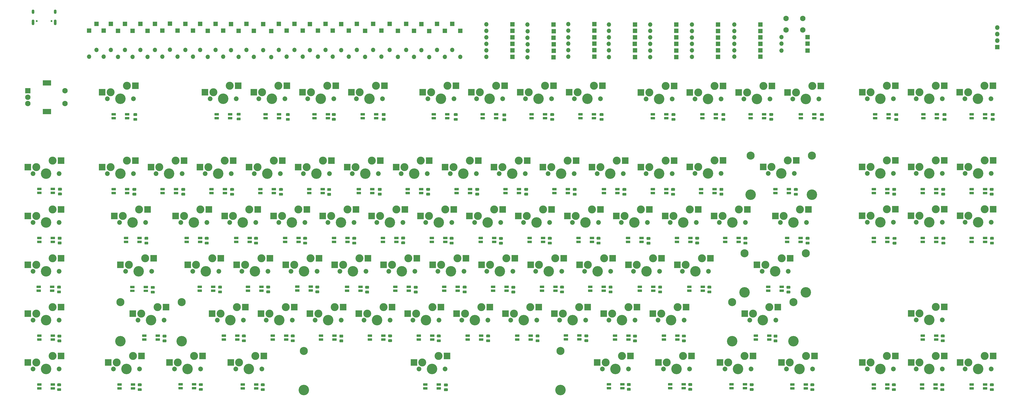
<source format=gbs>
G04 #@! TF.GenerationSoftware,KiCad,Pcbnew,5.1.5+dfsg1-2build2*
G04 #@! TF.CreationDate,2020-08-17T22:58:45+02:00*
G04 #@! TF.ProjectId,PENIS,50454e49-532e-46b6-9963-61645f706362,rev?*
G04 #@! TF.SameCoordinates,Original*
G04 #@! TF.FileFunction,Soldermask,Bot*
G04 #@! TF.FilePolarity,Negative*
%FSLAX46Y46*%
G04 Gerber Fmt 4.6, Leading zero omitted, Abs format (unit mm)*
G04 Created by KiCad (PCBNEW 5.1.5+dfsg1-2build2) date 2020-08-17 22:58:45*
%MOMM*%
%LPD*%
G04 APERTURE LIST*
%ADD10R,1.700000X1.700000*%
%ADD11O,1.700000X1.700000*%
%ADD12R,2.650000X2.600000*%
%ADD13C,1.850000*%
%ADD14C,3.100000*%
%ADD15C,4.087800*%
%ADD16C,0.100000*%
%ADD17O,1.100000X2.200000*%
%ADD18C,0.750000*%
%ADD19O,1.100000X1.700000*%
%ADD20O,1.800000X1.800000*%
%ADD21R,1.800000X1.800000*%
%ADD22C,3.148000*%
%ADD23R,2.100000X2.100000*%
%ADD24C,2.100000*%
%ADD25R,3.300000X2.100000*%
G04 APERTURE END LIST*
D10*
X410290000Y-142340000D03*
D11*
X400130000Y-142340000D03*
D10*
X410290000Y-139790000D03*
D11*
X400130000Y-139790000D03*
D10*
X391940000Y-147440000D03*
D11*
X381780000Y-147440000D03*
D10*
X391940000Y-144940000D03*
D11*
X381780000Y-144940000D03*
D10*
X391940000Y-142440000D03*
D11*
X381780000Y-142440000D03*
D10*
X391940000Y-139890000D03*
D11*
X381780000Y-139890000D03*
D10*
X391940000Y-137390000D03*
D11*
X381780000Y-137390000D03*
D10*
X391940000Y-134840000D03*
D11*
X381780000Y-134840000D03*
D10*
X375387000Y-147520000D03*
D11*
X365227000Y-147520000D03*
D10*
X375387000Y-137385400D03*
D11*
X365227000Y-137385400D03*
D10*
X375387000Y-139925400D03*
D11*
X365227000Y-139925400D03*
D10*
X375387000Y-142440000D03*
D11*
X365227000Y-142440000D03*
D10*
X375387000Y-144980000D03*
D11*
X365227000Y-144980000D03*
D10*
X375390000Y-134840000D03*
D11*
X365230000Y-134840000D03*
D10*
X359150000Y-147550000D03*
D11*
X348990000Y-147550000D03*
D10*
X359150000Y-145000000D03*
D11*
X348990000Y-145000000D03*
D10*
X359150000Y-142450000D03*
D11*
X348990000Y-142450000D03*
D10*
X359140000Y-139890000D03*
D11*
X348980000Y-139890000D03*
D10*
X359140000Y-137350000D03*
D11*
X348980000Y-137350000D03*
D10*
X359140000Y-134840000D03*
D11*
X348980000Y-134840000D03*
D10*
X343050000Y-147550000D03*
D11*
X332890000Y-147550000D03*
D10*
X343040000Y-144990000D03*
D11*
X332880000Y-144990000D03*
D10*
X342990000Y-142440000D03*
D11*
X332830000Y-142440000D03*
D10*
X343040000Y-139890000D03*
D11*
X332880000Y-139890000D03*
D10*
X343090000Y-137340000D03*
D11*
X332930000Y-137340000D03*
D10*
X343090000Y-134840000D03*
D11*
X332930000Y-134840000D03*
D10*
X327240000Y-147440000D03*
D11*
X317080000Y-147440000D03*
D10*
X327240000Y-144890000D03*
D11*
X317080000Y-144890000D03*
D10*
X327240000Y-142340000D03*
D11*
X317080000Y-142340000D03*
D10*
X327240000Y-139840000D03*
D11*
X317080000Y-139840000D03*
D10*
X327240000Y-137290000D03*
D11*
X317080000Y-137290000D03*
D10*
X327240000Y-134740000D03*
D11*
X317080000Y-134740000D03*
D10*
X311340000Y-147690000D03*
D11*
X301180000Y-147690000D03*
D10*
X311390000Y-145140000D03*
D11*
X301230000Y-145140000D03*
D10*
X311390000Y-142590000D03*
D11*
X301230000Y-142590000D03*
D10*
X311340000Y-140040000D03*
D11*
X301180000Y-140040000D03*
D10*
X311390000Y-137490000D03*
D11*
X301230000Y-137490000D03*
D10*
X311340000Y-134840000D03*
D11*
X301180000Y-134840000D03*
D10*
X295340000Y-147490000D03*
D11*
X285180000Y-147490000D03*
D10*
X295290000Y-144940000D03*
D11*
X285130000Y-144940000D03*
D10*
X295290000Y-142440000D03*
D11*
X285130000Y-142440000D03*
D10*
X295290000Y-139890000D03*
D11*
X285130000Y-139890000D03*
D10*
X295290000Y-137340000D03*
D11*
X285130000Y-137340000D03*
D10*
X295290000Y-134790000D03*
D11*
X285130000Y-134790000D03*
D10*
X275040000Y-137340000D03*
D11*
X275040000Y-147500000D03*
D10*
X271890000Y-134640000D03*
D11*
X271890000Y-144800000D03*
D10*
X268990000Y-137340000D03*
D11*
X268990000Y-147500000D03*
D10*
X265940000Y-134640000D03*
D11*
X265940000Y-144800000D03*
D10*
X262890000Y-137440000D03*
D11*
X262890000Y-147600000D03*
D10*
X259890000Y-134680000D03*
D11*
X259890000Y-144840000D03*
D10*
X256990000Y-137340000D03*
D11*
X256990000Y-147500000D03*
D10*
X253940000Y-134590000D03*
D11*
X253940000Y-144750000D03*
D10*
X250690000Y-137340000D03*
D11*
X250690000Y-147500000D03*
D10*
X247490000Y-134590000D03*
D11*
X247490000Y-144750000D03*
D10*
X244240000Y-137290000D03*
D11*
X244240000Y-147450000D03*
D10*
X241040000Y-134640000D03*
D11*
X241040000Y-144800000D03*
D10*
X237890000Y-137340000D03*
D11*
X237890000Y-147500000D03*
D10*
X234690000Y-134640000D03*
D11*
X234690000Y-144800000D03*
D10*
X231590000Y-137290000D03*
D11*
X231590000Y-147450000D03*
D10*
X228590000Y-134740000D03*
D11*
X228590000Y-144900000D03*
D10*
X216440000Y-134690000D03*
D11*
X216440000Y-144850000D03*
D10*
X213590000Y-137240000D03*
D11*
X213590000Y-147400000D03*
D10*
X225340000Y-137240000D03*
D11*
X225340000Y-147400000D03*
D10*
X222490000Y-134590000D03*
D11*
X222490000Y-144750000D03*
D10*
X219540000Y-137290000D03*
D11*
X219540000Y-147450000D03*
D10*
X210390000Y-134640000D03*
D11*
X210390000Y-144800000D03*
D10*
X207340000Y-137290000D03*
D11*
X207340000Y-147450000D03*
D10*
X204340000Y-134590000D03*
D11*
X204340000Y-144750000D03*
D10*
X201340000Y-137390000D03*
D11*
X201340000Y-147550000D03*
D10*
X198240000Y-134680000D03*
D11*
X198240000Y-144840000D03*
D10*
X194590000Y-137340000D03*
D11*
X194590000Y-147500000D03*
D10*
X191690000Y-134590000D03*
D11*
X191690000Y-144750000D03*
D10*
X188640000Y-137340000D03*
D11*
X188640000Y-147500000D03*
D10*
X185640000Y-134690000D03*
D11*
X185640000Y-144850000D03*
D10*
X182640000Y-137290000D03*
D11*
X182640000Y-147450000D03*
D10*
X179690000Y-134590000D03*
D11*
X179690000Y-144750000D03*
D10*
X176640000Y-137340000D03*
D11*
X176640000Y-147500000D03*
D10*
X173690000Y-134590000D03*
D11*
X173690000Y-144750000D03*
D10*
X170840000Y-137290000D03*
D11*
X170840000Y-147450000D03*
D10*
X167890000Y-134590000D03*
D11*
X167890000Y-144750000D03*
D10*
X164840000Y-137290000D03*
D11*
X164840000Y-147450000D03*
D10*
X161890000Y-134540000D03*
D11*
X161890000Y-144700000D03*
D10*
X158940000Y-137290000D03*
D11*
X158940000Y-147450000D03*
D10*
X156090000Y-134640000D03*
D11*
X156090000Y-144800000D03*
D10*
X153190000Y-137340000D03*
D11*
X153190000Y-147500000D03*
D10*
X150390000Y-134640000D03*
D11*
X150390000Y-144800000D03*
D10*
X147290000Y-137340000D03*
D11*
X147290000Y-147500000D03*
D10*
X130390000Y-137240000D03*
D11*
X130390000Y-147400000D03*
D10*
X144390000Y-134640000D03*
D11*
X144390000Y-144800000D03*
D10*
X141640000Y-137340000D03*
D11*
X141640000Y-147500000D03*
D10*
X138890000Y-134590000D03*
D11*
X138890000Y-144750000D03*
D10*
X136090000Y-137290000D03*
D11*
X136090000Y-147450000D03*
D10*
X133290000Y-134640000D03*
D11*
X133290000Y-144800000D03*
D10*
X410286600Y-145005400D03*
D11*
X400126600Y-145005400D03*
D12*
X334382000Y-226060000D03*
X321455000Y-228600000D03*
D13*
X333620000Y-231140000D03*
X323460000Y-231140000D03*
D14*
X324730000Y-228600000D03*
D15*
X328540000Y-231140000D03*
D14*
X331080000Y-226060000D03*
D16*
G36*
X475027018Y-217684443D02*
G01*
X475035948Y-217685768D01*
X475044706Y-217687961D01*
X475053207Y-217691003D01*
X475061368Y-217694863D01*
X475069112Y-217699505D01*
X475076364Y-217704883D01*
X475083054Y-217710946D01*
X475089117Y-217717636D01*
X475094495Y-217724888D01*
X475099137Y-217732632D01*
X475102997Y-217740793D01*
X475106039Y-217749294D01*
X475108232Y-217758052D01*
X475109557Y-217766982D01*
X475110000Y-217776000D01*
X475110000Y-218512000D01*
X475109557Y-218521018D01*
X475108232Y-218529948D01*
X475106039Y-218538706D01*
X475102997Y-218547207D01*
X475099137Y-218555368D01*
X475094495Y-218563112D01*
X475089117Y-218570364D01*
X475083054Y-218577054D01*
X475076364Y-218583117D01*
X475069112Y-218588495D01*
X475061368Y-218593137D01*
X475053207Y-218596997D01*
X475044706Y-218600039D01*
X475035948Y-218602232D01*
X475027018Y-218603557D01*
X475018000Y-218604000D01*
X473502000Y-218604000D01*
X473492982Y-218603557D01*
X473484052Y-218602232D01*
X473475294Y-218600039D01*
X473466793Y-218596997D01*
X473458632Y-218593137D01*
X473450888Y-218588495D01*
X473443636Y-218583117D01*
X473436946Y-218577054D01*
X473430883Y-218570364D01*
X473425505Y-218563112D01*
X473420863Y-218555368D01*
X473417003Y-218547207D01*
X473413961Y-218538706D01*
X473411768Y-218529948D01*
X473410443Y-218521018D01*
X473410000Y-218512000D01*
X473410000Y-217776000D01*
X473410443Y-217766982D01*
X473411768Y-217758052D01*
X473413961Y-217749294D01*
X473417003Y-217740793D01*
X473420863Y-217732632D01*
X473425505Y-217724888D01*
X473430883Y-217717636D01*
X473436946Y-217710946D01*
X473443636Y-217704883D01*
X473450888Y-217699505D01*
X473458632Y-217694863D01*
X473466793Y-217691003D01*
X473475294Y-217687961D01*
X473484052Y-217685768D01*
X473492982Y-217684443D01*
X473502000Y-217684000D01*
X475018000Y-217684000D01*
X475027018Y-217684443D01*
G37*
G36*
X475027018Y-219184443D02*
G01*
X475035948Y-219185768D01*
X475044706Y-219187961D01*
X475053207Y-219191003D01*
X475061368Y-219194863D01*
X475069112Y-219199505D01*
X475076364Y-219204883D01*
X475083054Y-219210946D01*
X475089117Y-219217636D01*
X475094495Y-219224888D01*
X475099137Y-219232632D01*
X475102997Y-219240793D01*
X475106039Y-219249294D01*
X475108232Y-219258052D01*
X475109557Y-219266982D01*
X475110000Y-219276000D01*
X475110000Y-220012000D01*
X475109557Y-220021018D01*
X475108232Y-220029948D01*
X475106039Y-220038706D01*
X475102997Y-220047207D01*
X475099137Y-220055368D01*
X475094495Y-220063112D01*
X475089117Y-220070364D01*
X475083054Y-220077054D01*
X475076364Y-220083117D01*
X475069112Y-220088495D01*
X475061368Y-220093137D01*
X475053207Y-220096997D01*
X475044706Y-220100039D01*
X475035948Y-220102232D01*
X475027018Y-220103557D01*
X475018000Y-220104000D01*
X473502000Y-220104000D01*
X473492982Y-220103557D01*
X473484052Y-220102232D01*
X473475294Y-220100039D01*
X473466793Y-220096997D01*
X473458632Y-220093137D01*
X473450888Y-220088495D01*
X473443636Y-220083117D01*
X473436946Y-220077054D01*
X473430883Y-220070364D01*
X473425505Y-220063112D01*
X473420863Y-220055368D01*
X473417003Y-220047207D01*
X473413961Y-220038706D01*
X473411768Y-220029948D01*
X473410443Y-220021018D01*
X473410000Y-220012000D01*
X473410000Y-219276000D01*
X473410443Y-219266982D01*
X473411768Y-219258052D01*
X473413961Y-219249294D01*
X473417003Y-219240793D01*
X473420863Y-219232632D01*
X473425505Y-219224888D01*
X473430883Y-219217636D01*
X473436946Y-219210946D01*
X473443636Y-219204883D01*
X473450888Y-219199505D01*
X473458632Y-219194863D01*
X473466793Y-219191003D01*
X473475294Y-219187961D01*
X473484052Y-219185768D01*
X473492982Y-219184443D01*
X473502000Y-219184000D01*
X475018000Y-219184000D01*
X475027018Y-219184443D01*
G37*
G36*
X480227018Y-217684443D02*
G01*
X480235948Y-217685768D01*
X480244706Y-217687961D01*
X480253207Y-217691003D01*
X480261368Y-217694863D01*
X480269112Y-217699505D01*
X480276364Y-217704883D01*
X480283054Y-217710946D01*
X480289117Y-217717636D01*
X480294495Y-217724888D01*
X480299137Y-217732632D01*
X480302997Y-217740793D01*
X480306039Y-217749294D01*
X480308232Y-217758052D01*
X480309557Y-217766982D01*
X480310000Y-217776000D01*
X480310000Y-218512000D01*
X480309557Y-218521018D01*
X480308232Y-218529948D01*
X480306039Y-218538706D01*
X480302997Y-218547207D01*
X480299137Y-218555368D01*
X480294495Y-218563112D01*
X480289117Y-218570364D01*
X480283054Y-218577054D01*
X480276364Y-218583117D01*
X480269112Y-218588495D01*
X480261368Y-218593137D01*
X480253207Y-218596997D01*
X480244706Y-218600039D01*
X480235948Y-218602232D01*
X480227018Y-218603557D01*
X480218000Y-218604000D01*
X478702000Y-218604000D01*
X478692982Y-218603557D01*
X478684052Y-218602232D01*
X478675294Y-218600039D01*
X478666793Y-218596997D01*
X478658632Y-218593137D01*
X478650888Y-218588495D01*
X478643636Y-218583117D01*
X478636946Y-218577054D01*
X478630883Y-218570364D01*
X478625505Y-218563112D01*
X478620863Y-218555368D01*
X478617003Y-218547207D01*
X478613961Y-218538706D01*
X478611768Y-218529948D01*
X478610443Y-218521018D01*
X478610000Y-218512000D01*
X478610000Y-217776000D01*
X478610443Y-217766982D01*
X478611768Y-217758052D01*
X478613961Y-217749294D01*
X478617003Y-217740793D01*
X478620863Y-217732632D01*
X478625505Y-217724888D01*
X478630883Y-217717636D01*
X478636946Y-217710946D01*
X478643636Y-217704883D01*
X478650888Y-217699505D01*
X478658632Y-217694863D01*
X478666793Y-217691003D01*
X478675294Y-217687961D01*
X478684052Y-217685768D01*
X478692982Y-217684443D01*
X478702000Y-217684000D01*
X480218000Y-217684000D01*
X480227018Y-217684443D01*
G37*
G36*
X480227018Y-219184443D02*
G01*
X480235948Y-219185768D01*
X480244706Y-219187961D01*
X480253207Y-219191003D01*
X480261368Y-219194863D01*
X480269112Y-219199505D01*
X480276364Y-219204883D01*
X480283054Y-219210946D01*
X480289117Y-219217636D01*
X480294495Y-219224888D01*
X480299137Y-219232632D01*
X480302997Y-219240793D01*
X480306039Y-219249294D01*
X480308232Y-219258052D01*
X480309557Y-219266982D01*
X480310000Y-219276000D01*
X480310000Y-220012000D01*
X480309557Y-220021018D01*
X480308232Y-220029948D01*
X480306039Y-220038706D01*
X480302997Y-220047207D01*
X480299137Y-220055368D01*
X480294495Y-220063112D01*
X480289117Y-220070364D01*
X480283054Y-220077054D01*
X480276364Y-220083117D01*
X480269112Y-220088495D01*
X480261368Y-220093137D01*
X480253207Y-220096997D01*
X480244706Y-220100039D01*
X480235948Y-220102232D01*
X480227018Y-220103557D01*
X480218000Y-220104000D01*
X478702000Y-220104000D01*
X478692982Y-220103557D01*
X478684052Y-220102232D01*
X478675294Y-220100039D01*
X478666793Y-220096997D01*
X478658632Y-220093137D01*
X478650888Y-220088495D01*
X478643636Y-220083117D01*
X478636946Y-220077054D01*
X478630883Y-220070364D01*
X478625505Y-220063112D01*
X478620863Y-220055368D01*
X478617003Y-220047207D01*
X478613961Y-220038706D01*
X478611768Y-220029948D01*
X478610443Y-220021018D01*
X478610000Y-220012000D01*
X478610000Y-219276000D01*
X478610443Y-219266982D01*
X478611768Y-219258052D01*
X478613961Y-219249294D01*
X478617003Y-219240793D01*
X478620863Y-219232632D01*
X478625505Y-219224888D01*
X478630883Y-219217636D01*
X478636946Y-219210946D01*
X478643636Y-219204883D01*
X478650888Y-219199505D01*
X478658632Y-219194863D01*
X478666793Y-219191003D01*
X478675294Y-219187961D01*
X478684052Y-219185768D01*
X478692982Y-219184443D01*
X478702000Y-219184000D01*
X480218000Y-219184000D01*
X480227018Y-219184443D01*
G37*
G36*
X475027018Y-198634443D02*
G01*
X475035948Y-198635768D01*
X475044706Y-198637961D01*
X475053207Y-198641003D01*
X475061368Y-198644863D01*
X475069112Y-198649505D01*
X475076364Y-198654883D01*
X475083054Y-198660946D01*
X475089117Y-198667636D01*
X475094495Y-198674888D01*
X475099137Y-198682632D01*
X475102997Y-198690793D01*
X475106039Y-198699294D01*
X475108232Y-198708052D01*
X475109557Y-198716982D01*
X475110000Y-198726000D01*
X475110000Y-199462000D01*
X475109557Y-199471018D01*
X475108232Y-199479948D01*
X475106039Y-199488706D01*
X475102997Y-199497207D01*
X475099137Y-199505368D01*
X475094495Y-199513112D01*
X475089117Y-199520364D01*
X475083054Y-199527054D01*
X475076364Y-199533117D01*
X475069112Y-199538495D01*
X475061368Y-199543137D01*
X475053207Y-199546997D01*
X475044706Y-199550039D01*
X475035948Y-199552232D01*
X475027018Y-199553557D01*
X475018000Y-199554000D01*
X473502000Y-199554000D01*
X473492982Y-199553557D01*
X473484052Y-199552232D01*
X473475294Y-199550039D01*
X473466793Y-199546997D01*
X473458632Y-199543137D01*
X473450888Y-199538495D01*
X473443636Y-199533117D01*
X473436946Y-199527054D01*
X473430883Y-199520364D01*
X473425505Y-199513112D01*
X473420863Y-199505368D01*
X473417003Y-199497207D01*
X473413961Y-199488706D01*
X473411768Y-199479948D01*
X473410443Y-199471018D01*
X473410000Y-199462000D01*
X473410000Y-198726000D01*
X473410443Y-198716982D01*
X473411768Y-198708052D01*
X473413961Y-198699294D01*
X473417003Y-198690793D01*
X473420863Y-198682632D01*
X473425505Y-198674888D01*
X473430883Y-198667636D01*
X473436946Y-198660946D01*
X473443636Y-198654883D01*
X473450888Y-198649505D01*
X473458632Y-198644863D01*
X473466793Y-198641003D01*
X473475294Y-198637961D01*
X473484052Y-198635768D01*
X473492982Y-198634443D01*
X473502000Y-198634000D01*
X475018000Y-198634000D01*
X475027018Y-198634443D01*
G37*
G36*
X475027018Y-200134443D02*
G01*
X475035948Y-200135768D01*
X475044706Y-200137961D01*
X475053207Y-200141003D01*
X475061368Y-200144863D01*
X475069112Y-200149505D01*
X475076364Y-200154883D01*
X475083054Y-200160946D01*
X475089117Y-200167636D01*
X475094495Y-200174888D01*
X475099137Y-200182632D01*
X475102997Y-200190793D01*
X475106039Y-200199294D01*
X475108232Y-200208052D01*
X475109557Y-200216982D01*
X475110000Y-200226000D01*
X475110000Y-200962000D01*
X475109557Y-200971018D01*
X475108232Y-200979948D01*
X475106039Y-200988706D01*
X475102997Y-200997207D01*
X475099137Y-201005368D01*
X475094495Y-201013112D01*
X475089117Y-201020364D01*
X475083054Y-201027054D01*
X475076364Y-201033117D01*
X475069112Y-201038495D01*
X475061368Y-201043137D01*
X475053207Y-201046997D01*
X475044706Y-201050039D01*
X475035948Y-201052232D01*
X475027018Y-201053557D01*
X475018000Y-201054000D01*
X473502000Y-201054000D01*
X473492982Y-201053557D01*
X473484052Y-201052232D01*
X473475294Y-201050039D01*
X473466793Y-201046997D01*
X473458632Y-201043137D01*
X473450888Y-201038495D01*
X473443636Y-201033117D01*
X473436946Y-201027054D01*
X473430883Y-201020364D01*
X473425505Y-201013112D01*
X473420863Y-201005368D01*
X473417003Y-200997207D01*
X473413961Y-200988706D01*
X473411768Y-200979948D01*
X473410443Y-200971018D01*
X473410000Y-200962000D01*
X473410000Y-200226000D01*
X473410443Y-200216982D01*
X473411768Y-200208052D01*
X473413961Y-200199294D01*
X473417003Y-200190793D01*
X473420863Y-200182632D01*
X473425505Y-200174888D01*
X473430883Y-200167636D01*
X473436946Y-200160946D01*
X473443636Y-200154883D01*
X473450888Y-200149505D01*
X473458632Y-200144863D01*
X473466793Y-200141003D01*
X473475294Y-200137961D01*
X473484052Y-200135768D01*
X473492982Y-200134443D01*
X473502000Y-200134000D01*
X475018000Y-200134000D01*
X475027018Y-200134443D01*
G37*
G36*
X480227018Y-198634443D02*
G01*
X480235948Y-198635768D01*
X480244706Y-198637961D01*
X480253207Y-198641003D01*
X480261368Y-198644863D01*
X480269112Y-198649505D01*
X480276364Y-198654883D01*
X480283054Y-198660946D01*
X480289117Y-198667636D01*
X480294495Y-198674888D01*
X480299137Y-198682632D01*
X480302997Y-198690793D01*
X480306039Y-198699294D01*
X480308232Y-198708052D01*
X480309557Y-198716982D01*
X480310000Y-198726000D01*
X480310000Y-199462000D01*
X480309557Y-199471018D01*
X480308232Y-199479948D01*
X480306039Y-199488706D01*
X480302997Y-199497207D01*
X480299137Y-199505368D01*
X480294495Y-199513112D01*
X480289117Y-199520364D01*
X480283054Y-199527054D01*
X480276364Y-199533117D01*
X480269112Y-199538495D01*
X480261368Y-199543137D01*
X480253207Y-199546997D01*
X480244706Y-199550039D01*
X480235948Y-199552232D01*
X480227018Y-199553557D01*
X480218000Y-199554000D01*
X478702000Y-199554000D01*
X478692982Y-199553557D01*
X478684052Y-199552232D01*
X478675294Y-199550039D01*
X478666793Y-199546997D01*
X478658632Y-199543137D01*
X478650888Y-199538495D01*
X478643636Y-199533117D01*
X478636946Y-199527054D01*
X478630883Y-199520364D01*
X478625505Y-199513112D01*
X478620863Y-199505368D01*
X478617003Y-199497207D01*
X478613961Y-199488706D01*
X478611768Y-199479948D01*
X478610443Y-199471018D01*
X478610000Y-199462000D01*
X478610000Y-198726000D01*
X478610443Y-198716982D01*
X478611768Y-198708052D01*
X478613961Y-198699294D01*
X478617003Y-198690793D01*
X478620863Y-198682632D01*
X478625505Y-198674888D01*
X478630883Y-198667636D01*
X478636946Y-198660946D01*
X478643636Y-198654883D01*
X478650888Y-198649505D01*
X478658632Y-198644863D01*
X478666793Y-198641003D01*
X478675294Y-198637961D01*
X478684052Y-198635768D01*
X478692982Y-198634443D01*
X478702000Y-198634000D01*
X480218000Y-198634000D01*
X480227018Y-198634443D01*
G37*
G36*
X480227018Y-200134443D02*
G01*
X480235948Y-200135768D01*
X480244706Y-200137961D01*
X480253207Y-200141003D01*
X480261368Y-200144863D01*
X480269112Y-200149505D01*
X480276364Y-200154883D01*
X480283054Y-200160946D01*
X480289117Y-200167636D01*
X480294495Y-200174888D01*
X480299137Y-200182632D01*
X480302997Y-200190793D01*
X480306039Y-200199294D01*
X480308232Y-200208052D01*
X480309557Y-200216982D01*
X480310000Y-200226000D01*
X480310000Y-200962000D01*
X480309557Y-200971018D01*
X480308232Y-200979948D01*
X480306039Y-200988706D01*
X480302997Y-200997207D01*
X480299137Y-201005368D01*
X480294495Y-201013112D01*
X480289117Y-201020364D01*
X480283054Y-201027054D01*
X480276364Y-201033117D01*
X480269112Y-201038495D01*
X480261368Y-201043137D01*
X480253207Y-201046997D01*
X480244706Y-201050039D01*
X480235948Y-201052232D01*
X480227018Y-201053557D01*
X480218000Y-201054000D01*
X478702000Y-201054000D01*
X478692982Y-201053557D01*
X478684052Y-201052232D01*
X478675294Y-201050039D01*
X478666793Y-201046997D01*
X478658632Y-201043137D01*
X478650888Y-201038495D01*
X478643636Y-201033117D01*
X478636946Y-201027054D01*
X478630883Y-201020364D01*
X478625505Y-201013112D01*
X478620863Y-201005368D01*
X478617003Y-200997207D01*
X478613961Y-200988706D01*
X478611768Y-200979948D01*
X478610443Y-200971018D01*
X478610000Y-200962000D01*
X478610000Y-200226000D01*
X478610443Y-200216982D01*
X478611768Y-200208052D01*
X478613961Y-200199294D01*
X478617003Y-200190793D01*
X478620863Y-200182632D01*
X478625505Y-200174888D01*
X478630883Y-200167636D01*
X478636946Y-200160946D01*
X478643636Y-200154883D01*
X478650888Y-200149505D01*
X478658632Y-200144863D01*
X478666793Y-200141003D01*
X478675294Y-200137961D01*
X478684052Y-200135768D01*
X478692982Y-200134443D01*
X478702000Y-200134000D01*
X480218000Y-200134000D01*
X480227018Y-200134443D01*
G37*
G36*
X455977018Y-198634443D02*
G01*
X455985948Y-198635768D01*
X455994706Y-198637961D01*
X456003207Y-198641003D01*
X456011368Y-198644863D01*
X456019112Y-198649505D01*
X456026364Y-198654883D01*
X456033054Y-198660946D01*
X456039117Y-198667636D01*
X456044495Y-198674888D01*
X456049137Y-198682632D01*
X456052997Y-198690793D01*
X456056039Y-198699294D01*
X456058232Y-198708052D01*
X456059557Y-198716982D01*
X456060000Y-198726000D01*
X456060000Y-199462000D01*
X456059557Y-199471018D01*
X456058232Y-199479948D01*
X456056039Y-199488706D01*
X456052997Y-199497207D01*
X456049137Y-199505368D01*
X456044495Y-199513112D01*
X456039117Y-199520364D01*
X456033054Y-199527054D01*
X456026364Y-199533117D01*
X456019112Y-199538495D01*
X456011368Y-199543137D01*
X456003207Y-199546997D01*
X455994706Y-199550039D01*
X455985948Y-199552232D01*
X455977018Y-199553557D01*
X455968000Y-199554000D01*
X454452000Y-199554000D01*
X454442982Y-199553557D01*
X454434052Y-199552232D01*
X454425294Y-199550039D01*
X454416793Y-199546997D01*
X454408632Y-199543137D01*
X454400888Y-199538495D01*
X454393636Y-199533117D01*
X454386946Y-199527054D01*
X454380883Y-199520364D01*
X454375505Y-199513112D01*
X454370863Y-199505368D01*
X454367003Y-199497207D01*
X454363961Y-199488706D01*
X454361768Y-199479948D01*
X454360443Y-199471018D01*
X454360000Y-199462000D01*
X454360000Y-198726000D01*
X454360443Y-198716982D01*
X454361768Y-198708052D01*
X454363961Y-198699294D01*
X454367003Y-198690793D01*
X454370863Y-198682632D01*
X454375505Y-198674888D01*
X454380883Y-198667636D01*
X454386946Y-198660946D01*
X454393636Y-198654883D01*
X454400888Y-198649505D01*
X454408632Y-198644863D01*
X454416793Y-198641003D01*
X454425294Y-198637961D01*
X454434052Y-198635768D01*
X454442982Y-198634443D01*
X454452000Y-198634000D01*
X455968000Y-198634000D01*
X455977018Y-198634443D01*
G37*
G36*
X455977018Y-200134443D02*
G01*
X455985948Y-200135768D01*
X455994706Y-200137961D01*
X456003207Y-200141003D01*
X456011368Y-200144863D01*
X456019112Y-200149505D01*
X456026364Y-200154883D01*
X456033054Y-200160946D01*
X456039117Y-200167636D01*
X456044495Y-200174888D01*
X456049137Y-200182632D01*
X456052997Y-200190793D01*
X456056039Y-200199294D01*
X456058232Y-200208052D01*
X456059557Y-200216982D01*
X456060000Y-200226000D01*
X456060000Y-200962000D01*
X456059557Y-200971018D01*
X456058232Y-200979948D01*
X456056039Y-200988706D01*
X456052997Y-200997207D01*
X456049137Y-201005368D01*
X456044495Y-201013112D01*
X456039117Y-201020364D01*
X456033054Y-201027054D01*
X456026364Y-201033117D01*
X456019112Y-201038495D01*
X456011368Y-201043137D01*
X456003207Y-201046997D01*
X455994706Y-201050039D01*
X455985948Y-201052232D01*
X455977018Y-201053557D01*
X455968000Y-201054000D01*
X454452000Y-201054000D01*
X454442982Y-201053557D01*
X454434052Y-201052232D01*
X454425294Y-201050039D01*
X454416793Y-201046997D01*
X454408632Y-201043137D01*
X454400888Y-201038495D01*
X454393636Y-201033117D01*
X454386946Y-201027054D01*
X454380883Y-201020364D01*
X454375505Y-201013112D01*
X454370863Y-201005368D01*
X454367003Y-200997207D01*
X454363961Y-200988706D01*
X454361768Y-200979948D01*
X454360443Y-200971018D01*
X454360000Y-200962000D01*
X454360000Y-200226000D01*
X454360443Y-200216982D01*
X454361768Y-200208052D01*
X454363961Y-200199294D01*
X454367003Y-200190793D01*
X454370863Y-200182632D01*
X454375505Y-200174888D01*
X454380883Y-200167636D01*
X454386946Y-200160946D01*
X454393636Y-200154883D01*
X454400888Y-200149505D01*
X454408632Y-200144863D01*
X454416793Y-200141003D01*
X454425294Y-200137961D01*
X454434052Y-200135768D01*
X454442982Y-200134443D01*
X454452000Y-200134000D01*
X455968000Y-200134000D01*
X455977018Y-200134443D01*
G37*
G36*
X461177018Y-198634443D02*
G01*
X461185948Y-198635768D01*
X461194706Y-198637961D01*
X461203207Y-198641003D01*
X461211368Y-198644863D01*
X461219112Y-198649505D01*
X461226364Y-198654883D01*
X461233054Y-198660946D01*
X461239117Y-198667636D01*
X461244495Y-198674888D01*
X461249137Y-198682632D01*
X461252997Y-198690793D01*
X461256039Y-198699294D01*
X461258232Y-198708052D01*
X461259557Y-198716982D01*
X461260000Y-198726000D01*
X461260000Y-199462000D01*
X461259557Y-199471018D01*
X461258232Y-199479948D01*
X461256039Y-199488706D01*
X461252997Y-199497207D01*
X461249137Y-199505368D01*
X461244495Y-199513112D01*
X461239117Y-199520364D01*
X461233054Y-199527054D01*
X461226364Y-199533117D01*
X461219112Y-199538495D01*
X461211368Y-199543137D01*
X461203207Y-199546997D01*
X461194706Y-199550039D01*
X461185948Y-199552232D01*
X461177018Y-199553557D01*
X461168000Y-199554000D01*
X459652000Y-199554000D01*
X459642982Y-199553557D01*
X459634052Y-199552232D01*
X459625294Y-199550039D01*
X459616793Y-199546997D01*
X459608632Y-199543137D01*
X459600888Y-199538495D01*
X459593636Y-199533117D01*
X459586946Y-199527054D01*
X459580883Y-199520364D01*
X459575505Y-199513112D01*
X459570863Y-199505368D01*
X459567003Y-199497207D01*
X459563961Y-199488706D01*
X459561768Y-199479948D01*
X459560443Y-199471018D01*
X459560000Y-199462000D01*
X459560000Y-198726000D01*
X459560443Y-198716982D01*
X459561768Y-198708052D01*
X459563961Y-198699294D01*
X459567003Y-198690793D01*
X459570863Y-198682632D01*
X459575505Y-198674888D01*
X459580883Y-198667636D01*
X459586946Y-198660946D01*
X459593636Y-198654883D01*
X459600888Y-198649505D01*
X459608632Y-198644863D01*
X459616793Y-198641003D01*
X459625294Y-198637961D01*
X459634052Y-198635768D01*
X459642982Y-198634443D01*
X459652000Y-198634000D01*
X461168000Y-198634000D01*
X461177018Y-198634443D01*
G37*
G36*
X461177018Y-200134443D02*
G01*
X461185948Y-200135768D01*
X461194706Y-200137961D01*
X461203207Y-200141003D01*
X461211368Y-200144863D01*
X461219112Y-200149505D01*
X461226364Y-200154883D01*
X461233054Y-200160946D01*
X461239117Y-200167636D01*
X461244495Y-200174888D01*
X461249137Y-200182632D01*
X461252997Y-200190793D01*
X461256039Y-200199294D01*
X461258232Y-200208052D01*
X461259557Y-200216982D01*
X461260000Y-200226000D01*
X461260000Y-200962000D01*
X461259557Y-200971018D01*
X461258232Y-200979948D01*
X461256039Y-200988706D01*
X461252997Y-200997207D01*
X461249137Y-201005368D01*
X461244495Y-201013112D01*
X461239117Y-201020364D01*
X461233054Y-201027054D01*
X461226364Y-201033117D01*
X461219112Y-201038495D01*
X461211368Y-201043137D01*
X461203207Y-201046997D01*
X461194706Y-201050039D01*
X461185948Y-201052232D01*
X461177018Y-201053557D01*
X461168000Y-201054000D01*
X459652000Y-201054000D01*
X459642982Y-201053557D01*
X459634052Y-201052232D01*
X459625294Y-201050039D01*
X459616793Y-201046997D01*
X459608632Y-201043137D01*
X459600888Y-201038495D01*
X459593636Y-201033117D01*
X459586946Y-201027054D01*
X459580883Y-201020364D01*
X459575505Y-201013112D01*
X459570863Y-201005368D01*
X459567003Y-200997207D01*
X459563961Y-200988706D01*
X459561768Y-200979948D01*
X459560443Y-200971018D01*
X459560000Y-200962000D01*
X459560000Y-200226000D01*
X459560443Y-200216982D01*
X459561768Y-200208052D01*
X459563961Y-200199294D01*
X459567003Y-200190793D01*
X459570863Y-200182632D01*
X459575505Y-200174888D01*
X459580883Y-200167636D01*
X459586946Y-200160946D01*
X459593636Y-200154883D01*
X459600888Y-200149505D01*
X459608632Y-200144863D01*
X459616793Y-200141003D01*
X459625294Y-200137961D01*
X459634052Y-200135768D01*
X459642982Y-200134443D01*
X459652000Y-200134000D01*
X461168000Y-200134000D01*
X461177018Y-200134443D01*
G37*
G36*
X455977018Y-217684443D02*
G01*
X455985948Y-217685768D01*
X455994706Y-217687961D01*
X456003207Y-217691003D01*
X456011368Y-217694863D01*
X456019112Y-217699505D01*
X456026364Y-217704883D01*
X456033054Y-217710946D01*
X456039117Y-217717636D01*
X456044495Y-217724888D01*
X456049137Y-217732632D01*
X456052997Y-217740793D01*
X456056039Y-217749294D01*
X456058232Y-217758052D01*
X456059557Y-217766982D01*
X456060000Y-217776000D01*
X456060000Y-218512000D01*
X456059557Y-218521018D01*
X456058232Y-218529948D01*
X456056039Y-218538706D01*
X456052997Y-218547207D01*
X456049137Y-218555368D01*
X456044495Y-218563112D01*
X456039117Y-218570364D01*
X456033054Y-218577054D01*
X456026364Y-218583117D01*
X456019112Y-218588495D01*
X456011368Y-218593137D01*
X456003207Y-218596997D01*
X455994706Y-218600039D01*
X455985948Y-218602232D01*
X455977018Y-218603557D01*
X455968000Y-218604000D01*
X454452000Y-218604000D01*
X454442982Y-218603557D01*
X454434052Y-218602232D01*
X454425294Y-218600039D01*
X454416793Y-218596997D01*
X454408632Y-218593137D01*
X454400888Y-218588495D01*
X454393636Y-218583117D01*
X454386946Y-218577054D01*
X454380883Y-218570364D01*
X454375505Y-218563112D01*
X454370863Y-218555368D01*
X454367003Y-218547207D01*
X454363961Y-218538706D01*
X454361768Y-218529948D01*
X454360443Y-218521018D01*
X454360000Y-218512000D01*
X454360000Y-217776000D01*
X454360443Y-217766982D01*
X454361768Y-217758052D01*
X454363961Y-217749294D01*
X454367003Y-217740793D01*
X454370863Y-217732632D01*
X454375505Y-217724888D01*
X454380883Y-217717636D01*
X454386946Y-217710946D01*
X454393636Y-217704883D01*
X454400888Y-217699505D01*
X454408632Y-217694863D01*
X454416793Y-217691003D01*
X454425294Y-217687961D01*
X454434052Y-217685768D01*
X454442982Y-217684443D01*
X454452000Y-217684000D01*
X455968000Y-217684000D01*
X455977018Y-217684443D01*
G37*
G36*
X455977018Y-219184443D02*
G01*
X455985948Y-219185768D01*
X455994706Y-219187961D01*
X456003207Y-219191003D01*
X456011368Y-219194863D01*
X456019112Y-219199505D01*
X456026364Y-219204883D01*
X456033054Y-219210946D01*
X456039117Y-219217636D01*
X456044495Y-219224888D01*
X456049137Y-219232632D01*
X456052997Y-219240793D01*
X456056039Y-219249294D01*
X456058232Y-219258052D01*
X456059557Y-219266982D01*
X456060000Y-219276000D01*
X456060000Y-220012000D01*
X456059557Y-220021018D01*
X456058232Y-220029948D01*
X456056039Y-220038706D01*
X456052997Y-220047207D01*
X456049137Y-220055368D01*
X456044495Y-220063112D01*
X456039117Y-220070364D01*
X456033054Y-220077054D01*
X456026364Y-220083117D01*
X456019112Y-220088495D01*
X456011368Y-220093137D01*
X456003207Y-220096997D01*
X455994706Y-220100039D01*
X455985948Y-220102232D01*
X455977018Y-220103557D01*
X455968000Y-220104000D01*
X454452000Y-220104000D01*
X454442982Y-220103557D01*
X454434052Y-220102232D01*
X454425294Y-220100039D01*
X454416793Y-220096997D01*
X454408632Y-220093137D01*
X454400888Y-220088495D01*
X454393636Y-220083117D01*
X454386946Y-220077054D01*
X454380883Y-220070364D01*
X454375505Y-220063112D01*
X454370863Y-220055368D01*
X454367003Y-220047207D01*
X454363961Y-220038706D01*
X454361768Y-220029948D01*
X454360443Y-220021018D01*
X454360000Y-220012000D01*
X454360000Y-219276000D01*
X454360443Y-219266982D01*
X454361768Y-219258052D01*
X454363961Y-219249294D01*
X454367003Y-219240793D01*
X454370863Y-219232632D01*
X454375505Y-219224888D01*
X454380883Y-219217636D01*
X454386946Y-219210946D01*
X454393636Y-219204883D01*
X454400888Y-219199505D01*
X454408632Y-219194863D01*
X454416793Y-219191003D01*
X454425294Y-219187961D01*
X454434052Y-219185768D01*
X454442982Y-219184443D01*
X454452000Y-219184000D01*
X455968000Y-219184000D01*
X455977018Y-219184443D01*
G37*
G36*
X461177018Y-217684443D02*
G01*
X461185948Y-217685768D01*
X461194706Y-217687961D01*
X461203207Y-217691003D01*
X461211368Y-217694863D01*
X461219112Y-217699505D01*
X461226364Y-217704883D01*
X461233054Y-217710946D01*
X461239117Y-217717636D01*
X461244495Y-217724888D01*
X461249137Y-217732632D01*
X461252997Y-217740793D01*
X461256039Y-217749294D01*
X461258232Y-217758052D01*
X461259557Y-217766982D01*
X461260000Y-217776000D01*
X461260000Y-218512000D01*
X461259557Y-218521018D01*
X461258232Y-218529948D01*
X461256039Y-218538706D01*
X461252997Y-218547207D01*
X461249137Y-218555368D01*
X461244495Y-218563112D01*
X461239117Y-218570364D01*
X461233054Y-218577054D01*
X461226364Y-218583117D01*
X461219112Y-218588495D01*
X461211368Y-218593137D01*
X461203207Y-218596997D01*
X461194706Y-218600039D01*
X461185948Y-218602232D01*
X461177018Y-218603557D01*
X461168000Y-218604000D01*
X459652000Y-218604000D01*
X459642982Y-218603557D01*
X459634052Y-218602232D01*
X459625294Y-218600039D01*
X459616793Y-218596997D01*
X459608632Y-218593137D01*
X459600888Y-218588495D01*
X459593636Y-218583117D01*
X459586946Y-218577054D01*
X459580883Y-218570364D01*
X459575505Y-218563112D01*
X459570863Y-218555368D01*
X459567003Y-218547207D01*
X459563961Y-218538706D01*
X459561768Y-218529948D01*
X459560443Y-218521018D01*
X459560000Y-218512000D01*
X459560000Y-217776000D01*
X459560443Y-217766982D01*
X459561768Y-217758052D01*
X459563961Y-217749294D01*
X459567003Y-217740793D01*
X459570863Y-217732632D01*
X459575505Y-217724888D01*
X459580883Y-217717636D01*
X459586946Y-217710946D01*
X459593636Y-217704883D01*
X459600888Y-217699505D01*
X459608632Y-217694863D01*
X459616793Y-217691003D01*
X459625294Y-217687961D01*
X459634052Y-217685768D01*
X459642982Y-217684443D01*
X459652000Y-217684000D01*
X461168000Y-217684000D01*
X461177018Y-217684443D01*
G37*
G36*
X461177018Y-219184443D02*
G01*
X461185948Y-219185768D01*
X461194706Y-219187961D01*
X461203207Y-219191003D01*
X461211368Y-219194863D01*
X461219112Y-219199505D01*
X461226364Y-219204883D01*
X461233054Y-219210946D01*
X461239117Y-219217636D01*
X461244495Y-219224888D01*
X461249137Y-219232632D01*
X461252997Y-219240793D01*
X461256039Y-219249294D01*
X461258232Y-219258052D01*
X461259557Y-219266982D01*
X461260000Y-219276000D01*
X461260000Y-220012000D01*
X461259557Y-220021018D01*
X461258232Y-220029948D01*
X461256039Y-220038706D01*
X461252997Y-220047207D01*
X461249137Y-220055368D01*
X461244495Y-220063112D01*
X461239117Y-220070364D01*
X461233054Y-220077054D01*
X461226364Y-220083117D01*
X461219112Y-220088495D01*
X461211368Y-220093137D01*
X461203207Y-220096997D01*
X461194706Y-220100039D01*
X461185948Y-220102232D01*
X461177018Y-220103557D01*
X461168000Y-220104000D01*
X459652000Y-220104000D01*
X459642982Y-220103557D01*
X459634052Y-220102232D01*
X459625294Y-220100039D01*
X459616793Y-220096997D01*
X459608632Y-220093137D01*
X459600888Y-220088495D01*
X459593636Y-220083117D01*
X459586946Y-220077054D01*
X459580883Y-220070364D01*
X459575505Y-220063112D01*
X459570863Y-220055368D01*
X459567003Y-220047207D01*
X459563961Y-220038706D01*
X459561768Y-220029948D01*
X459560443Y-220021018D01*
X459560000Y-220012000D01*
X459560000Y-219276000D01*
X459560443Y-219266982D01*
X459561768Y-219258052D01*
X459563961Y-219249294D01*
X459567003Y-219240793D01*
X459570863Y-219232632D01*
X459575505Y-219224888D01*
X459580883Y-219217636D01*
X459586946Y-219210946D01*
X459593636Y-219204883D01*
X459600888Y-219199505D01*
X459608632Y-219194863D01*
X459616793Y-219191003D01*
X459625294Y-219187961D01*
X459634052Y-219185768D01*
X459642982Y-219184443D01*
X459652000Y-219184000D01*
X461168000Y-219184000D01*
X461177018Y-219184443D01*
G37*
G36*
X436927018Y-198634443D02*
G01*
X436935948Y-198635768D01*
X436944706Y-198637961D01*
X436953207Y-198641003D01*
X436961368Y-198644863D01*
X436969112Y-198649505D01*
X436976364Y-198654883D01*
X436983054Y-198660946D01*
X436989117Y-198667636D01*
X436994495Y-198674888D01*
X436999137Y-198682632D01*
X437002997Y-198690793D01*
X437006039Y-198699294D01*
X437008232Y-198708052D01*
X437009557Y-198716982D01*
X437010000Y-198726000D01*
X437010000Y-199462000D01*
X437009557Y-199471018D01*
X437008232Y-199479948D01*
X437006039Y-199488706D01*
X437002997Y-199497207D01*
X436999137Y-199505368D01*
X436994495Y-199513112D01*
X436989117Y-199520364D01*
X436983054Y-199527054D01*
X436976364Y-199533117D01*
X436969112Y-199538495D01*
X436961368Y-199543137D01*
X436953207Y-199546997D01*
X436944706Y-199550039D01*
X436935948Y-199552232D01*
X436927018Y-199553557D01*
X436918000Y-199554000D01*
X435402000Y-199554000D01*
X435392982Y-199553557D01*
X435384052Y-199552232D01*
X435375294Y-199550039D01*
X435366793Y-199546997D01*
X435358632Y-199543137D01*
X435350888Y-199538495D01*
X435343636Y-199533117D01*
X435336946Y-199527054D01*
X435330883Y-199520364D01*
X435325505Y-199513112D01*
X435320863Y-199505368D01*
X435317003Y-199497207D01*
X435313961Y-199488706D01*
X435311768Y-199479948D01*
X435310443Y-199471018D01*
X435310000Y-199462000D01*
X435310000Y-198726000D01*
X435310443Y-198716982D01*
X435311768Y-198708052D01*
X435313961Y-198699294D01*
X435317003Y-198690793D01*
X435320863Y-198682632D01*
X435325505Y-198674888D01*
X435330883Y-198667636D01*
X435336946Y-198660946D01*
X435343636Y-198654883D01*
X435350888Y-198649505D01*
X435358632Y-198644863D01*
X435366793Y-198641003D01*
X435375294Y-198637961D01*
X435384052Y-198635768D01*
X435392982Y-198634443D01*
X435402000Y-198634000D01*
X436918000Y-198634000D01*
X436927018Y-198634443D01*
G37*
G36*
X436927018Y-200134443D02*
G01*
X436935948Y-200135768D01*
X436944706Y-200137961D01*
X436953207Y-200141003D01*
X436961368Y-200144863D01*
X436969112Y-200149505D01*
X436976364Y-200154883D01*
X436983054Y-200160946D01*
X436989117Y-200167636D01*
X436994495Y-200174888D01*
X436999137Y-200182632D01*
X437002997Y-200190793D01*
X437006039Y-200199294D01*
X437008232Y-200208052D01*
X437009557Y-200216982D01*
X437010000Y-200226000D01*
X437010000Y-200962000D01*
X437009557Y-200971018D01*
X437008232Y-200979948D01*
X437006039Y-200988706D01*
X437002997Y-200997207D01*
X436999137Y-201005368D01*
X436994495Y-201013112D01*
X436989117Y-201020364D01*
X436983054Y-201027054D01*
X436976364Y-201033117D01*
X436969112Y-201038495D01*
X436961368Y-201043137D01*
X436953207Y-201046997D01*
X436944706Y-201050039D01*
X436935948Y-201052232D01*
X436927018Y-201053557D01*
X436918000Y-201054000D01*
X435402000Y-201054000D01*
X435392982Y-201053557D01*
X435384052Y-201052232D01*
X435375294Y-201050039D01*
X435366793Y-201046997D01*
X435358632Y-201043137D01*
X435350888Y-201038495D01*
X435343636Y-201033117D01*
X435336946Y-201027054D01*
X435330883Y-201020364D01*
X435325505Y-201013112D01*
X435320863Y-201005368D01*
X435317003Y-200997207D01*
X435313961Y-200988706D01*
X435311768Y-200979948D01*
X435310443Y-200971018D01*
X435310000Y-200962000D01*
X435310000Y-200226000D01*
X435310443Y-200216982D01*
X435311768Y-200208052D01*
X435313961Y-200199294D01*
X435317003Y-200190793D01*
X435320863Y-200182632D01*
X435325505Y-200174888D01*
X435330883Y-200167636D01*
X435336946Y-200160946D01*
X435343636Y-200154883D01*
X435350888Y-200149505D01*
X435358632Y-200144863D01*
X435366793Y-200141003D01*
X435375294Y-200137961D01*
X435384052Y-200135768D01*
X435392982Y-200134443D01*
X435402000Y-200134000D01*
X436918000Y-200134000D01*
X436927018Y-200134443D01*
G37*
G36*
X442127018Y-198634443D02*
G01*
X442135948Y-198635768D01*
X442144706Y-198637961D01*
X442153207Y-198641003D01*
X442161368Y-198644863D01*
X442169112Y-198649505D01*
X442176364Y-198654883D01*
X442183054Y-198660946D01*
X442189117Y-198667636D01*
X442194495Y-198674888D01*
X442199137Y-198682632D01*
X442202997Y-198690793D01*
X442206039Y-198699294D01*
X442208232Y-198708052D01*
X442209557Y-198716982D01*
X442210000Y-198726000D01*
X442210000Y-199462000D01*
X442209557Y-199471018D01*
X442208232Y-199479948D01*
X442206039Y-199488706D01*
X442202997Y-199497207D01*
X442199137Y-199505368D01*
X442194495Y-199513112D01*
X442189117Y-199520364D01*
X442183054Y-199527054D01*
X442176364Y-199533117D01*
X442169112Y-199538495D01*
X442161368Y-199543137D01*
X442153207Y-199546997D01*
X442144706Y-199550039D01*
X442135948Y-199552232D01*
X442127018Y-199553557D01*
X442118000Y-199554000D01*
X440602000Y-199554000D01*
X440592982Y-199553557D01*
X440584052Y-199552232D01*
X440575294Y-199550039D01*
X440566793Y-199546997D01*
X440558632Y-199543137D01*
X440550888Y-199538495D01*
X440543636Y-199533117D01*
X440536946Y-199527054D01*
X440530883Y-199520364D01*
X440525505Y-199513112D01*
X440520863Y-199505368D01*
X440517003Y-199497207D01*
X440513961Y-199488706D01*
X440511768Y-199479948D01*
X440510443Y-199471018D01*
X440510000Y-199462000D01*
X440510000Y-198726000D01*
X440510443Y-198716982D01*
X440511768Y-198708052D01*
X440513961Y-198699294D01*
X440517003Y-198690793D01*
X440520863Y-198682632D01*
X440525505Y-198674888D01*
X440530883Y-198667636D01*
X440536946Y-198660946D01*
X440543636Y-198654883D01*
X440550888Y-198649505D01*
X440558632Y-198644863D01*
X440566793Y-198641003D01*
X440575294Y-198637961D01*
X440584052Y-198635768D01*
X440592982Y-198634443D01*
X440602000Y-198634000D01*
X442118000Y-198634000D01*
X442127018Y-198634443D01*
G37*
G36*
X442127018Y-200134443D02*
G01*
X442135948Y-200135768D01*
X442144706Y-200137961D01*
X442153207Y-200141003D01*
X442161368Y-200144863D01*
X442169112Y-200149505D01*
X442176364Y-200154883D01*
X442183054Y-200160946D01*
X442189117Y-200167636D01*
X442194495Y-200174888D01*
X442199137Y-200182632D01*
X442202997Y-200190793D01*
X442206039Y-200199294D01*
X442208232Y-200208052D01*
X442209557Y-200216982D01*
X442210000Y-200226000D01*
X442210000Y-200962000D01*
X442209557Y-200971018D01*
X442208232Y-200979948D01*
X442206039Y-200988706D01*
X442202997Y-200997207D01*
X442199137Y-201005368D01*
X442194495Y-201013112D01*
X442189117Y-201020364D01*
X442183054Y-201027054D01*
X442176364Y-201033117D01*
X442169112Y-201038495D01*
X442161368Y-201043137D01*
X442153207Y-201046997D01*
X442144706Y-201050039D01*
X442135948Y-201052232D01*
X442127018Y-201053557D01*
X442118000Y-201054000D01*
X440602000Y-201054000D01*
X440592982Y-201053557D01*
X440584052Y-201052232D01*
X440575294Y-201050039D01*
X440566793Y-201046997D01*
X440558632Y-201043137D01*
X440550888Y-201038495D01*
X440543636Y-201033117D01*
X440536946Y-201027054D01*
X440530883Y-201020364D01*
X440525505Y-201013112D01*
X440520863Y-201005368D01*
X440517003Y-200997207D01*
X440513961Y-200988706D01*
X440511768Y-200979948D01*
X440510443Y-200971018D01*
X440510000Y-200962000D01*
X440510000Y-200226000D01*
X440510443Y-200216982D01*
X440511768Y-200208052D01*
X440513961Y-200199294D01*
X440517003Y-200190793D01*
X440520863Y-200182632D01*
X440525505Y-200174888D01*
X440530883Y-200167636D01*
X440536946Y-200160946D01*
X440543636Y-200154883D01*
X440550888Y-200149505D01*
X440558632Y-200144863D01*
X440566793Y-200141003D01*
X440575294Y-200137961D01*
X440584052Y-200135768D01*
X440592982Y-200134443D01*
X440602000Y-200134000D01*
X442118000Y-200134000D01*
X442127018Y-200134443D01*
G37*
G36*
X436927018Y-217684443D02*
G01*
X436935948Y-217685768D01*
X436944706Y-217687961D01*
X436953207Y-217691003D01*
X436961368Y-217694863D01*
X436969112Y-217699505D01*
X436976364Y-217704883D01*
X436983054Y-217710946D01*
X436989117Y-217717636D01*
X436994495Y-217724888D01*
X436999137Y-217732632D01*
X437002997Y-217740793D01*
X437006039Y-217749294D01*
X437008232Y-217758052D01*
X437009557Y-217766982D01*
X437010000Y-217776000D01*
X437010000Y-218512000D01*
X437009557Y-218521018D01*
X437008232Y-218529948D01*
X437006039Y-218538706D01*
X437002997Y-218547207D01*
X436999137Y-218555368D01*
X436994495Y-218563112D01*
X436989117Y-218570364D01*
X436983054Y-218577054D01*
X436976364Y-218583117D01*
X436969112Y-218588495D01*
X436961368Y-218593137D01*
X436953207Y-218596997D01*
X436944706Y-218600039D01*
X436935948Y-218602232D01*
X436927018Y-218603557D01*
X436918000Y-218604000D01*
X435402000Y-218604000D01*
X435392982Y-218603557D01*
X435384052Y-218602232D01*
X435375294Y-218600039D01*
X435366793Y-218596997D01*
X435358632Y-218593137D01*
X435350888Y-218588495D01*
X435343636Y-218583117D01*
X435336946Y-218577054D01*
X435330883Y-218570364D01*
X435325505Y-218563112D01*
X435320863Y-218555368D01*
X435317003Y-218547207D01*
X435313961Y-218538706D01*
X435311768Y-218529948D01*
X435310443Y-218521018D01*
X435310000Y-218512000D01*
X435310000Y-217776000D01*
X435310443Y-217766982D01*
X435311768Y-217758052D01*
X435313961Y-217749294D01*
X435317003Y-217740793D01*
X435320863Y-217732632D01*
X435325505Y-217724888D01*
X435330883Y-217717636D01*
X435336946Y-217710946D01*
X435343636Y-217704883D01*
X435350888Y-217699505D01*
X435358632Y-217694863D01*
X435366793Y-217691003D01*
X435375294Y-217687961D01*
X435384052Y-217685768D01*
X435392982Y-217684443D01*
X435402000Y-217684000D01*
X436918000Y-217684000D01*
X436927018Y-217684443D01*
G37*
G36*
X436927018Y-219184443D02*
G01*
X436935948Y-219185768D01*
X436944706Y-219187961D01*
X436953207Y-219191003D01*
X436961368Y-219194863D01*
X436969112Y-219199505D01*
X436976364Y-219204883D01*
X436983054Y-219210946D01*
X436989117Y-219217636D01*
X436994495Y-219224888D01*
X436999137Y-219232632D01*
X437002997Y-219240793D01*
X437006039Y-219249294D01*
X437008232Y-219258052D01*
X437009557Y-219266982D01*
X437010000Y-219276000D01*
X437010000Y-220012000D01*
X437009557Y-220021018D01*
X437008232Y-220029948D01*
X437006039Y-220038706D01*
X437002997Y-220047207D01*
X436999137Y-220055368D01*
X436994495Y-220063112D01*
X436989117Y-220070364D01*
X436983054Y-220077054D01*
X436976364Y-220083117D01*
X436969112Y-220088495D01*
X436961368Y-220093137D01*
X436953207Y-220096997D01*
X436944706Y-220100039D01*
X436935948Y-220102232D01*
X436927018Y-220103557D01*
X436918000Y-220104000D01*
X435402000Y-220104000D01*
X435392982Y-220103557D01*
X435384052Y-220102232D01*
X435375294Y-220100039D01*
X435366793Y-220096997D01*
X435358632Y-220093137D01*
X435350888Y-220088495D01*
X435343636Y-220083117D01*
X435336946Y-220077054D01*
X435330883Y-220070364D01*
X435325505Y-220063112D01*
X435320863Y-220055368D01*
X435317003Y-220047207D01*
X435313961Y-220038706D01*
X435311768Y-220029948D01*
X435310443Y-220021018D01*
X435310000Y-220012000D01*
X435310000Y-219276000D01*
X435310443Y-219266982D01*
X435311768Y-219258052D01*
X435313961Y-219249294D01*
X435317003Y-219240793D01*
X435320863Y-219232632D01*
X435325505Y-219224888D01*
X435330883Y-219217636D01*
X435336946Y-219210946D01*
X435343636Y-219204883D01*
X435350888Y-219199505D01*
X435358632Y-219194863D01*
X435366793Y-219191003D01*
X435375294Y-219187961D01*
X435384052Y-219185768D01*
X435392982Y-219184443D01*
X435402000Y-219184000D01*
X436918000Y-219184000D01*
X436927018Y-219184443D01*
G37*
G36*
X442127018Y-217684443D02*
G01*
X442135948Y-217685768D01*
X442144706Y-217687961D01*
X442153207Y-217691003D01*
X442161368Y-217694863D01*
X442169112Y-217699505D01*
X442176364Y-217704883D01*
X442183054Y-217710946D01*
X442189117Y-217717636D01*
X442194495Y-217724888D01*
X442199137Y-217732632D01*
X442202997Y-217740793D01*
X442206039Y-217749294D01*
X442208232Y-217758052D01*
X442209557Y-217766982D01*
X442210000Y-217776000D01*
X442210000Y-218512000D01*
X442209557Y-218521018D01*
X442208232Y-218529948D01*
X442206039Y-218538706D01*
X442202997Y-218547207D01*
X442199137Y-218555368D01*
X442194495Y-218563112D01*
X442189117Y-218570364D01*
X442183054Y-218577054D01*
X442176364Y-218583117D01*
X442169112Y-218588495D01*
X442161368Y-218593137D01*
X442153207Y-218596997D01*
X442144706Y-218600039D01*
X442135948Y-218602232D01*
X442127018Y-218603557D01*
X442118000Y-218604000D01*
X440602000Y-218604000D01*
X440592982Y-218603557D01*
X440584052Y-218602232D01*
X440575294Y-218600039D01*
X440566793Y-218596997D01*
X440558632Y-218593137D01*
X440550888Y-218588495D01*
X440543636Y-218583117D01*
X440536946Y-218577054D01*
X440530883Y-218570364D01*
X440525505Y-218563112D01*
X440520863Y-218555368D01*
X440517003Y-218547207D01*
X440513961Y-218538706D01*
X440511768Y-218529948D01*
X440510443Y-218521018D01*
X440510000Y-218512000D01*
X440510000Y-217776000D01*
X440510443Y-217766982D01*
X440511768Y-217758052D01*
X440513961Y-217749294D01*
X440517003Y-217740793D01*
X440520863Y-217732632D01*
X440525505Y-217724888D01*
X440530883Y-217717636D01*
X440536946Y-217710946D01*
X440543636Y-217704883D01*
X440550888Y-217699505D01*
X440558632Y-217694863D01*
X440566793Y-217691003D01*
X440575294Y-217687961D01*
X440584052Y-217685768D01*
X440592982Y-217684443D01*
X440602000Y-217684000D01*
X442118000Y-217684000D01*
X442127018Y-217684443D01*
G37*
G36*
X442127018Y-219184443D02*
G01*
X442135948Y-219185768D01*
X442144706Y-219187961D01*
X442153207Y-219191003D01*
X442161368Y-219194863D01*
X442169112Y-219199505D01*
X442176364Y-219204883D01*
X442183054Y-219210946D01*
X442189117Y-219217636D01*
X442194495Y-219224888D01*
X442199137Y-219232632D01*
X442202997Y-219240793D01*
X442206039Y-219249294D01*
X442208232Y-219258052D01*
X442209557Y-219266982D01*
X442210000Y-219276000D01*
X442210000Y-220012000D01*
X442209557Y-220021018D01*
X442208232Y-220029948D01*
X442206039Y-220038706D01*
X442202997Y-220047207D01*
X442199137Y-220055368D01*
X442194495Y-220063112D01*
X442189117Y-220070364D01*
X442183054Y-220077054D01*
X442176364Y-220083117D01*
X442169112Y-220088495D01*
X442161368Y-220093137D01*
X442153207Y-220096997D01*
X442144706Y-220100039D01*
X442135948Y-220102232D01*
X442127018Y-220103557D01*
X442118000Y-220104000D01*
X440602000Y-220104000D01*
X440592982Y-220103557D01*
X440584052Y-220102232D01*
X440575294Y-220100039D01*
X440566793Y-220096997D01*
X440558632Y-220093137D01*
X440550888Y-220088495D01*
X440543636Y-220083117D01*
X440536946Y-220077054D01*
X440530883Y-220070364D01*
X440525505Y-220063112D01*
X440520863Y-220055368D01*
X440517003Y-220047207D01*
X440513961Y-220038706D01*
X440511768Y-220029948D01*
X440510443Y-220021018D01*
X440510000Y-220012000D01*
X440510000Y-219276000D01*
X440510443Y-219266982D01*
X440511768Y-219258052D01*
X440513961Y-219249294D01*
X440517003Y-219240793D01*
X440520863Y-219232632D01*
X440525505Y-219224888D01*
X440530883Y-219217636D01*
X440536946Y-219210946D01*
X440543636Y-219204883D01*
X440550888Y-219199505D01*
X440558632Y-219194863D01*
X440566793Y-219191003D01*
X440575294Y-219187961D01*
X440584052Y-219185768D01*
X440592982Y-219184443D01*
X440602000Y-219184000D01*
X442118000Y-219184000D01*
X442127018Y-219184443D01*
G37*
G36*
X475027018Y-169424443D02*
G01*
X475035948Y-169425768D01*
X475044706Y-169427961D01*
X475053207Y-169431003D01*
X475061368Y-169434863D01*
X475069112Y-169439505D01*
X475076364Y-169444883D01*
X475083054Y-169450946D01*
X475089117Y-169457636D01*
X475094495Y-169464888D01*
X475099137Y-169472632D01*
X475102997Y-169480793D01*
X475106039Y-169489294D01*
X475108232Y-169498052D01*
X475109557Y-169506982D01*
X475110000Y-169516000D01*
X475110000Y-170252000D01*
X475109557Y-170261018D01*
X475108232Y-170269948D01*
X475106039Y-170278706D01*
X475102997Y-170287207D01*
X475099137Y-170295368D01*
X475094495Y-170303112D01*
X475089117Y-170310364D01*
X475083054Y-170317054D01*
X475076364Y-170323117D01*
X475069112Y-170328495D01*
X475061368Y-170333137D01*
X475053207Y-170336997D01*
X475044706Y-170340039D01*
X475035948Y-170342232D01*
X475027018Y-170343557D01*
X475018000Y-170344000D01*
X473502000Y-170344000D01*
X473492982Y-170343557D01*
X473484052Y-170342232D01*
X473475294Y-170340039D01*
X473466793Y-170336997D01*
X473458632Y-170333137D01*
X473450888Y-170328495D01*
X473443636Y-170323117D01*
X473436946Y-170317054D01*
X473430883Y-170310364D01*
X473425505Y-170303112D01*
X473420863Y-170295368D01*
X473417003Y-170287207D01*
X473413961Y-170278706D01*
X473411768Y-170269948D01*
X473410443Y-170261018D01*
X473410000Y-170252000D01*
X473410000Y-169516000D01*
X473410443Y-169506982D01*
X473411768Y-169498052D01*
X473413961Y-169489294D01*
X473417003Y-169480793D01*
X473420863Y-169472632D01*
X473425505Y-169464888D01*
X473430883Y-169457636D01*
X473436946Y-169450946D01*
X473443636Y-169444883D01*
X473450888Y-169439505D01*
X473458632Y-169434863D01*
X473466793Y-169431003D01*
X473475294Y-169427961D01*
X473484052Y-169425768D01*
X473492982Y-169424443D01*
X473502000Y-169424000D01*
X475018000Y-169424000D01*
X475027018Y-169424443D01*
G37*
G36*
X475027018Y-170924443D02*
G01*
X475035948Y-170925768D01*
X475044706Y-170927961D01*
X475053207Y-170931003D01*
X475061368Y-170934863D01*
X475069112Y-170939505D01*
X475076364Y-170944883D01*
X475083054Y-170950946D01*
X475089117Y-170957636D01*
X475094495Y-170964888D01*
X475099137Y-170972632D01*
X475102997Y-170980793D01*
X475106039Y-170989294D01*
X475108232Y-170998052D01*
X475109557Y-171006982D01*
X475110000Y-171016000D01*
X475110000Y-171752000D01*
X475109557Y-171761018D01*
X475108232Y-171769948D01*
X475106039Y-171778706D01*
X475102997Y-171787207D01*
X475099137Y-171795368D01*
X475094495Y-171803112D01*
X475089117Y-171810364D01*
X475083054Y-171817054D01*
X475076364Y-171823117D01*
X475069112Y-171828495D01*
X475061368Y-171833137D01*
X475053207Y-171836997D01*
X475044706Y-171840039D01*
X475035948Y-171842232D01*
X475027018Y-171843557D01*
X475018000Y-171844000D01*
X473502000Y-171844000D01*
X473492982Y-171843557D01*
X473484052Y-171842232D01*
X473475294Y-171840039D01*
X473466793Y-171836997D01*
X473458632Y-171833137D01*
X473450888Y-171828495D01*
X473443636Y-171823117D01*
X473436946Y-171817054D01*
X473430883Y-171810364D01*
X473425505Y-171803112D01*
X473420863Y-171795368D01*
X473417003Y-171787207D01*
X473413961Y-171778706D01*
X473411768Y-171769948D01*
X473410443Y-171761018D01*
X473410000Y-171752000D01*
X473410000Y-171016000D01*
X473410443Y-171006982D01*
X473411768Y-170998052D01*
X473413961Y-170989294D01*
X473417003Y-170980793D01*
X473420863Y-170972632D01*
X473425505Y-170964888D01*
X473430883Y-170957636D01*
X473436946Y-170950946D01*
X473443636Y-170944883D01*
X473450888Y-170939505D01*
X473458632Y-170934863D01*
X473466793Y-170931003D01*
X473475294Y-170927961D01*
X473484052Y-170925768D01*
X473492982Y-170924443D01*
X473502000Y-170924000D01*
X475018000Y-170924000D01*
X475027018Y-170924443D01*
G37*
G36*
X480227018Y-169424443D02*
G01*
X480235948Y-169425768D01*
X480244706Y-169427961D01*
X480253207Y-169431003D01*
X480261368Y-169434863D01*
X480269112Y-169439505D01*
X480276364Y-169444883D01*
X480283054Y-169450946D01*
X480289117Y-169457636D01*
X480294495Y-169464888D01*
X480299137Y-169472632D01*
X480302997Y-169480793D01*
X480306039Y-169489294D01*
X480308232Y-169498052D01*
X480309557Y-169506982D01*
X480310000Y-169516000D01*
X480310000Y-170252000D01*
X480309557Y-170261018D01*
X480308232Y-170269948D01*
X480306039Y-170278706D01*
X480302997Y-170287207D01*
X480299137Y-170295368D01*
X480294495Y-170303112D01*
X480289117Y-170310364D01*
X480283054Y-170317054D01*
X480276364Y-170323117D01*
X480269112Y-170328495D01*
X480261368Y-170333137D01*
X480253207Y-170336997D01*
X480244706Y-170340039D01*
X480235948Y-170342232D01*
X480227018Y-170343557D01*
X480218000Y-170344000D01*
X478702000Y-170344000D01*
X478692982Y-170343557D01*
X478684052Y-170342232D01*
X478675294Y-170340039D01*
X478666793Y-170336997D01*
X478658632Y-170333137D01*
X478650888Y-170328495D01*
X478643636Y-170323117D01*
X478636946Y-170317054D01*
X478630883Y-170310364D01*
X478625505Y-170303112D01*
X478620863Y-170295368D01*
X478617003Y-170287207D01*
X478613961Y-170278706D01*
X478611768Y-170269948D01*
X478610443Y-170261018D01*
X478610000Y-170252000D01*
X478610000Y-169516000D01*
X478610443Y-169506982D01*
X478611768Y-169498052D01*
X478613961Y-169489294D01*
X478617003Y-169480793D01*
X478620863Y-169472632D01*
X478625505Y-169464888D01*
X478630883Y-169457636D01*
X478636946Y-169450946D01*
X478643636Y-169444883D01*
X478650888Y-169439505D01*
X478658632Y-169434863D01*
X478666793Y-169431003D01*
X478675294Y-169427961D01*
X478684052Y-169425768D01*
X478692982Y-169424443D01*
X478702000Y-169424000D01*
X480218000Y-169424000D01*
X480227018Y-169424443D01*
G37*
G36*
X480227018Y-170924443D02*
G01*
X480235948Y-170925768D01*
X480244706Y-170927961D01*
X480253207Y-170931003D01*
X480261368Y-170934863D01*
X480269112Y-170939505D01*
X480276364Y-170944883D01*
X480283054Y-170950946D01*
X480289117Y-170957636D01*
X480294495Y-170964888D01*
X480299137Y-170972632D01*
X480302997Y-170980793D01*
X480306039Y-170989294D01*
X480308232Y-170998052D01*
X480309557Y-171006982D01*
X480310000Y-171016000D01*
X480310000Y-171752000D01*
X480309557Y-171761018D01*
X480308232Y-171769948D01*
X480306039Y-171778706D01*
X480302997Y-171787207D01*
X480299137Y-171795368D01*
X480294495Y-171803112D01*
X480289117Y-171810364D01*
X480283054Y-171817054D01*
X480276364Y-171823117D01*
X480269112Y-171828495D01*
X480261368Y-171833137D01*
X480253207Y-171836997D01*
X480244706Y-171840039D01*
X480235948Y-171842232D01*
X480227018Y-171843557D01*
X480218000Y-171844000D01*
X478702000Y-171844000D01*
X478692982Y-171843557D01*
X478684052Y-171842232D01*
X478675294Y-171840039D01*
X478666793Y-171836997D01*
X478658632Y-171833137D01*
X478650888Y-171828495D01*
X478643636Y-171823117D01*
X478636946Y-171817054D01*
X478630883Y-171810364D01*
X478625505Y-171803112D01*
X478620863Y-171795368D01*
X478617003Y-171787207D01*
X478613961Y-171778706D01*
X478611768Y-171769948D01*
X478610443Y-171761018D01*
X478610000Y-171752000D01*
X478610000Y-171016000D01*
X478610443Y-171006982D01*
X478611768Y-170998052D01*
X478613961Y-170989294D01*
X478617003Y-170980793D01*
X478620863Y-170972632D01*
X478625505Y-170964888D01*
X478630883Y-170957636D01*
X478636946Y-170950946D01*
X478643636Y-170944883D01*
X478650888Y-170939505D01*
X478658632Y-170934863D01*
X478666793Y-170931003D01*
X478675294Y-170927961D01*
X478684052Y-170925768D01*
X478692982Y-170924443D01*
X478702000Y-170924000D01*
X480218000Y-170924000D01*
X480227018Y-170924443D01*
G37*
G36*
X398573018Y-198634443D02*
G01*
X398581948Y-198635768D01*
X398590706Y-198637961D01*
X398599207Y-198641003D01*
X398607368Y-198644863D01*
X398615112Y-198649505D01*
X398622364Y-198654883D01*
X398629054Y-198660946D01*
X398635117Y-198667636D01*
X398640495Y-198674888D01*
X398645137Y-198682632D01*
X398648997Y-198690793D01*
X398652039Y-198699294D01*
X398654232Y-198708052D01*
X398655557Y-198716982D01*
X398656000Y-198726000D01*
X398656000Y-199462000D01*
X398655557Y-199471018D01*
X398654232Y-199479948D01*
X398652039Y-199488706D01*
X398648997Y-199497207D01*
X398645137Y-199505368D01*
X398640495Y-199513112D01*
X398635117Y-199520364D01*
X398629054Y-199527054D01*
X398622364Y-199533117D01*
X398615112Y-199538495D01*
X398607368Y-199543137D01*
X398599207Y-199546997D01*
X398590706Y-199550039D01*
X398581948Y-199552232D01*
X398573018Y-199553557D01*
X398564000Y-199554000D01*
X397048000Y-199554000D01*
X397038982Y-199553557D01*
X397030052Y-199552232D01*
X397021294Y-199550039D01*
X397012793Y-199546997D01*
X397004632Y-199543137D01*
X396996888Y-199538495D01*
X396989636Y-199533117D01*
X396982946Y-199527054D01*
X396976883Y-199520364D01*
X396971505Y-199513112D01*
X396966863Y-199505368D01*
X396963003Y-199497207D01*
X396959961Y-199488706D01*
X396957768Y-199479948D01*
X396956443Y-199471018D01*
X396956000Y-199462000D01*
X396956000Y-198726000D01*
X396956443Y-198716982D01*
X396957768Y-198708052D01*
X396959961Y-198699294D01*
X396963003Y-198690793D01*
X396966863Y-198682632D01*
X396971505Y-198674888D01*
X396976883Y-198667636D01*
X396982946Y-198660946D01*
X396989636Y-198654883D01*
X396996888Y-198649505D01*
X397004632Y-198644863D01*
X397012793Y-198641003D01*
X397021294Y-198637961D01*
X397030052Y-198635768D01*
X397038982Y-198634443D01*
X397048000Y-198634000D01*
X398564000Y-198634000D01*
X398573018Y-198634443D01*
G37*
G36*
X398573018Y-200134443D02*
G01*
X398581948Y-200135768D01*
X398590706Y-200137961D01*
X398599207Y-200141003D01*
X398607368Y-200144863D01*
X398615112Y-200149505D01*
X398622364Y-200154883D01*
X398629054Y-200160946D01*
X398635117Y-200167636D01*
X398640495Y-200174888D01*
X398645137Y-200182632D01*
X398648997Y-200190793D01*
X398652039Y-200199294D01*
X398654232Y-200208052D01*
X398655557Y-200216982D01*
X398656000Y-200226000D01*
X398656000Y-200962000D01*
X398655557Y-200971018D01*
X398654232Y-200979948D01*
X398652039Y-200988706D01*
X398648997Y-200997207D01*
X398645137Y-201005368D01*
X398640495Y-201013112D01*
X398635117Y-201020364D01*
X398629054Y-201027054D01*
X398622364Y-201033117D01*
X398615112Y-201038495D01*
X398607368Y-201043137D01*
X398599207Y-201046997D01*
X398590706Y-201050039D01*
X398581948Y-201052232D01*
X398573018Y-201053557D01*
X398564000Y-201054000D01*
X397048000Y-201054000D01*
X397038982Y-201053557D01*
X397030052Y-201052232D01*
X397021294Y-201050039D01*
X397012793Y-201046997D01*
X397004632Y-201043137D01*
X396996888Y-201038495D01*
X396989636Y-201033117D01*
X396982946Y-201027054D01*
X396976883Y-201020364D01*
X396971505Y-201013112D01*
X396966863Y-201005368D01*
X396963003Y-200997207D01*
X396959961Y-200988706D01*
X396957768Y-200979948D01*
X396956443Y-200971018D01*
X396956000Y-200962000D01*
X396956000Y-200226000D01*
X396956443Y-200216982D01*
X396957768Y-200208052D01*
X396959961Y-200199294D01*
X396963003Y-200190793D01*
X396966863Y-200182632D01*
X396971505Y-200174888D01*
X396976883Y-200167636D01*
X396982946Y-200160946D01*
X396989636Y-200154883D01*
X396996888Y-200149505D01*
X397004632Y-200144863D01*
X397012793Y-200141003D01*
X397021294Y-200137961D01*
X397030052Y-200135768D01*
X397038982Y-200134443D01*
X397048000Y-200134000D01*
X398564000Y-200134000D01*
X398573018Y-200134443D01*
G37*
G36*
X403773018Y-198634443D02*
G01*
X403781948Y-198635768D01*
X403790706Y-198637961D01*
X403799207Y-198641003D01*
X403807368Y-198644863D01*
X403815112Y-198649505D01*
X403822364Y-198654883D01*
X403829054Y-198660946D01*
X403835117Y-198667636D01*
X403840495Y-198674888D01*
X403845137Y-198682632D01*
X403848997Y-198690793D01*
X403852039Y-198699294D01*
X403854232Y-198708052D01*
X403855557Y-198716982D01*
X403856000Y-198726000D01*
X403856000Y-199462000D01*
X403855557Y-199471018D01*
X403854232Y-199479948D01*
X403852039Y-199488706D01*
X403848997Y-199497207D01*
X403845137Y-199505368D01*
X403840495Y-199513112D01*
X403835117Y-199520364D01*
X403829054Y-199527054D01*
X403822364Y-199533117D01*
X403815112Y-199538495D01*
X403807368Y-199543137D01*
X403799207Y-199546997D01*
X403790706Y-199550039D01*
X403781948Y-199552232D01*
X403773018Y-199553557D01*
X403764000Y-199554000D01*
X402248000Y-199554000D01*
X402238982Y-199553557D01*
X402230052Y-199552232D01*
X402221294Y-199550039D01*
X402212793Y-199546997D01*
X402204632Y-199543137D01*
X402196888Y-199538495D01*
X402189636Y-199533117D01*
X402182946Y-199527054D01*
X402176883Y-199520364D01*
X402171505Y-199513112D01*
X402166863Y-199505368D01*
X402163003Y-199497207D01*
X402159961Y-199488706D01*
X402157768Y-199479948D01*
X402156443Y-199471018D01*
X402156000Y-199462000D01*
X402156000Y-198726000D01*
X402156443Y-198716982D01*
X402157768Y-198708052D01*
X402159961Y-198699294D01*
X402163003Y-198690793D01*
X402166863Y-198682632D01*
X402171505Y-198674888D01*
X402176883Y-198667636D01*
X402182946Y-198660946D01*
X402189636Y-198654883D01*
X402196888Y-198649505D01*
X402204632Y-198644863D01*
X402212793Y-198641003D01*
X402221294Y-198637961D01*
X402230052Y-198635768D01*
X402238982Y-198634443D01*
X402248000Y-198634000D01*
X403764000Y-198634000D01*
X403773018Y-198634443D01*
G37*
G36*
X403773018Y-200134443D02*
G01*
X403781948Y-200135768D01*
X403790706Y-200137961D01*
X403799207Y-200141003D01*
X403807368Y-200144863D01*
X403815112Y-200149505D01*
X403822364Y-200154883D01*
X403829054Y-200160946D01*
X403835117Y-200167636D01*
X403840495Y-200174888D01*
X403845137Y-200182632D01*
X403848997Y-200190793D01*
X403852039Y-200199294D01*
X403854232Y-200208052D01*
X403855557Y-200216982D01*
X403856000Y-200226000D01*
X403856000Y-200962000D01*
X403855557Y-200971018D01*
X403854232Y-200979948D01*
X403852039Y-200988706D01*
X403848997Y-200997207D01*
X403845137Y-201005368D01*
X403840495Y-201013112D01*
X403835117Y-201020364D01*
X403829054Y-201027054D01*
X403822364Y-201033117D01*
X403815112Y-201038495D01*
X403807368Y-201043137D01*
X403799207Y-201046997D01*
X403790706Y-201050039D01*
X403781948Y-201052232D01*
X403773018Y-201053557D01*
X403764000Y-201054000D01*
X402248000Y-201054000D01*
X402238982Y-201053557D01*
X402230052Y-201052232D01*
X402221294Y-201050039D01*
X402212793Y-201046997D01*
X402204632Y-201043137D01*
X402196888Y-201038495D01*
X402189636Y-201033117D01*
X402182946Y-201027054D01*
X402176883Y-201020364D01*
X402171505Y-201013112D01*
X402166863Y-201005368D01*
X402163003Y-200997207D01*
X402159961Y-200988706D01*
X402157768Y-200979948D01*
X402156443Y-200971018D01*
X402156000Y-200962000D01*
X402156000Y-200226000D01*
X402156443Y-200216982D01*
X402157768Y-200208052D01*
X402159961Y-200199294D01*
X402163003Y-200190793D01*
X402166863Y-200182632D01*
X402171505Y-200174888D01*
X402176883Y-200167636D01*
X402182946Y-200160946D01*
X402189636Y-200154883D01*
X402196888Y-200149505D01*
X402204632Y-200144863D01*
X402212793Y-200141003D01*
X402221294Y-200137961D01*
X402230052Y-200135768D01*
X402238982Y-200134443D01*
X402248000Y-200134000D01*
X403764000Y-200134000D01*
X403773018Y-200134443D01*
G37*
G36*
X403145018Y-217684443D02*
G01*
X403153948Y-217685768D01*
X403162706Y-217687961D01*
X403171207Y-217691003D01*
X403179368Y-217694863D01*
X403187112Y-217699505D01*
X403194364Y-217704883D01*
X403201054Y-217710946D01*
X403207117Y-217717636D01*
X403212495Y-217724888D01*
X403217137Y-217732632D01*
X403220997Y-217740793D01*
X403224039Y-217749294D01*
X403226232Y-217758052D01*
X403227557Y-217766982D01*
X403228000Y-217776000D01*
X403228000Y-218512000D01*
X403227557Y-218521018D01*
X403226232Y-218529948D01*
X403224039Y-218538706D01*
X403220997Y-218547207D01*
X403217137Y-218555368D01*
X403212495Y-218563112D01*
X403207117Y-218570364D01*
X403201054Y-218577054D01*
X403194364Y-218583117D01*
X403187112Y-218588495D01*
X403179368Y-218593137D01*
X403171207Y-218596997D01*
X403162706Y-218600039D01*
X403153948Y-218602232D01*
X403145018Y-218603557D01*
X403136000Y-218604000D01*
X401620000Y-218604000D01*
X401610982Y-218603557D01*
X401602052Y-218602232D01*
X401593294Y-218600039D01*
X401584793Y-218596997D01*
X401576632Y-218593137D01*
X401568888Y-218588495D01*
X401561636Y-218583117D01*
X401554946Y-218577054D01*
X401548883Y-218570364D01*
X401543505Y-218563112D01*
X401538863Y-218555368D01*
X401535003Y-218547207D01*
X401531961Y-218538706D01*
X401529768Y-218529948D01*
X401528443Y-218521018D01*
X401528000Y-218512000D01*
X401528000Y-217776000D01*
X401528443Y-217766982D01*
X401529768Y-217758052D01*
X401531961Y-217749294D01*
X401535003Y-217740793D01*
X401538863Y-217732632D01*
X401543505Y-217724888D01*
X401548883Y-217717636D01*
X401554946Y-217710946D01*
X401561636Y-217704883D01*
X401568888Y-217699505D01*
X401576632Y-217694863D01*
X401584793Y-217691003D01*
X401593294Y-217687961D01*
X401602052Y-217685768D01*
X401610982Y-217684443D01*
X401620000Y-217684000D01*
X403136000Y-217684000D01*
X403145018Y-217684443D01*
G37*
G36*
X403145018Y-219184443D02*
G01*
X403153948Y-219185768D01*
X403162706Y-219187961D01*
X403171207Y-219191003D01*
X403179368Y-219194863D01*
X403187112Y-219199505D01*
X403194364Y-219204883D01*
X403201054Y-219210946D01*
X403207117Y-219217636D01*
X403212495Y-219224888D01*
X403217137Y-219232632D01*
X403220997Y-219240793D01*
X403224039Y-219249294D01*
X403226232Y-219258052D01*
X403227557Y-219266982D01*
X403228000Y-219276000D01*
X403228000Y-220012000D01*
X403227557Y-220021018D01*
X403226232Y-220029948D01*
X403224039Y-220038706D01*
X403220997Y-220047207D01*
X403217137Y-220055368D01*
X403212495Y-220063112D01*
X403207117Y-220070364D01*
X403201054Y-220077054D01*
X403194364Y-220083117D01*
X403187112Y-220088495D01*
X403179368Y-220093137D01*
X403171207Y-220096997D01*
X403162706Y-220100039D01*
X403153948Y-220102232D01*
X403145018Y-220103557D01*
X403136000Y-220104000D01*
X401620000Y-220104000D01*
X401610982Y-220103557D01*
X401602052Y-220102232D01*
X401593294Y-220100039D01*
X401584793Y-220096997D01*
X401576632Y-220093137D01*
X401568888Y-220088495D01*
X401561636Y-220083117D01*
X401554946Y-220077054D01*
X401548883Y-220070364D01*
X401543505Y-220063112D01*
X401538863Y-220055368D01*
X401535003Y-220047207D01*
X401531961Y-220038706D01*
X401529768Y-220029948D01*
X401528443Y-220021018D01*
X401528000Y-220012000D01*
X401528000Y-219276000D01*
X401528443Y-219266982D01*
X401529768Y-219258052D01*
X401531961Y-219249294D01*
X401535003Y-219240793D01*
X401538863Y-219232632D01*
X401543505Y-219224888D01*
X401548883Y-219217636D01*
X401554946Y-219210946D01*
X401561636Y-219204883D01*
X401568888Y-219199505D01*
X401576632Y-219194863D01*
X401584793Y-219191003D01*
X401593294Y-219187961D01*
X401602052Y-219185768D01*
X401610982Y-219184443D01*
X401620000Y-219184000D01*
X403136000Y-219184000D01*
X403145018Y-219184443D01*
G37*
G36*
X408345018Y-217684443D02*
G01*
X408353948Y-217685768D01*
X408362706Y-217687961D01*
X408371207Y-217691003D01*
X408379368Y-217694863D01*
X408387112Y-217699505D01*
X408394364Y-217704883D01*
X408401054Y-217710946D01*
X408407117Y-217717636D01*
X408412495Y-217724888D01*
X408417137Y-217732632D01*
X408420997Y-217740793D01*
X408424039Y-217749294D01*
X408426232Y-217758052D01*
X408427557Y-217766982D01*
X408428000Y-217776000D01*
X408428000Y-218512000D01*
X408427557Y-218521018D01*
X408426232Y-218529948D01*
X408424039Y-218538706D01*
X408420997Y-218547207D01*
X408417137Y-218555368D01*
X408412495Y-218563112D01*
X408407117Y-218570364D01*
X408401054Y-218577054D01*
X408394364Y-218583117D01*
X408387112Y-218588495D01*
X408379368Y-218593137D01*
X408371207Y-218596997D01*
X408362706Y-218600039D01*
X408353948Y-218602232D01*
X408345018Y-218603557D01*
X408336000Y-218604000D01*
X406820000Y-218604000D01*
X406810982Y-218603557D01*
X406802052Y-218602232D01*
X406793294Y-218600039D01*
X406784793Y-218596997D01*
X406776632Y-218593137D01*
X406768888Y-218588495D01*
X406761636Y-218583117D01*
X406754946Y-218577054D01*
X406748883Y-218570364D01*
X406743505Y-218563112D01*
X406738863Y-218555368D01*
X406735003Y-218547207D01*
X406731961Y-218538706D01*
X406729768Y-218529948D01*
X406728443Y-218521018D01*
X406728000Y-218512000D01*
X406728000Y-217776000D01*
X406728443Y-217766982D01*
X406729768Y-217758052D01*
X406731961Y-217749294D01*
X406735003Y-217740793D01*
X406738863Y-217732632D01*
X406743505Y-217724888D01*
X406748883Y-217717636D01*
X406754946Y-217710946D01*
X406761636Y-217704883D01*
X406768888Y-217699505D01*
X406776632Y-217694863D01*
X406784793Y-217691003D01*
X406793294Y-217687961D01*
X406802052Y-217685768D01*
X406810982Y-217684443D01*
X406820000Y-217684000D01*
X408336000Y-217684000D01*
X408345018Y-217684443D01*
G37*
G36*
X408345018Y-219184443D02*
G01*
X408353948Y-219185768D01*
X408362706Y-219187961D01*
X408371207Y-219191003D01*
X408379368Y-219194863D01*
X408387112Y-219199505D01*
X408394364Y-219204883D01*
X408401054Y-219210946D01*
X408407117Y-219217636D01*
X408412495Y-219224888D01*
X408417137Y-219232632D01*
X408420997Y-219240793D01*
X408424039Y-219249294D01*
X408426232Y-219258052D01*
X408427557Y-219266982D01*
X408428000Y-219276000D01*
X408428000Y-220012000D01*
X408427557Y-220021018D01*
X408426232Y-220029948D01*
X408424039Y-220038706D01*
X408420997Y-220047207D01*
X408417137Y-220055368D01*
X408412495Y-220063112D01*
X408407117Y-220070364D01*
X408401054Y-220077054D01*
X408394364Y-220083117D01*
X408387112Y-220088495D01*
X408379368Y-220093137D01*
X408371207Y-220096997D01*
X408362706Y-220100039D01*
X408353948Y-220102232D01*
X408345018Y-220103557D01*
X408336000Y-220104000D01*
X406820000Y-220104000D01*
X406810982Y-220103557D01*
X406802052Y-220102232D01*
X406793294Y-220100039D01*
X406784793Y-220096997D01*
X406776632Y-220093137D01*
X406768888Y-220088495D01*
X406761636Y-220083117D01*
X406754946Y-220077054D01*
X406748883Y-220070364D01*
X406743505Y-220063112D01*
X406738863Y-220055368D01*
X406735003Y-220047207D01*
X406731961Y-220038706D01*
X406729768Y-220029948D01*
X406728443Y-220021018D01*
X406728000Y-220012000D01*
X406728000Y-219276000D01*
X406728443Y-219266982D01*
X406729768Y-219258052D01*
X406731961Y-219249294D01*
X406735003Y-219240793D01*
X406738863Y-219232632D01*
X406743505Y-219224888D01*
X406748883Y-219217636D01*
X406754946Y-219210946D01*
X406761636Y-219204883D01*
X406768888Y-219199505D01*
X406776632Y-219194863D01*
X406784793Y-219191003D01*
X406793294Y-219187961D01*
X406802052Y-219185768D01*
X406810982Y-219184443D01*
X406820000Y-219184000D01*
X408336000Y-219184000D01*
X408345018Y-219184443D01*
G37*
G36*
X456231018Y-169424443D02*
G01*
X456239948Y-169425768D01*
X456248706Y-169427961D01*
X456257207Y-169431003D01*
X456265368Y-169434863D01*
X456273112Y-169439505D01*
X456280364Y-169444883D01*
X456287054Y-169450946D01*
X456293117Y-169457636D01*
X456298495Y-169464888D01*
X456303137Y-169472632D01*
X456306997Y-169480793D01*
X456310039Y-169489294D01*
X456312232Y-169498052D01*
X456313557Y-169506982D01*
X456314000Y-169516000D01*
X456314000Y-170252000D01*
X456313557Y-170261018D01*
X456312232Y-170269948D01*
X456310039Y-170278706D01*
X456306997Y-170287207D01*
X456303137Y-170295368D01*
X456298495Y-170303112D01*
X456293117Y-170310364D01*
X456287054Y-170317054D01*
X456280364Y-170323117D01*
X456273112Y-170328495D01*
X456265368Y-170333137D01*
X456257207Y-170336997D01*
X456248706Y-170340039D01*
X456239948Y-170342232D01*
X456231018Y-170343557D01*
X456222000Y-170344000D01*
X454706000Y-170344000D01*
X454696982Y-170343557D01*
X454688052Y-170342232D01*
X454679294Y-170340039D01*
X454670793Y-170336997D01*
X454662632Y-170333137D01*
X454654888Y-170328495D01*
X454647636Y-170323117D01*
X454640946Y-170317054D01*
X454634883Y-170310364D01*
X454629505Y-170303112D01*
X454624863Y-170295368D01*
X454621003Y-170287207D01*
X454617961Y-170278706D01*
X454615768Y-170269948D01*
X454614443Y-170261018D01*
X454614000Y-170252000D01*
X454614000Y-169516000D01*
X454614443Y-169506982D01*
X454615768Y-169498052D01*
X454617961Y-169489294D01*
X454621003Y-169480793D01*
X454624863Y-169472632D01*
X454629505Y-169464888D01*
X454634883Y-169457636D01*
X454640946Y-169450946D01*
X454647636Y-169444883D01*
X454654888Y-169439505D01*
X454662632Y-169434863D01*
X454670793Y-169431003D01*
X454679294Y-169427961D01*
X454688052Y-169425768D01*
X454696982Y-169424443D01*
X454706000Y-169424000D01*
X456222000Y-169424000D01*
X456231018Y-169424443D01*
G37*
G36*
X456231018Y-170924443D02*
G01*
X456239948Y-170925768D01*
X456248706Y-170927961D01*
X456257207Y-170931003D01*
X456265368Y-170934863D01*
X456273112Y-170939505D01*
X456280364Y-170944883D01*
X456287054Y-170950946D01*
X456293117Y-170957636D01*
X456298495Y-170964888D01*
X456303137Y-170972632D01*
X456306997Y-170980793D01*
X456310039Y-170989294D01*
X456312232Y-170998052D01*
X456313557Y-171006982D01*
X456314000Y-171016000D01*
X456314000Y-171752000D01*
X456313557Y-171761018D01*
X456312232Y-171769948D01*
X456310039Y-171778706D01*
X456306997Y-171787207D01*
X456303137Y-171795368D01*
X456298495Y-171803112D01*
X456293117Y-171810364D01*
X456287054Y-171817054D01*
X456280364Y-171823117D01*
X456273112Y-171828495D01*
X456265368Y-171833137D01*
X456257207Y-171836997D01*
X456248706Y-171840039D01*
X456239948Y-171842232D01*
X456231018Y-171843557D01*
X456222000Y-171844000D01*
X454706000Y-171844000D01*
X454696982Y-171843557D01*
X454688052Y-171842232D01*
X454679294Y-171840039D01*
X454670793Y-171836997D01*
X454662632Y-171833137D01*
X454654888Y-171828495D01*
X454647636Y-171823117D01*
X454640946Y-171817054D01*
X454634883Y-171810364D01*
X454629505Y-171803112D01*
X454624863Y-171795368D01*
X454621003Y-171787207D01*
X454617961Y-171778706D01*
X454615768Y-171769948D01*
X454614443Y-171761018D01*
X454614000Y-171752000D01*
X454614000Y-171016000D01*
X454614443Y-171006982D01*
X454615768Y-170998052D01*
X454617961Y-170989294D01*
X454621003Y-170980793D01*
X454624863Y-170972632D01*
X454629505Y-170964888D01*
X454634883Y-170957636D01*
X454640946Y-170950946D01*
X454647636Y-170944883D01*
X454654888Y-170939505D01*
X454662632Y-170934863D01*
X454670793Y-170931003D01*
X454679294Y-170927961D01*
X454688052Y-170925768D01*
X454696982Y-170924443D01*
X454706000Y-170924000D01*
X456222000Y-170924000D01*
X456231018Y-170924443D01*
G37*
G36*
X461431018Y-169424443D02*
G01*
X461439948Y-169425768D01*
X461448706Y-169427961D01*
X461457207Y-169431003D01*
X461465368Y-169434863D01*
X461473112Y-169439505D01*
X461480364Y-169444883D01*
X461487054Y-169450946D01*
X461493117Y-169457636D01*
X461498495Y-169464888D01*
X461503137Y-169472632D01*
X461506997Y-169480793D01*
X461510039Y-169489294D01*
X461512232Y-169498052D01*
X461513557Y-169506982D01*
X461514000Y-169516000D01*
X461514000Y-170252000D01*
X461513557Y-170261018D01*
X461512232Y-170269948D01*
X461510039Y-170278706D01*
X461506997Y-170287207D01*
X461503137Y-170295368D01*
X461498495Y-170303112D01*
X461493117Y-170310364D01*
X461487054Y-170317054D01*
X461480364Y-170323117D01*
X461473112Y-170328495D01*
X461465368Y-170333137D01*
X461457207Y-170336997D01*
X461448706Y-170340039D01*
X461439948Y-170342232D01*
X461431018Y-170343557D01*
X461422000Y-170344000D01*
X459906000Y-170344000D01*
X459896982Y-170343557D01*
X459888052Y-170342232D01*
X459879294Y-170340039D01*
X459870793Y-170336997D01*
X459862632Y-170333137D01*
X459854888Y-170328495D01*
X459847636Y-170323117D01*
X459840946Y-170317054D01*
X459834883Y-170310364D01*
X459829505Y-170303112D01*
X459824863Y-170295368D01*
X459821003Y-170287207D01*
X459817961Y-170278706D01*
X459815768Y-170269948D01*
X459814443Y-170261018D01*
X459814000Y-170252000D01*
X459814000Y-169516000D01*
X459814443Y-169506982D01*
X459815768Y-169498052D01*
X459817961Y-169489294D01*
X459821003Y-169480793D01*
X459824863Y-169472632D01*
X459829505Y-169464888D01*
X459834883Y-169457636D01*
X459840946Y-169450946D01*
X459847636Y-169444883D01*
X459854888Y-169439505D01*
X459862632Y-169434863D01*
X459870793Y-169431003D01*
X459879294Y-169427961D01*
X459888052Y-169425768D01*
X459896982Y-169424443D01*
X459906000Y-169424000D01*
X461422000Y-169424000D01*
X461431018Y-169424443D01*
G37*
G36*
X461431018Y-170924443D02*
G01*
X461439948Y-170925768D01*
X461448706Y-170927961D01*
X461457207Y-170931003D01*
X461465368Y-170934863D01*
X461473112Y-170939505D01*
X461480364Y-170944883D01*
X461487054Y-170950946D01*
X461493117Y-170957636D01*
X461498495Y-170964888D01*
X461503137Y-170972632D01*
X461506997Y-170980793D01*
X461510039Y-170989294D01*
X461512232Y-170998052D01*
X461513557Y-171006982D01*
X461514000Y-171016000D01*
X461514000Y-171752000D01*
X461513557Y-171761018D01*
X461512232Y-171769948D01*
X461510039Y-171778706D01*
X461506997Y-171787207D01*
X461503137Y-171795368D01*
X461498495Y-171803112D01*
X461493117Y-171810364D01*
X461487054Y-171817054D01*
X461480364Y-171823117D01*
X461473112Y-171828495D01*
X461465368Y-171833137D01*
X461457207Y-171836997D01*
X461448706Y-171840039D01*
X461439948Y-171842232D01*
X461431018Y-171843557D01*
X461422000Y-171844000D01*
X459906000Y-171844000D01*
X459896982Y-171843557D01*
X459888052Y-171842232D01*
X459879294Y-171840039D01*
X459870793Y-171836997D01*
X459862632Y-171833137D01*
X459854888Y-171828495D01*
X459847636Y-171823117D01*
X459840946Y-171817054D01*
X459834883Y-171810364D01*
X459829505Y-171803112D01*
X459824863Y-171795368D01*
X459821003Y-171787207D01*
X459817961Y-171778706D01*
X459815768Y-171769948D01*
X459814443Y-171761018D01*
X459814000Y-171752000D01*
X459814000Y-171016000D01*
X459814443Y-171006982D01*
X459815768Y-170998052D01*
X459817961Y-170989294D01*
X459821003Y-170980793D01*
X459824863Y-170972632D01*
X459829505Y-170964888D01*
X459834883Y-170957636D01*
X459840946Y-170950946D01*
X459847636Y-170944883D01*
X459854888Y-170939505D01*
X459862632Y-170934863D01*
X459870793Y-170931003D01*
X459879294Y-170927961D01*
X459888052Y-170925768D01*
X459896982Y-170924443D01*
X459906000Y-170924000D01*
X461422000Y-170924000D01*
X461431018Y-170924443D01*
G37*
G36*
X369617018Y-198634443D02*
G01*
X369625948Y-198635768D01*
X369634706Y-198637961D01*
X369643207Y-198641003D01*
X369651368Y-198644863D01*
X369659112Y-198649505D01*
X369666364Y-198654883D01*
X369673054Y-198660946D01*
X369679117Y-198667636D01*
X369684495Y-198674888D01*
X369689137Y-198682632D01*
X369692997Y-198690793D01*
X369696039Y-198699294D01*
X369698232Y-198708052D01*
X369699557Y-198716982D01*
X369700000Y-198726000D01*
X369700000Y-199462000D01*
X369699557Y-199471018D01*
X369698232Y-199479948D01*
X369696039Y-199488706D01*
X369692997Y-199497207D01*
X369689137Y-199505368D01*
X369684495Y-199513112D01*
X369679117Y-199520364D01*
X369673054Y-199527054D01*
X369666364Y-199533117D01*
X369659112Y-199538495D01*
X369651368Y-199543137D01*
X369643207Y-199546997D01*
X369634706Y-199550039D01*
X369625948Y-199552232D01*
X369617018Y-199553557D01*
X369608000Y-199554000D01*
X368092000Y-199554000D01*
X368082982Y-199553557D01*
X368074052Y-199552232D01*
X368065294Y-199550039D01*
X368056793Y-199546997D01*
X368048632Y-199543137D01*
X368040888Y-199538495D01*
X368033636Y-199533117D01*
X368026946Y-199527054D01*
X368020883Y-199520364D01*
X368015505Y-199513112D01*
X368010863Y-199505368D01*
X368007003Y-199497207D01*
X368003961Y-199488706D01*
X368001768Y-199479948D01*
X368000443Y-199471018D01*
X368000000Y-199462000D01*
X368000000Y-198726000D01*
X368000443Y-198716982D01*
X368001768Y-198708052D01*
X368003961Y-198699294D01*
X368007003Y-198690793D01*
X368010863Y-198682632D01*
X368015505Y-198674888D01*
X368020883Y-198667636D01*
X368026946Y-198660946D01*
X368033636Y-198654883D01*
X368040888Y-198649505D01*
X368048632Y-198644863D01*
X368056793Y-198641003D01*
X368065294Y-198637961D01*
X368074052Y-198635768D01*
X368082982Y-198634443D01*
X368092000Y-198634000D01*
X369608000Y-198634000D01*
X369617018Y-198634443D01*
G37*
G36*
X369617018Y-200134443D02*
G01*
X369625948Y-200135768D01*
X369634706Y-200137961D01*
X369643207Y-200141003D01*
X369651368Y-200144863D01*
X369659112Y-200149505D01*
X369666364Y-200154883D01*
X369673054Y-200160946D01*
X369679117Y-200167636D01*
X369684495Y-200174888D01*
X369689137Y-200182632D01*
X369692997Y-200190793D01*
X369696039Y-200199294D01*
X369698232Y-200208052D01*
X369699557Y-200216982D01*
X369700000Y-200226000D01*
X369700000Y-200962000D01*
X369699557Y-200971018D01*
X369698232Y-200979948D01*
X369696039Y-200988706D01*
X369692997Y-200997207D01*
X369689137Y-201005368D01*
X369684495Y-201013112D01*
X369679117Y-201020364D01*
X369673054Y-201027054D01*
X369666364Y-201033117D01*
X369659112Y-201038495D01*
X369651368Y-201043137D01*
X369643207Y-201046997D01*
X369634706Y-201050039D01*
X369625948Y-201052232D01*
X369617018Y-201053557D01*
X369608000Y-201054000D01*
X368092000Y-201054000D01*
X368082982Y-201053557D01*
X368074052Y-201052232D01*
X368065294Y-201050039D01*
X368056793Y-201046997D01*
X368048632Y-201043137D01*
X368040888Y-201038495D01*
X368033636Y-201033117D01*
X368026946Y-201027054D01*
X368020883Y-201020364D01*
X368015505Y-201013112D01*
X368010863Y-201005368D01*
X368007003Y-200997207D01*
X368003961Y-200988706D01*
X368001768Y-200979948D01*
X368000443Y-200971018D01*
X368000000Y-200962000D01*
X368000000Y-200226000D01*
X368000443Y-200216982D01*
X368001768Y-200208052D01*
X368003961Y-200199294D01*
X368007003Y-200190793D01*
X368010863Y-200182632D01*
X368015505Y-200174888D01*
X368020883Y-200167636D01*
X368026946Y-200160946D01*
X368033636Y-200154883D01*
X368040888Y-200149505D01*
X368048632Y-200144863D01*
X368056793Y-200141003D01*
X368065294Y-200137961D01*
X368074052Y-200135768D01*
X368082982Y-200134443D01*
X368092000Y-200134000D01*
X369608000Y-200134000D01*
X369617018Y-200134443D01*
G37*
G36*
X374817018Y-198634443D02*
G01*
X374825948Y-198635768D01*
X374834706Y-198637961D01*
X374843207Y-198641003D01*
X374851368Y-198644863D01*
X374859112Y-198649505D01*
X374866364Y-198654883D01*
X374873054Y-198660946D01*
X374879117Y-198667636D01*
X374884495Y-198674888D01*
X374889137Y-198682632D01*
X374892997Y-198690793D01*
X374896039Y-198699294D01*
X374898232Y-198708052D01*
X374899557Y-198716982D01*
X374900000Y-198726000D01*
X374900000Y-199462000D01*
X374899557Y-199471018D01*
X374898232Y-199479948D01*
X374896039Y-199488706D01*
X374892997Y-199497207D01*
X374889137Y-199505368D01*
X374884495Y-199513112D01*
X374879117Y-199520364D01*
X374873054Y-199527054D01*
X374866364Y-199533117D01*
X374859112Y-199538495D01*
X374851368Y-199543137D01*
X374843207Y-199546997D01*
X374834706Y-199550039D01*
X374825948Y-199552232D01*
X374817018Y-199553557D01*
X374808000Y-199554000D01*
X373292000Y-199554000D01*
X373282982Y-199553557D01*
X373274052Y-199552232D01*
X373265294Y-199550039D01*
X373256793Y-199546997D01*
X373248632Y-199543137D01*
X373240888Y-199538495D01*
X373233636Y-199533117D01*
X373226946Y-199527054D01*
X373220883Y-199520364D01*
X373215505Y-199513112D01*
X373210863Y-199505368D01*
X373207003Y-199497207D01*
X373203961Y-199488706D01*
X373201768Y-199479948D01*
X373200443Y-199471018D01*
X373200000Y-199462000D01*
X373200000Y-198726000D01*
X373200443Y-198716982D01*
X373201768Y-198708052D01*
X373203961Y-198699294D01*
X373207003Y-198690793D01*
X373210863Y-198682632D01*
X373215505Y-198674888D01*
X373220883Y-198667636D01*
X373226946Y-198660946D01*
X373233636Y-198654883D01*
X373240888Y-198649505D01*
X373248632Y-198644863D01*
X373256793Y-198641003D01*
X373265294Y-198637961D01*
X373274052Y-198635768D01*
X373282982Y-198634443D01*
X373292000Y-198634000D01*
X374808000Y-198634000D01*
X374817018Y-198634443D01*
G37*
G36*
X374817018Y-200134443D02*
G01*
X374825948Y-200135768D01*
X374834706Y-200137961D01*
X374843207Y-200141003D01*
X374851368Y-200144863D01*
X374859112Y-200149505D01*
X374866364Y-200154883D01*
X374873054Y-200160946D01*
X374879117Y-200167636D01*
X374884495Y-200174888D01*
X374889137Y-200182632D01*
X374892997Y-200190793D01*
X374896039Y-200199294D01*
X374898232Y-200208052D01*
X374899557Y-200216982D01*
X374900000Y-200226000D01*
X374900000Y-200962000D01*
X374899557Y-200971018D01*
X374898232Y-200979948D01*
X374896039Y-200988706D01*
X374892997Y-200997207D01*
X374889137Y-201005368D01*
X374884495Y-201013112D01*
X374879117Y-201020364D01*
X374873054Y-201027054D01*
X374866364Y-201033117D01*
X374859112Y-201038495D01*
X374851368Y-201043137D01*
X374843207Y-201046997D01*
X374834706Y-201050039D01*
X374825948Y-201052232D01*
X374817018Y-201053557D01*
X374808000Y-201054000D01*
X373292000Y-201054000D01*
X373282982Y-201053557D01*
X373274052Y-201052232D01*
X373265294Y-201050039D01*
X373256793Y-201046997D01*
X373248632Y-201043137D01*
X373240888Y-201038495D01*
X373233636Y-201033117D01*
X373226946Y-201027054D01*
X373220883Y-201020364D01*
X373215505Y-201013112D01*
X373210863Y-201005368D01*
X373207003Y-200997207D01*
X373203961Y-200988706D01*
X373201768Y-200979948D01*
X373200443Y-200971018D01*
X373200000Y-200962000D01*
X373200000Y-200226000D01*
X373200443Y-200216982D01*
X373201768Y-200208052D01*
X373203961Y-200199294D01*
X373207003Y-200190793D01*
X373210863Y-200182632D01*
X373215505Y-200174888D01*
X373220883Y-200167636D01*
X373226946Y-200160946D01*
X373233636Y-200154883D01*
X373240888Y-200149505D01*
X373248632Y-200144863D01*
X373256793Y-200141003D01*
X373265294Y-200137961D01*
X373274052Y-200135768D01*
X373282982Y-200134443D01*
X373292000Y-200134000D01*
X374808000Y-200134000D01*
X374817018Y-200134443D01*
G37*
G36*
X379015018Y-217684443D02*
G01*
X379023948Y-217685768D01*
X379032706Y-217687961D01*
X379041207Y-217691003D01*
X379049368Y-217694863D01*
X379057112Y-217699505D01*
X379064364Y-217704883D01*
X379071054Y-217710946D01*
X379077117Y-217717636D01*
X379082495Y-217724888D01*
X379087137Y-217732632D01*
X379090997Y-217740793D01*
X379094039Y-217749294D01*
X379096232Y-217758052D01*
X379097557Y-217766982D01*
X379098000Y-217776000D01*
X379098000Y-218512000D01*
X379097557Y-218521018D01*
X379096232Y-218529948D01*
X379094039Y-218538706D01*
X379090997Y-218547207D01*
X379087137Y-218555368D01*
X379082495Y-218563112D01*
X379077117Y-218570364D01*
X379071054Y-218577054D01*
X379064364Y-218583117D01*
X379057112Y-218588495D01*
X379049368Y-218593137D01*
X379041207Y-218596997D01*
X379032706Y-218600039D01*
X379023948Y-218602232D01*
X379015018Y-218603557D01*
X379006000Y-218604000D01*
X377490000Y-218604000D01*
X377480982Y-218603557D01*
X377472052Y-218602232D01*
X377463294Y-218600039D01*
X377454793Y-218596997D01*
X377446632Y-218593137D01*
X377438888Y-218588495D01*
X377431636Y-218583117D01*
X377424946Y-218577054D01*
X377418883Y-218570364D01*
X377413505Y-218563112D01*
X377408863Y-218555368D01*
X377405003Y-218547207D01*
X377401961Y-218538706D01*
X377399768Y-218529948D01*
X377398443Y-218521018D01*
X377398000Y-218512000D01*
X377398000Y-217776000D01*
X377398443Y-217766982D01*
X377399768Y-217758052D01*
X377401961Y-217749294D01*
X377405003Y-217740793D01*
X377408863Y-217732632D01*
X377413505Y-217724888D01*
X377418883Y-217717636D01*
X377424946Y-217710946D01*
X377431636Y-217704883D01*
X377438888Y-217699505D01*
X377446632Y-217694863D01*
X377454793Y-217691003D01*
X377463294Y-217687961D01*
X377472052Y-217685768D01*
X377480982Y-217684443D01*
X377490000Y-217684000D01*
X379006000Y-217684000D01*
X379015018Y-217684443D01*
G37*
G36*
X379015018Y-219184443D02*
G01*
X379023948Y-219185768D01*
X379032706Y-219187961D01*
X379041207Y-219191003D01*
X379049368Y-219194863D01*
X379057112Y-219199505D01*
X379064364Y-219204883D01*
X379071054Y-219210946D01*
X379077117Y-219217636D01*
X379082495Y-219224888D01*
X379087137Y-219232632D01*
X379090997Y-219240793D01*
X379094039Y-219249294D01*
X379096232Y-219258052D01*
X379097557Y-219266982D01*
X379098000Y-219276000D01*
X379098000Y-220012000D01*
X379097557Y-220021018D01*
X379096232Y-220029948D01*
X379094039Y-220038706D01*
X379090997Y-220047207D01*
X379087137Y-220055368D01*
X379082495Y-220063112D01*
X379077117Y-220070364D01*
X379071054Y-220077054D01*
X379064364Y-220083117D01*
X379057112Y-220088495D01*
X379049368Y-220093137D01*
X379041207Y-220096997D01*
X379032706Y-220100039D01*
X379023948Y-220102232D01*
X379015018Y-220103557D01*
X379006000Y-220104000D01*
X377490000Y-220104000D01*
X377480982Y-220103557D01*
X377472052Y-220102232D01*
X377463294Y-220100039D01*
X377454793Y-220096997D01*
X377446632Y-220093137D01*
X377438888Y-220088495D01*
X377431636Y-220083117D01*
X377424946Y-220077054D01*
X377418883Y-220070364D01*
X377413505Y-220063112D01*
X377408863Y-220055368D01*
X377405003Y-220047207D01*
X377401961Y-220038706D01*
X377399768Y-220029948D01*
X377398443Y-220021018D01*
X377398000Y-220012000D01*
X377398000Y-219276000D01*
X377398443Y-219266982D01*
X377399768Y-219258052D01*
X377401961Y-219249294D01*
X377405003Y-219240793D01*
X377408863Y-219232632D01*
X377413505Y-219224888D01*
X377418883Y-219217636D01*
X377424946Y-219210946D01*
X377431636Y-219204883D01*
X377438888Y-219199505D01*
X377446632Y-219194863D01*
X377454793Y-219191003D01*
X377463294Y-219187961D01*
X377472052Y-219185768D01*
X377480982Y-219184443D01*
X377490000Y-219184000D01*
X379006000Y-219184000D01*
X379015018Y-219184443D01*
G37*
G36*
X384215018Y-217684443D02*
G01*
X384223948Y-217685768D01*
X384232706Y-217687961D01*
X384241207Y-217691003D01*
X384249368Y-217694863D01*
X384257112Y-217699505D01*
X384264364Y-217704883D01*
X384271054Y-217710946D01*
X384277117Y-217717636D01*
X384282495Y-217724888D01*
X384287137Y-217732632D01*
X384290997Y-217740793D01*
X384294039Y-217749294D01*
X384296232Y-217758052D01*
X384297557Y-217766982D01*
X384298000Y-217776000D01*
X384298000Y-218512000D01*
X384297557Y-218521018D01*
X384296232Y-218529948D01*
X384294039Y-218538706D01*
X384290997Y-218547207D01*
X384287137Y-218555368D01*
X384282495Y-218563112D01*
X384277117Y-218570364D01*
X384271054Y-218577054D01*
X384264364Y-218583117D01*
X384257112Y-218588495D01*
X384249368Y-218593137D01*
X384241207Y-218596997D01*
X384232706Y-218600039D01*
X384223948Y-218602232D01*
X384215018Y-218603557D01*
X384206000Y-218604000D01*
X382690000Y-218604000D01*
X382680982Y-218603557D01*
X382672052Y-218602232D01*
X382663294Y-218600039D01*
X382654793Y-218596997D01*
X382646632Y-218593137D01*
X382638888Y-218588495D01*
X382631636Y-218583117D01*
X382624946Y-218577054D01*
X382618883Y-218570364D01*
X382613505Y-218563112D01*
X382608863Y-218555368D01*
X382605003Y-218547207D01*
X382601961Y-218538706D01*
X382599768Y-218529948D01*
X382598443Y-218521018D01*
X382598000Y-218512000D01*
X382598000Y-217776000D01*
X382598443Y-217766982D01*
X382599768Y-217758052D01*
X382601961Y-217749294D01*
X382605003Y-217740793D01*
X382608863Y-217732632D01*
X382613505Y-217724888D01*
X382618883Y-217717636D01*
X382624946Y-217710946D01*
X382631636Y-217704883D01*
X382638888Y-217699505D01*
X382646632Y-217694863D01*
X382654793Y-217691003D01*
X382663294Y-217687961D01*
X382672052Y-217685768D01*
X382680982Y-217684443D01*
X382690000Y-217684000D01*
X384206000Y-217684000D01*
X384215018Y-217684443D01*
G37*
G36*
X384215018Y-219184443D02*
G01*
X384223948Y-219185768D01*
X384232706Y-219187961D01*
X384241207Y-219191003D01*
X384249368Y-219194863D01*
X384257112Y-219199505D01*
X384264364Y-219204883D01*
X384271054Y-219210946D01*
X384277117Y-219217636D01*
X384282495Y-219224888D01*
X384287137Y-219232632D01*
X384290997Y-219240793D01*
X384294039Y-219249294D01*
X384296232Y-219258052D01*
X384297557Y-219266982D01*
X384298000Y-219276000D01*
X384298000Y-220012000D01*
X384297557Y-220021018D01*
X384296232Y-220029948D01*
X384294039Y-220038706D01*
X384290997Y-220047207D01*
X384287137Y-220055368D01*
X384282495Y-220063112D01*
X384277117Y-220070364D01*
X384271054Y-220077054D01*
X384264364Y-220083117D01*
X384257112Y-220088495D01*
X384249368Y-220093137D01*
X384241207Y-220096997D01*
X384232706Y-220100039D01*
X384223948Y-220102232D01*
X384215018Y-220103557D01*
X384206000Y-220104000D01*
X382690000Y-220104000D01*
X382680982Y-220103557D01*
X382672052Y-220102232D01*
X382663294Y-220100039D01*
X382654793Y-220096997D01*
X382646632Y-220093137D01*
X382638888Y-220088495D01*
X382631636Y-220083117D01*
X382624946Y-220077054D01*
X382618883Y-220070364D01*
X382613505Y-220063112D01*
X382608863Y-220055368D01*
X382605003Y-220047207D01*
X382601961Y-220038706D01*
X382599768Y-220029948D01*
X382598443Y-220021018D01*
X382598000Y-220012000D01*
X382598000Y-219276000D01*
X382598443Y-219266982D01*
X382599768Y-219258052D01*
X382601961Y-219249294D01*
X382605003Y-219240793D01*
X382608863Y-219232632D01*
X382613505Y-219224888D01*
X382618883Y-219217636D01*
X382624946Y-219210946D01*
X382631636Y-219204883D01*
X382638888Y-219199505D01*
X382646632Y-219194863D01*
X382654793Y-219191003D01*
X382663294Y-219187961D01*
X382672052Y-219185768D01*
X382680982Y-219184443D01*
X382690000Y-219184000D01*
X384206000Y-219184000D01*
X384215018Y-219184443D01*
G37*
G36*
X437435018Y-169424443D02*
G01*
X437443948Y-169425768D01*
X437452706Y-169427961D01*
X437461207Y-169431003D01*
X437469368Y-169434863D01*
X437477112Y-169439505D01*
X437484364Y-169444883D01*
X437491054Y-169450946D01*
X437497117Y-169457636D01*
X437502495Y-169464888D01*
X437507137Y-169472632D01*
X437510997Y-169480793D01*
X437514039Y-169489294D01*
X437516232Y-169498052D01*
X437517557Y-169506982D01*
X437518000Y-169516000D01*
X437518000Y-170252000D01*
X437517557Y-170261018D01*
X437516232Y-170269948D01*
X437514039Y-170278706D01*
X437510997Y-170287207D01*
X437507137Y-170295368D01*
X437502495Y-170303112D01*
X437497117Y-170310364D01*
X437491054Y-170317054D01*
X437484364Y-170323117D01*
X437477112Y-170328495D01*
X437469368Y-170333137D01*
X437461207Y-170336997D01*
X437452706Y-170340039D01*
X437443948Y-170342232D01*
X437435018Y-170343557D01*
X437426000Y-170344000D01*
X435910000Y-170344000D01*
X435900982Y-170343557D01*
X435892052Y-170342232D01*
X435883294Y-170340039D01*
X435874793Y-170336997D01*
X435866632Y-170333137D01*
X435858888Y-170328495D01*
X435851636Y-170323117D01*
X435844946Y-170317054D01*
X435838883Y-170310364D01*
X435833505Y-170303112D01*
X435828863Y-170295368D01*
X435825003Y-170287207D01*
X435821961Y-170278706D01*
X435819768Y-170269948D01*
X435818443Y-170261018D01*
X435818000Y-170252000D01*
X435818000Y-169516000D01*
X435818443Y-169506982D01*
X435819768Y-169498052D01*
X435821961Y-169489294D01*
X435825003Y-169480793D01*
X435828863Y-169472632D01*
X435833505Y-169464888D01*
X435838883Y-169457636D01*
X435844946Y-169450946D01*
X435851636Y-169444883D01*
X435858888Y-169439505D01*
X435866632Y-169434863D01*
X435874793Y-169431003D01*
X435883294Y-169427961D01*
X435892052Y-169425768D01*
X435900982Y-169424443D01*
X435910000Y-169424000D01*
X437426000Y-169424000D01*
X437435018Y-169424443D01*
G37*
G36*
X437435018Y-170924443D02*
G01*
X437443948Y-170925768D01*
X437452706Y-170927961D01*
X437461207Y-170931003D01*
X437469368Y-170934863D01*
X437477112Y-170939505D01*
X437484364Y-170944883D01*
X437491054Y-170950946D01*
X437497117Y-170957636D01*
X437502495Y-170964888D01*
X437507137Y-170972632D01*
X437510997Y-170980793D01*
X437514039Y-170989294D01*
X437516232Y-170998052D01*
X437517557Y-171006982D01*
X437518000Y-171016000D01*
X437518000Y-171752000D01*
X437517557Y-171761018D01*
X437516232Y-171769948D01*
X437514039Y-171778706D01*
X437510997Y-171787207D01*
X437507137Y-171795368D01*
X437502495Y-171803112D01*
X437497117Y-171810364D01*
X437491054Y-171817054D01*
X437484364Y-171823117D01*
X437477112Y-171828495D01*
X437469368Y-171833137D01*
X437461207Y-171836997D01*
X437452706Y-171840039D01*
X437443948Y-171842232D01*
X437435018Y-171843557D01*
X437426000Y-171844000D01*
X435910000Y-171844000D01*
X435900982Y-171843557D01*
X435892052Y-171842232D01*
X435883294Y-171840039D01*
X435874793Y-171836997D01*
X435866632Y-171833137D01*
X435858888Y-171828495D01*
X435851636Y-171823117D01*
X435844946Y-171817054D01*
X435838883Y-171810364D01*
X435833505Y-171803112D01*
X435828863Y-171795368D01*
X435825003Y-171787207D01*
X435821961Y-171778706D01*
X435819768Y-171769948D01*
X435818443Y-171761018D01*
X435818000Y-171752000D01*
X435818000Y-171016000D01*
X435818443Y-171006982D01*
X435819768Y-170998052D01*
X435821961Y-170989294D01*
X435825003Y-170980793D01*
X435828863Y-170972632D01*
X435833505Y-170964888D01*
X435838883Y-170957636D01*
X435844946Y-170950946D01*
X435851636Y-170944883D01*
X435858888Y-170939505D01*
X435866632Y-170934863D01*
X435874793Y-170931003D01*
X435883294Y-170927961D01*
X435892052Y-170925768D01*
X435900982Y-170924443D01*
X435910000Y-170924000D01*
X437426000Y-170924000D01*
X437435018Y-170924443D01*
G37*
G36*
X442635018Y-169424443D02*
G01*
X442643948Y-169425768D01*
X442652706Y-169427961D01*
X442661207Y-169431003D01*
X442669368Y-169434863D01*
X442677112Y-169439505D01*
X442684364Y-169444883D01*
X442691054Y-169450946D01*
X442697117Y-169457636D01*
X442702495Y-169464888D01*
X442707137Y-169472632D01*
X442710997Y-169480793D01*
X442714039Y-169489294D01*
X442716232Y-169498052D01*
X442717557Y-169506982D01*
X442718000Y-169516000D01*
X442718000Y-170252000D01*
X442717557Y-170261018D01*
X442716232Y-170269948D01*
X442714039Y-170278706D01*
X442710997Y-170287207D01*
X442707137Y-170295368D01*
X442702495Y-170303112D01*
X442697117Y-170310364D01*
X442691054Y-170317054D01*
X442684364Y-170323117D01*
X442677112Y-170328495D01*
X442669368Y-170333137D01*
X442661207Y-170336997D01*
X442652706Y-170340039D01*
X442643948Y-170342232D01*
X442635018Y-170343557D01*
X442626000Y-170344000D01*
X441110000Y-170344000D01*
X441100982Y-170343557D01*
X441092052Y-170342232D01*
X441083294Y-170340039D01*
X441074793Y-170336997D01*
X441066632Y-170333137D01*
X441058888Y-170328495D01*
X441051636Y-170323117D01*
X441044946Y-170317054D01*
X441038883Y-170310364D01*
X441033505Y-170303112D01*
X441028863Y-170295368D01*
X441025003Y-170287207D01*
X441021961Y-170278706D01*
X441019768Y-170269948D01*
X441018443Y-170261018D01*
X441018000Y-170252000D01*
X441018000Y-169516000D01*
X441018443Y-169506982D01*
X441019768Y-169498052D01*
X441021961Y-169489294D01*
X441025003Y-169480793D01*
X441028863Y-169472632D01*
X441033505Y-169464888D01*
X441038883Y-169457636D01*
X441044946Y-169450946D01*
X441051636Y-169444883D01*
X441058888Y-169439505D01*
X441066632Y-169434863D01*
X441074793Y-169431003D01*
X441083294Y-169427961D01*
X441092052Y-169425768D01*
X441100982Y-169424443D01*
X441110000Y-169424000D01*
X442626000Y-169424000D01*
X442635018Y-169424443D01*
G37*
G36*
X442635018Y-170924443D02*
G01*
X442643948Y-170925768D01*
X442652706Y-170927961D01*
X442661207Y-170931003D01*
X442669368Y-170934863D01*
X442677112Y-170939505D01*
X442684364Y-170944883D01*
X442691054Y-170950946D01*
X442697117Y-170957636D01*
X442702495Y-170964888D01*
X442707137Y-170972632D01*
X442710997Y-170980793D01*
X442714039Y-170989294D01*
X442716232Y-170998052D01*
X442717557Y-171006982D01*
X442718000Y-171016000D01*
X442718000Y-171752000D01*
X442717557Y-171761018D01*
X442716232Y-171769948D01*
X442714039Y-171778706D01*
X442710997Y-171787207D01*
X442707137Y-171795368D01*
X442702495Y-171803112D01*
X442697117Y-171810364D01*
X442691054Y-171817054D01*
X442684364Y-171823117D01*
X442677112Y-171828495D01*
X442669368Y-171833137D01*
X442661207Y-171836997D01*
X442652706Y-171840039D01*
X442643948Y-171842232D01*
X442635018Y-171843557D01*
X442626000Y-171844000D01*
X441110000Y-171844000D01*
X441100982Y-171843557D01*
X441092052Y-171842232D01*
X441083294Y-171840039D01*
X441074793Y-171836997D01*
X441066632Y-171833137D01*
X441058888Y-171828495D01*
X441051636Y-171823117D01*
X441044946Y-171817054D01*
X441038883Y-171810364D01*
X441033505Y-171803112D01*
X441028863Y-171795368D01*
X441025003Y-171787207D01*
X441021961Y-171778706D01*
X441019768Y-171769948D01*
X441018443Y-171761018D01*
X441018000Y-171752000D01*
X441018000Y-171016000D01*
X441018443Y-171006982D01*
X441019768Y-170998052D01*
X441021961Y-170989294D01*
X441025003Y-170980793D01*
X441028863Y-170972632D01*
X441033505Y-170964888D01*
X441038883Y-170957636D01*
X441044946Y-170950946D01*
X441051636Y-170944883D01*
X441058888Y-170939505D01*
X441066632Y-170934863D01*
X441074793Y-170931003D01*
X441083294Y-170927961D01*
X441092052Y-170925768D01*
X441100982Y-170924443D01*
X441110000Y-170924000D01*
X442626000Y-170924000D01*
X442635018Y-170924443D01*
G37*
G36*
X455977018Y-255784443D02*
G01*
X455985948Y-255785768D01*
X455994706Y-255787961D01*
X456003207Y-255791003D01*
X456011368Y-255794863D01*
X456019112Y-255799505D01*
X456026364Y-255804883D01*
X456033054Y-255810946D01*
X456039117Y-255817636D01*
X456044495Y-255824888D01*
X456049137Y-255832632D01*
X456052997Y-255840793D01*
X456056039Y-255849294D01*
X456058232Y-255858052D01*
X456059557Y-255866982D01*
X456060000Y-255876000D01*
X456060000Y-256612000D01*
X456059557Y-256621018D01*
X456058232Y-256629948D01*
X456056039Y-256638706D01*
X456052997Y-256647207D01*
X456049137Y-256655368D01*
X456044495Y-256663112D01*
X456039117Y-256670364D01*
X456033054Y-256677054D01*
X456026364Y-256683117D01*
X456019112Y-256688495D01*
X456011368Y-256693137D01*
X456003207Y-256696997D01*
X455994706Y-256700039D01*
X455985948Y-256702232D01*
X455977018Y-256703557D01*
X455968000Y-256704000D01*
X454452000Y-256704000D01*
X454442982Y-256703557D01*
X454434052Y-256702232D01*
X454425294Y-256700039D01*
X454416793Y-256696997D01*
X454408632Y-256693137D01*
X454400888Y-256688495D01*
X454393636Y-256683117D01*
X454386946Y-256677054D01*
X454380883Y-256670364D01*
X454375505Y-256663112D01*
X454370863Y-256655368D01*
X454367003Y-256647207D01*
X454363961Y-256638706D01*
X454361768Y-256629948D01*
X454360443Y-256621018D01*
X454360000Y-256612000D01*
X454360000Y-255876000D01*
X454360443Y-255866982D01*
X454361768Y-255858052D01*
X454363961Y-255849294D01*
X454367003Y-255840793D01*
X454370863Y-255832632D01*
X454375505Y-255824888D01*
X454380883Y-255817636D01*
X454386946Y-255810946D01*
X454393636Y-255804883D01*
X454400888Y-255799505D01*
X454408632Y-255794863D01*
X454416793Y-255791003D01*
X454425294Y-255787961D01*
X454434052Y-255785768D01*
X454442982Y-255784443D01*
X454452000Y-255784000D01*
X455968000Y-255784000D01*
X455977018Y-255784443D01*
G37*
G36*
X455977018Y-257284443D02*
G01*
X455985948Y-257285768D01*
X455994706Y-257287961D01*
X456003207Y-257291003D01*
X456011368Y-257294863D01*
X456019112Y-257299505D01*
X456026364Y-257304883D01*
X456033054Y-257310946D01*
X456039117Y-257317636D01*
X456044495Y-257324888D01*
X456049137Y-257332632D01*
X456052997Y-257340793D01*
X456056039Y-257349294D01*
X456058232Y-257358052D01*
X456059557Y-257366982D01*
X456060000Y-257376000D01*
X456060000Y-258112000D01*
X456059557Y-258121018D01*
X456058232Y-258129948D01*
X456056039Y-258138706D01*
X456052997Y-258147207D01*
X456049137Y-258155368D01*
X456044495Y-258163112D01*
X456039117Y-258170364D01*
X456033054Y-258177054D01*
X456026364Y-258183117D01*
X456019112Y-258188495D01*
X456011368Y-258193137D01*
X456003207Y-258196997D01*
X455994706Y-258200039D01*
X455985948Y-258202232D01*
X455977018Y-258203557D01*
X455968000Y-258204000D01*
X454452000Y-258204000D01*
X454442982Y-258203557D01*
X454434052Y-258202232D01*
X454425294Y-258200039D01*
X454416793Y-258196997D01*
X454408632Y-258193137D01*
X454400888Y-258188495D01*
X454393636Y-258183117D01*
X454386946Y-258177054D01*
X454380883Y-258170364D01*
X454375505Y-258163112D01*
X454370863Y-258155368D01*
X454367003Y-258147207D01*
X454363961Y-258138706D01*
X454361768Y-258129948D01*
X454360443Y-258121018D01*
X454360000Y-258112000D01*
X454360000Y-257376000D01*
X454360443Y-257366982D01*
X454361768Y-257358052D01*
X454363961Y-257349294D01*
X454367003Y-257340793D01*
X454370863Y-257332632D01*
X454375505Y-257324888D01*
X454380883Y-257317636D01*
X454386946Y-257310946D01*
X454393636Y-257304883D01*
X454400888Y-257299505D01*
X454408632Y-257294863D01*
X454416793Y-257291003D01*
X454425294Y-257287961D01*
X454434052Y-257285768D01*
X454442982Y-257284443D01*
X454452000Y-257284000D01*
X455968000Y-257284000D01*
X455977018Y-257284443D01*
G37*
G36*
X461177018Y-255784443D02*
G01*
X461185948Y-255785768D01*
X461194706Y-255787961D01*
X461203207Y-255791003D01*
X461211368Y-255794863D01*
X461219112Y-255799505D01*
X461226364Y-255804883D01*
X461233054Y-255810946D01*
X461239117Y-255817636D01*
X461244495Y-255824888D01*
X461249137Y-255832632D01*
X461252997Y-255840793D01*
X461256039Y-255849294D01*
X461258232Y-255858052D01*
X461259557Y-255866982D01*
X461260000Y-255876000D01*
X461260000Y-256612000D01*
X461259557Y-256621018D01*
X461258232Y-256629948D01*
X461256039Y-256638706D01*
X461252997Y-256647207D01*
X461249137Y-256655368D01*
X461244495Y-256663112D01*
X461239117Y-256670364D01*
X461233054Y-256677054D01*
X461226364Y-256683117D01*
X461219112Y-256688495D01*
X461211368Y-256693137D01*
X461203207Y-256696997D01*
X461194706Y-256700039D01*
X461185948Y-256702232D01*
X461177018Y-256703557D01*
X461168000Y-256704000D01*
X459652000Y-256704000D01*
X459642982Y-256703557D01*
X459634052Y-256702232D01*
X459625294Y-256700039D01*
X459616793Y-256696997D01*
X459608632Y-256693137D01*
X459600888Y-256688495D01*
X459593636Y-256683117D01*
X459586946Y-256677054D01*
X459580883Y-256670364D01*
X459575505Y-256663112D01*
X459570863Y-256655368D01*
X459567003Y-256647207D01*
X459563961Y-256638706D01*
X459561768Y-256629948D01*
X459560443Y-256621018D01*
X459560000Y-256612000D01*
X459560000Y-255876000D01*
X459560443Y-255866982D01*
X459561768Y-255858052D01*
X459563961Y-255849294D01*
X459567003Y-255840793D01*
X459570863Y-255832632D01*
X459575505Y-255824888D01*
X459580883Y-255817636D01*
X459586946Y-255810946D01*
X459593636Y-255804883D01*
X459600888Y-255799505D01*
X459608632Y-255794863D01*
X459616793Y-255791003D01*
X459625294Y-255787961D01*
X459634052Y-255785768D01*
X459642982Y-255784443D01*
X459652000Y-255784000D01*
X461168000Y-255784000D01*
X461177018Y-255784443D01*
G37*
G36*
X461177018Y-257284443D02*
G01*
X461185948Y-257285768D01*
X461194706Y-257287961D01*
X461203207Y-257291003D01*
X461211368Y-257294863D01*
X461219112Y-257299505D01*
X461226364Y-257304883D01*
X461233054Y-257310946D01*
X461239117Y-257317636D01*
X461244495Y-257324888D01*
X461249137Y-257332632D01*
X461252997Y-257340793D01*
X461256039Y-257349294D01*
X461258232Y-257358052D01*
X461259557Y-257366982D01*
X461260000Y-257376000D01*
X461260000Y-258112000D01*
X461259557Y-258121018D01*
X461258232Y-258129948D01*
X461256039Y-258138706D01*
X461252997Y-258147207D01*
X461249137Y-258155368D01*
X461244495Y-258163112D01*
X461239117Y-258170364D01*
X461233054Y-258177054D01*
X461226364Y-258183117D01*
X461219112Y-258188495D01*
X461211368Y-258193137D01*
X461203207Y-258196997D01*
X461194706Y-258200039D01*
X461185948Y-258202232D01*
X461177018Y-258203557D01*
X461168000Y-258204000D01*
X459652000Y-258204000D01*
X459642982Y-258203557D01*
X459634052Y-258202232D01*
X459625294Y-258200039D01*
X459616793Y-258196997D01*
X459608632Y-258193137D01*
X459600888Y-258188495D01*
X459593636Y-258183117D01*
X459586946Y-258177054D01*
X459580883Y-258170364D01*
X459575505Y-258163112D01*
X459570863Y-258155368D01*
X459567003Y-258147207D01*
X459563961Y-258138706D01*
X459561768Y-258129948D01*
X459560443Y-258121018D01*
X459560000Y-258112000D01*
X459560000Y-257376000D01*
X459560443Y-257366982D01*
X459561768Y-257358052D01*
X459563961Y-257349294D01*
X459567003Y-257340793D01*
X459570863Y-257332632D01*
X459575505Y-257324888D01*
X459580883Y-257317636D01*
X459586946Y-257310946D01*
X459593636Y-257304883D01*
X459600888Y-257299505D01*
X459608632Y-257294863D01*
X459616793Y-257291003D01*
X459625294Y-257287961D01*
X459634052Y-257285768D01*
X459642982Y-257284443D01*
X459652000Y-257284000D01*
X461168000Y-257284000D01*
X461177018Y-257284443D01*
G37*
G36*
X395779018Y-236734443D02*
G01*
X395787948Y-236735768D01*
X395796706Y-236737961D01*
X395805207Y-236741003D01*
X395813368Y-236744863D01*
X395821112Y-236749505D01*
X395828364Y-236754883D01*
X395835054Y-236760946D01*
X395841117Y-236767636D01*
X395846495Y-236774888D01*
X395851137Y-236782632D01*
X395854997Y-236790793D01*
X395858039Y-236799294D01*
X395860232Y-236808052D01*
X395861557Y-236816982D01*
X395862000Y-236826000D01*
X395862000Y-237562000D01*
X395861557Y-237571018D01*
X395860232Y-237579948D01*
X395858039Y-237588706D01*
X395854997Y-237597207D01*
X395851137Y-237605368D01*
X395846495Y-237613112D01*
X395841117Y-237620364D01*
X395835054Y-237627054D01*
X395828364Y-237633117D01*
X395821112Y-237638495D01*
X395813368Y-237643137D01*
X395805207Y-237646997D01*
X395796706Y-237650039D01*
X395787948Y-237652232D01*
X395779018Y-237653557D01*
X395770000Y-237654000D01*
X394254000Y-237654000D01*
X394244982Y-237653557D01*
X394236052Y-237652232D01*
X394227294Y-237650039D01*
X394218793Y-237646997D01*
X394210632Y-237643137D01*
X394202888Y-237638495D01*
X394195636Y-237633117D01*
X394188946Y-237627054D01*
X394182883Y-237620364D01*
X394177505Y-237613112D01*
X394172863Y-237605368D01*
X394169003Y-237597207D01*
X394165961Y-237588706D01*
X394163768Y-237579948D01*
X394162443Y-237571018D01*
X394162000Y-237562000D01*
X394162000Y-236826000D01*
X394162443Y-236816982D01*
X394163768Y-236808052D01*
X394165961Y-236799294D01*
X394169003Y-236790793D01*
X394172863Y-236782632D01*
X394177505Y-236774888D01*
X394182883Y-236767636D01*
X394188946Y-236760946D01*
X394195636Y-236754883D01*
X394202888Y-236749505D01*
X394210632Y-236744863D01*
X394218793Y-236741003D01*
X394227294Y-236737961D01*
X394236052Y-236735768D01*
X394244982Y-236734443D01*
X394254000Y-236734000D01*
X395770000Y-236734000D01*
X395779018Y-236734443D01*
G37*
G36*
X395779018Y-238234443D02*
G01*
X395787948Y-238235768D01*
X395796706Y-238237961D01*
X395805207Y-238241003D01*
X395813368Y-238244863D01*
X395821112Y-238249505D01*
X395828364Y-238254883D01*
X395835054Y-238260946D01*
X395841117Y-238267636D01*
X395846495Y-238274888D01*
X395851137Y-238282632D01*
X395854997Y-238290793D01*
X395858039Y-238299294D01*
X395860232Y-238308052D01*
X395861557Y-238316982D01*
X395862000Y-238326000D01*
X395862000Y-239062000D01*
X395861557Y-239071018D01*
X395860232Y-239079948D01*
X395858039Y-239088706D01*
X395854997Y-239097207D01*
X395851137Y-239105368D01*
X395846495Y-239113112D01*
X395841117Y-239120364D01*
X395835054Y-239127054D01*
X395828364Y-239133117D01*
X395821112Y-239138495D01*
X395813368Y-239143137D01*
X395805207Y-239146997D01*
X395796706Y-239150039D01*
X395787948Y-239152232D01*
X395779018Y-239153557D01*
X395770000Y-239154000D01*
X394254000Y-239154000D01*
X394244982Y-239153557D01*
X394236052Y-239152232D01*
X394227294Y-239150039D01*
X394218793Y-239146997D01*
X394210632Y-239143137D01*
X394202888Y-239138495D01*
X394195636Y-239133117D01*
X394188946Y-239127054D01*
X394182883Y-239120364D01*
X394177505Y-239113112D01*
X394172863Y-239105368D01*
X394169003Y-239097207D01*
X394165961Y-239088706D01*
X394163768Y-239079948D01*
X394162443Y-239071018D01*
X394162000Y-239062000D01*
X394162000Y-238326000D01*
X394162443Y-238316982D01*
X394163768Y-238308052D01*
X394165961Y-238299294D01*
X394169003Y-238290793D01*
X394172863Y-238282632D01*
X394177505Y-238274888D01*
X394182883Y-238267636D01*
X394188946Y-238260946D01*
X394195636Y-238254883D01*
X394202888Y-238249505D01*
X394210632Y-238244863D01*
X394218793Y-238241003D01*
X394227294Y-238237961D01*
X394236052Y-238235768D01*
X394244982Y-238234443D01*
X394254000Y-238234000D01*
X395770000Y-238234000D01*
X395779018Y-238234443D01*
G37*
G36*
X400979018Y-236734443D02*
G01*
X400987948Y-236735768D01*
X400996706Y-236737961D01*
X401005207Y-236741003D01*
X401013368Y-236744863D01*
X401021112Y-236749505D01*
X401028364Y-236754883D01*
X401035054Y-236760946D01*
X401041117Y-236767636D01*
X401046495Y-236774888D01*
X401051137Y-236782632D01*
X401054997Y-236790793D01*
X401058039Y-236799294D01*
X401060232Y-236808052D01*
X401061557Y-236816982D01*
X401062000Y-236826000D01*
X401062000Y-237562000D01*
X401061557Y-237571018D01*
X401060232Y-237579948D01*
X401058039Y-237588706D01*
X401054997Y-237597207D01*
X401051137Y-237605368D01*
X401046495Y-237613112D01*
X401041117Y-237620364D01*
X401035054Y-237627054D01*
X401028364Y-237633117D01*
X401021112Y-237638495D01*
X401013368Y-237643137D01*
X401005207Y-237646997D01*
X400996706Y-237650039D01*
X400987948Y-237652232D01*
X400979018Y-237653557D01*
X400970000Y-237654000D01*
X399454000Y-237654000D01*
X399444982Y-237653557D01*
X399436052Y-237652232D01*
X399427294Y-237650039D01*
X399418793Y-237646997D01*
X399410632Y-237643137D01*
X399402888Y-237638495D01*
X399395636Y-237633117D01*
X399388946Y-237627054D01*
X399382883Y-237620364D01*
X399377505Y-237613112D01*
X399372863Y-237605368D01*
X399369003Y-237597207D01*
X399365961Y-237588706D01*
X399363768Y-237579948D01*
X399362443Y-237571018D01*
X399362000Y-237562000D01*
X399362000Y-236826000D01*
X399362443Y-236816982D01*
X399363768Y-236808052D01*
X399365961Y-236799294D01*
X399369003Y-236790793D01*
X399372863Y-236782632D01*
X399377505Y-236774888D01*
X399382883Y-236767636D01*
X399388946Y-236760946D01*
X399395636Y-236754883D01*
X399402888Y-236749505D01*
X399410632Y-236744863D01*
X399418793Y-236741003D01*
X399427294Y-236737961D01*
X399436052Y-236735768D01*
X399444982Y-236734443D01*
X399454000Y-236734000D01*
X400970000Y-236734000D01*
X400979018Y-236734443D01*
G37*
G36*
X400979018Y-238234443D02*
G01*
X400987948Y-238235768D01*
X400996706Y-238237961D01*
X401005207Y-238241003D01*
X401013368Y-238244863D01*
X401021112Y-238249505D01*
X401028364Y-238254883D01*
X401035054Y-238260946D01*
X401041117Y-238267636D01*
X401046495Y-238274888D01*
X401051137Y-238282632D01*
X401054997Y-238290793D01*
X401058039Y-238299294D01*
X401060232Y-238308052D01*
X401061557Y-238316982D01*
X401062000Y-238326000D01*
X401062000Y-239062000D01*
X401061557Y-239071018D01*
X401060232Y-239079948D01*
X401058039Y-239088706D01*
X401054997Y-239097207D01*
X401051137Y-239105368D01*
X401046495Y-239113112D01*
X401041117Y-239120364D01*
X401035054Y-239127054D01*
X401028364Y-239133117D01*
X401021112Y-239138495D01*
X401013368Y-239143137D01*
X401005207Y-239146997D01*
X400996706Y-239150039D01*
X400987948Y-239152232D01*
X400979018Y-239153557D01*
X400970000Y-239154000D01*
X399454000Y-239154000D01*
X399444982Y-239153557D01*
X399436052Y-239152232D01*
X399427294Y-239150039D01*
X399418793Y-239146997D01*
X399410632Y-239143137D01*
X399402888Y-239138495D01*
X399395636Y-239133117D01*
X399388946Y-239127054D01*
X399382883Y-239120364D01*
X399377505Y-239113112D01*
X399372863Y-239105368D01*
X399369003Y-239097207D01*
X399365961Y-239088706D01*
X399363768Y-239079948D01*
X399362443Y-239071018D01*
X399362000Y-239062000D01*
X399362000Y-238326000D01*
X399362443Y-238316982D01*
X399363768Y-238308052D01*
X399365961Y-238299294D01*
X399369003Y-238290793D01*
X399372863Y-238282632D01*
X399377505Y-238274888D01*
X399382883Y-238267636D01*
X399388946Y-238260946D01*
X399395636Y-238254883D01*
X399402888Y-238249505D01*
X399410632Y-238244863D01*
X399418793Y-238241003D01*
X399427294Y-238237961D01*
X399436052Y-238235768D01*
X399444982Y-238234443D01*
X399454000Y-238234000D01*
X400970000Y-238234000D01*
X400979018Y-238234443D01*
G37*
G36*
X350821018Y-198634443D02*
G01*
X350829948Y-198635768D01*
X350838706Y-198637961D01*
X350847207Y-198641003D01*
X350855368Y-198644863D01*
X350863112Y-198649505D01*
X350870364Y-198654883D01*
X350877054Y-198660946D01*
X350883117Y-198667636D01*
X350888495Y-198674888D01*
X350893137Y-198682632D01*
X350896997Y-198690793D01*
X350900039Y-198699294D01*
X350902232Y-198708052D01*
X350903557Y-198716982D01*
X350904000Y-198726000D01*
X350904000Y-199462000D01*
X350903557Y-199471018D01*
X350902232Y-199479948D01*
X350900039Y-199488706D01*
X350896997Y-199497207D01*
X350893137Y-199505368D01*
X350888495Y-199513112D01*
X350883117Y-199520364D01*
X350877054Y-199527054D01*
X350870364Y-199533117D01*
X350863112Y-199538495D01*
X350855368Y-199543137D01*
X350847207Y-199546997D01*
X350838706Y-199550039D01*
X350829948Y-199552232D01*
X350821018Y-199553557D01*
X350812000Y-199554000D01*
X349296000Y-199554000D01*
X349286982Y-199553557D01*
X349278052Y-199552232D01*
X349269294Y-199550039D01*
X349260793Y-199546997D01*
X349252632Y-199543137D01*
X349244888Y-199538495D01*
X349237636Y-199533117D01*
X349230946Y-199527054D01*
X349224883Y-199520364D01*
X349219505Y-199513112D01*
X349214863Y-199505368D01*
X349211003Y-199497207D01*
X349207961Y-199488706D01*
X349205768Y-199479948D01*
X349204443Y-199471018D01*
X349204000Y-199462000D01*
X349204000Y-198726000D01*
X349204443Y-198716982D01*
X349205768Y-198708052D01*
X349207961Y-198699294D01*
X349211003Y-198690793D01*
X349214863Y-198682632D01*
X349219505Y-198674888D01*
X349224883Y-198667636D01*
X349230946Y-198660946D01*
X349237636Y-198654883D01*
X349244888Y-198649505D01*
X349252632Y-198644863D01*
X349260793Y-198641003D01*
X349269294Y-198637961D01*
X349278052Y-198635768D01*
X349286982Y-198634443D01*
X349296000Y-198634000D01*
X350812000Y-198634000D01*
X350821018Y-198634443D01*
G37*
G36*
X350821018Y-200134443D02*
G01*
X350829948Y-200135768D01*
X350838706Y-200137961D01*
X350847207Y-200141003D01*
X350855368Y-200144863D01*
X350863112Y-200149505D01*
X350870364Y-200154883D01*
X350877054Y-200160946D01*
X350883117Y-200167636D01*
X350888495Y-200174888D01*
X350893137Y-200182632D01*
X350896997Y-200190793D01*
X350900039Y-200199294D01*
X350902232Y-200208052D01*
X350903557Y-200216982D01*
X350904000Y-200226000D01*
X350904000Y-200962000D01*
X350903557Y-200971018D01*
X350902232Y-200979948D01*
X350900039Y-200988706D01*
X350896997Y-200997207D01*
X350893137Y-201005368D01*
X350888495Y-201013112D01*
X350883117Y-201020364D01*
X350877054Y-201027054D01*
X350870364Y-201033117D01*
X350863112Y-201038495D01*
X350855368Y-201043137D01*
X350847207Y-201046997D01*
X350838706Y-201050039D01*
X350829948Y-201052232D01*
X350821018Y-201053557D01*
X350812000Y-201054000D01*
X349296000Y-201054000D01*
X349286982Y-201053557D01*
X349278052Y-201052232D01*
X349269294Y-201050039D01*
X349260793Y-201046997D01*
X349252632Y-201043137D01*
X349244888Y-201038495D01*
X349237636Y-201033117D01*
X349230946Y-201027054D01*
X349224883Y-201020364D01*
X349219505Y-201013112D01*
X349214863Y-201005368D01*
X349211003Y-200997207D01*
X349207961Y-200988706D01*
X349205768Y-200979948D01*
X349204443Y-200971018D01*
X349204000Y-200962000D01*
X349204000Y-200226000D01*
X349204443Y-200216982D01*
X349205768Y-200208052D01*
X349207961Y-200199294D01*
X349211003Y-200190793D01*
X349214863Y-200182632D01*
X349219505Y-200174888D01*
X349224883Y-200167636D01*
X349230946Y-200160946D01*
X349237636Y-200154883D01*
X349244888Y-200149505D01*
X349252632Y-200144863D01*
X349260793Y-200141003D01*
X349269294Y-200137961D01*
X349278052Y-200135768D01*
X349286982Y-200134443D01*
X349296000Y-200134000D01*
X350812000Y-200134000D01*
X350821018Y-200134443D01*
G37*
G36*
X356021018Y-198634443D02*
G01*
X356029948Y-198635768D01*
X356038706Y-198637961D01*
X356047207Y-198641003D01*
X356055368Y-198644863D01*
X356063112Y-198649505D01*
X356070364Y-198654883D01*
X356077054Y-198660946D01*
X356083117Y-198667636D01*
X356088495Y-198674888D01*
X356093137Y-198682632D01*
X356096997Y-198690793D01*
X356100039Y-198699294D01*
X356102232Y-198708052D01*
X356103557Y-198716982D01*
X356104000Y-198726000D01*
X356104000Y-199462000D01*
X356103557Y-199471018D01*
X356102232Y-199479948D01*
X356100039Y-199488706D01*
X356096997Y-199497207D01*
X356093137Y-199505368D01*
X356088495Y-199513112D01*
X356083117Y-199520364D01*
X356077054Y-199527054D01*
X356070364Y-199533117D01*
X356063112Y-199538495D01*
X356055368Y-199543137D01*
X356047207Y-199546997D01*
X356038706Y-199550039D01*
X356029948Y-199552232D01*
X356021018Y-199553557D01*
X356012000Y-199554000D01*
X354496000Y-199554000D01*
X354486982Y-199553557D01*
X354478052Y-199552232D01*
X354469294Y-199550039D01*
X354460793Y-199546997D01*
X354452632Y-199543137D01*
X354444888Y-199538495D01*
X354437636Y-199533117D01*
X354430946Y-199527054D01*
X354424883Y-199520364D01*
X354419505Y-199513112D01*
X354414863Y-199505368D01*
X354411003Y-199497207D01*
X354407961Y-199488706D01*
X354405768Y-199479948D01*
X354404443Y-199471018D01*
X354404000Y-199462000D01*
X354404000Y-198726000D01*
X354404443Y-198716982D01*
X354405768Y-198708052D01*
X354407961Y-198699294D01*
X354411003Y-198690793D01*
X354414863Y-198682632D01*
X354419505Y-198674888D01*
X354424883Y-198667636D01*
X354430946Y-198660946D01*
X354437636Y-198654883D01*
X354444888Y-198649505D01*
X354452632Y-198644863D01*
X354460793Y-198641003D01*
X354469294Y-198637961D01*
X354478052Y-198635768D01*
X354486982Y-198634443D01*
X354496000Y-198634000D01*
X356012000Y-198634000D01*
X356021018Y-198634443D01*
G37*
G36*
X356021018Y-200134443D02*
G01*
X356029948Y-200135768D01*
X356038706Y-200137961D01*
X356047207Y-200141003D01*
X356055368Y-200144863D01*
X356063112Y-200149505D01*
X356070364Y-200154883D01*
X356077054Y-200160946D01*
X356083117Y-200167636D01*
X356088495Y-200174888D01*
X356093137Y-200182632D01*
X356096997Y-200190793D01*
X356100039Y-200199294D01*
X356102232Y-200208052D01*
X356103557Y-200216982D01*
X356104000Y-200226000D01*
X356104000Y-200962000D01*
X356103557Y-200971018D01*
X356102232Y-200979948D01*
X356100039Y-200988706D01*
X356096997Y-200997207D01*
X356093137Y-201005368D01*
X356088495Y-201013112D01*
X356083117Y-201020364D01*
X356077054Y-201027054D01*
X356070364Y-201033117D01*
X356063112Y-201038495D01*
X356055368Y-201043137D01*
X356047207Y-201046997D01*
X356038706Y-201050039D01*
X356029948Y-201052232D01*
X356021018Y-201053557D01*
X356012000Y-201054000D01*
X354496000Y-201054000D01*
X354486982Y-201053557D01*
X354478052Y-201052232D01*
X354469294Y-201050039D01*
X354460793Y-201046997D01*
X354452632Y-201043137D01*
X354444888Y-201038495D01*
X354437636Y-201033117D01*
X354430946Y-201027054D01*
X354424883Y-201020364D01*
X354419505Y-201013112D01*
X354414863Y-201005368D01*
X354411003Y-200997207D01*
X354407961Y-200988706D01*
X354405768Y-200979948D01*
X354404443Y-200971018D01*
X354404000Y-200962000D01*
X354404000Y-200226000D01*
X354404443Y-200216982D01*
X354405768Y-200208052D01*
X354407961Y-200199294D01*
X354411003Y-200190793D01*
X354414863Y-200182632D01*
X354419505Y-200174888D01*
X354424883Y-200167636D01*
X354430946Y-200160946D01*
X354437636Y-200154883D01*
X354444888Y-200149505D01*
X354452632Y-200144863D01*
X354460793Y-200141003D01*
X354469294Y-200137961D01*
X354478052Y-200135768D01*
X354486982Y-200134443D01*
X354496000Y-200134000D01*
X356012000Y-200134000D01*
X356021018Y-200134443D01*
G37*
G36*
X360219018Y-217684443D02*
G01*
X360227948Y-217685768D01*
X360236706Y-217687961D01*
X360245207Y-217691003D01*
X360253368Y-217694863D01*
X360261112Y-217699505D01*
X360268364Y-217704883D01*
X360275054Y-217710946D01*
X360281117Y-217717636D01*
X360286495Y-217724888D01*
X360291137Y-217732632D01*
X360294997Y-217740793D01*
X360298039Y-217749294D01*
X360300232Y-217758052D01*
X360301557Y-217766982D01*
X360302000Y-217776000D01*
X360302000Y-218512000D01*
X360301557Y-218521018D01*
X360300232Y-218529948D01*
X360298039Y-218538706D01*
X360294997Y-218547207D01*
X360291137Y-218555368D01*
X360286495Y-218563112D01*
X360281117Y-218570364D01*
X360275054Y-218577054D01*
X360268364Y-218583117D01*
X360261112Y-218588495D01*
X360253368Y-218593137D01*
X360245207Y-218596997D01*
X360236706Y-218600039D01*
X360227948Y-218602232D01*
X360219018Y-218603557D01*
X360210000Y-218604000D01*
X358694000Y-218604000D01*
X358684982Y-218603557D01*
X358676052Y-218602232D01*
X358667294Y-218600039D01*
X358658793Y-218596997D01*
X358650632Y-218593137D01*
X358642888Y-218588495D01*
X358635636Y-218583117D01*
X358628946Y-218577054D01*
X358622883Y-218570364D01*
X358617505Y-218563112D01*
X358612863Y-218555368D01*
X358609003Y-218547207D01*
X358605961Y-218538706D01*
X358603768Y-218529948D01*
X358602443Y-218521018D01*
X358602000Y-218512000D01*
X358602000Y-217776000D01*
X358602443Y-217766982D01*
X358603768Y-217758052D01*
X358605961Y-217749294D01*
X358609003Y-217740793D01*
X358612863Y-217732632D01*
X358617505Y-217724888D01*
X358622883Y-217717636D01*
X358628946Y-217710946D01*
X358635636Y-217704883D01*
X358642888Y-217699505D01*
X358650632Y-217694863D01*
X358658793Y-217691003D01*
X358667294Y-217687961D01*
X358676052Y-217685768D01*
X358684982Y-217684443D01*
X358694000Y-217684000D01*
X360210000Y-217684000D01*
X360219018Y-217684443D01*
G37*
G36*
X360219018Y-219184443D02*
G01*
X360227948Y-219185768D01*
X360236706Y-219187961D01*
X360245207Y-219191003D01*
X360253368Y-219194863D01*
X360261112Y-219199505D01*
X360268364Y-219204883D01*
X360275054Y-219210946D01*
X360281117Y-219217636D01*
X360286495Y-219224888D01*
X360291137Y-219232632D01*
X360294997Y-219240793D01*
X360298039Y-219249294D01*
X360300232Y-219258052D01*
X360301557Y-219266982D01*
X360302000Y-219276000D01*
X360302000Y-220012000D01*
X360301557Y-220021018D01*
X360300232Y-220029948D01*
X360298039Y-220038706D01*
X360294997Y-220047207D01*
X360291137Y-220055368D01*
X360286495Y-220063112D01*
X360281117Y-220070364D01*
X360275054Y-220077054D01*
X360268364Y-220083117D01*
X360261112Y-220088495D01*
X360253368Y-220093137D01*
X360245207Y-220096997D01*
X360236706Y-220100039D01*
X360227948Y-220102232D01*
X360219018Y-220103557D01*
X360210000Y-220104000D01*
X358694000Y-220104000D01*
X358684982Y-220103557D01*
X358676052Y-220102232D01*
X358667294Y-220100039D01*
X358658793Y-220096997D01*
X358650632Y-220093137D01*
X358642888Y-220088495D01*
X358635636Y-220083117D01*
X358628946Y-220077054D01*
X358622883Y-220070364D01*
X358617505Y-220063112D01*
X358612863Y-220055368D01*
X358609003Y-220047207D01*
X358605961Y-220038706D01*
X358603768Y-220029948D01*
X358602443Y-220021018D01*
X358602000Y-220012000D01*
X358602000Y-219276000D01*
X358602443Y-219266982D01*
X358603768Y-219258052D01*
X358605961Y-219249294D01*
X358609003Y-219240793D01*
X358612863Y-219232632D01*
X358617505Y-219224888D01*
X358622883Y-219217636D01*
X358628946Y-219210946D01*
X358635636Y-219204883D01*
X358642888Y-219199505D01*
X358650632Y-219194863D01*
X358658793Y-219191003D01*
X358667294Y-219187961D01*
X358676052Y-219185768D01*
X358684982Y-219184443D01*
X358694000Y-219184000D01*
X360210000Y-219184000D01*
X360219018Y-219184443D01*
G37*
G36*
X365419018Y-217684443D02*
G01*
X365427948Y-217685768D01*
X365436706Y-217687961D01*
X365445207Y-217691003D01*
X365453368Y-217694863D01*
X365461112Y-217699505D01*
X365468364Y-217704883D01*
X365475054Y-217710946D01*
X365481117Y-217717636D01*
X365486495Y-217724888D01*
X365491137Y-217732632D01*
X365494997Y-217740793D01*
X365498039Y-217749294D01*
X365500232Y-217758052D01*
X365501557Y-217766982D01*
X365502000Y-217776000D01*
X365502000Y-218512000D01*
X365501557Y-218521018D01*
X365500232Y-218529948D01*
X365498039Y-218538706D01*
X365494997Y-218547207D01*
X365491137Y-218555368D01*
X365486495Y-218563112D01*
X365481117Y-218570364D01*
X365475054Y-218577054D01*
X365468364Y-218583117D01*
X365461112Y-218588495D01*
X365453368Y-218593137D01*
X365445207Y-218596997D01*
X365436706Y-218600039D01*
X365427948Y-218602232D01*
X365419018Y-218603557D01*
X365410000Y-218604000D01*
X363894000Y-218604000D01*
X363884982Y-218603557D01*
X363876052Y-218602232D01*
X363867294Y-218600039D01*
X363858793Y-218596997D01*
X363850632Y-218593137D01*
X363842888Y-218588495D01*
X363835636Y-218583117D01*
X363828946Y-218577054D01*
X363822883Y-218570364D01*
X363817505Y-218563112D01*
X363812863Y-218555368D01*
X363809003Y-218547207D01*
X363805961Y-218538706D01*
X363803768Y-218529948D01*
X363802443Y-218521018D01*
X363802000Y-218512000D01*
X363802000Y-217776000D01*
X363802443Y-217766982D01*
X363803768Y-217758052D01*
X363805961Y-217749294D01*
X363809003Y-217740793D01*
X363812863Y-217732632D01*
X363817505Y-217724888D01*
X363822883Y-217717636D01*
X363828946Y-217710946D01*
X363835636Y-217704883D01*
X363842888Y-217699505D01*
X363850632Y-217694863D01*
X363858793Y-217691003D01*
X363867294Y-217687961D01*
X363876052Y-217685768D01*
X363884982Y-217684443D01*
X363894000Y-217684000D01*
X365410000Y-217684000D01*
X365419018Y-217684443D01*
G37*
G36*
X365419018Y-219184443D02*
G01*
X365427948Y-219185768D01*
X365436706Y-219187961D01*
X365445207Y-219191003D01*
X365453368Y-219194863D01*
X365461112Y-219199505D01*
X365468364Y-219204883D01*
X365475054Y-219210946D01*
X365481117Y-219217636D01*
X365486495Y-219224888D01*
X365491137Y-219232632D01*
X365494997Y-219240793D01*
X365498039Y-219249294D01*
X365500232Y-219258052D01*
X365501557Y-219266982D01*
X365502000Y-219276000D01*
X365502000Y-220012000D01*
X365501557Y-220021018D01*
X365500232Y-220029948D01*
X365498039Y-220038706D01*
X365494997Y-220047207D01*
X365491137Y-220055368D01*
X365486495Y-220063112D01*
X365481117Y-220070364D01*
X365475054Y-220077054D01*
X365468364Y-220083117D01*
X365461112Y-220088495D01*
X365453368Y-220093137D01*
X365445207Y-220096997D01*
X365436706Y-220100039D01*
X365427948Y-220102232D01*
X365419018Y-220103557D01*
X365410000Y-220104000D01*
X363894000Y-220104000D01*
X363884982Y-220103557D01*
X363876052Y-220102232D01*
X363867294Y-220100039D01*
X363858793Y-220096997D01*
X363850632Y-220093137D01*
X363842888Y-220088495D01*
X363835636Y-220083117D01*
X363828946Y-220077054D01*
X363822883Y-220070364D01*
X363817505Y-220063112D01*
X363812863Y-220055368D01*
X363809003Y-220047207D01*
X363805961Y-220038706D01*
X363803768Y-220029948D01*
X363802443Y-220021018D01*
X363802000Y-220012000D01*
X363802000Y-219276000D01*
X363802443Y-219266982D01*
X363803768Y-219258052D01*
X363805961Y-219249294D01*
X363809003Y-219240793D01*
X363812863Y-219232632D01*
X363817505Y-219224888D01*
X363822883Y-219217636D01*
X363828946Y-219210946D01*
X363835636Y-219204883D01*
X363842888Y-219199505D01*
X363850632Y-219194863D01*
X363858793Y-219191003D01*
X363867294Y-219187961D01*
X363876052Y-219185768D01*
X363884982Y-219184443D01*
X363894000Y-219184000D01*
X365410000Y-219184000D01*
X365419018Y-219184443D01*
G37*
G36*
X408479018Y-169424443D02*
G01*
X408487948Y-169425768D01*
X408496706Y-169427961D01*
X408505207Y-169431003D01*
X408513368Y-169434863D01*
X408521112Y-169439505D01*
X408528364Y-169444883D01*
X408535054Y-169450946D01*
X408541117Y-169457636D01*
X408546495Y-169464888D01*
X408551137Y-169472632D01*
X408554997Y-169480793D01*
X408558039Y-169489294D01*
X408560232Y-169498052D01*
X408561557Y-169506982D01*
X408562000Y-169516000D01*
X408562000Y-170252000D01*
X408561557Y-170261018D01*
X408560232Y-170269948D01*
X408558039Y-170278706D01*
X408554997Y-170287207D01*
X408551137Y-170295368D01*
X408546495Y-170303112D01*
X408541117Y-170310364D01*
X408535054Y-170317054D01*
X408528364Y-170323117D01*
X408521112Y-170328495D01*
X408513368Y-170333137D01*
X408505207Y-170336997D01*
X408496706Y-170340039D01*
X408487948Y-170342232D01*
X408479018Y-170343557D01*
X408470000Y-170344000D01*
X406954000Y-170344000D01*
X406944982Y-170343557D01*
X406936052Y-170342232D01*
X406927294Y-170340039D01*
X406918793Y-170336997D01*
X406910632Y-170333137D01*
X406902888Y-170328495D01*
X406895636Y-170323117D01*
X406888946Y-170317054D01*
X406882883Y-170310364D01*
X406877505Y-170303112D01*
X406872863Y-170295368D01*
X406869003Y-170287207D01*
X406865961Y-170278706D01*
X406863768Y-170269948D01*
X406862443Y-170261018D01*
X406862000Y-170252000D01*
X406862000Y-169516000D01*
X406862443Y-169506982D01*
X406863768Y-169498052D01*
X406865961Y-169489294D01*
X406869003Y-169480793D01*
X406872863Y-169472632D01*
X406877505Y-169464888D01*
X406882883Y-169457636D01*
X406888946Y-169450946D01*
X406895636Y-169444883D01*
X406902888Y-169439505D01*
X406910632Y-169434863D01*
X406918793Y-169431003D01*
X406927294Y-169427961D01*
X406936052Y-169425768D01*
X406944982Y-169424443D01*
X406954000Y-169424000D01*
X408470000Y-169424000D01*
X408479018Y-169424443D01*
G37*
G36*
X408479018Y-170924443D02*
G01*
X408487948Y-170925768D01*
X408496706Y-170927961D01*
X408505207Y-170931003D01*
X408513368Y-170934863D01*
X408521112Y-170939505D01*
X408528364Y-170944883D01*
X408535054Y-170950946D01*
X408541117Y-170957636D01*
X408546495Y-170964888D01*
X408551137Y-170972632D01*
X408554997Y-170980793D01*
X408558039Y-170989294D01*
X408560232Y-170998052D01*
X408561557Y-171006982D01*
X408562000Y-171016000D01*
X408562000Y-171752000D01*
X408561557Y-171761018D01*
X408560232Y-171769948D01*
X408558039Y-171778706D01*
X408554997Y-171787207D01*
X408551137Y-171795368D01*
X408546495Y-171803112D01*
X408541117Y-171810364D01*
X408535054Y-171817054D01*
X408528364Y-171823117D01*
X408521112Y-171828495D01*
X408513368Y-171833137D01*
X408505207Y-171836997D01*
X408496706Y-171840039D01*
X408487948Y-171842232D01*
X408479018Y-171843557D01*
X408470000Y-171844000D01*
X406954000Y-171844000D01*
X406944982Y-171843557D01*
X406936052Y-171842232D01*
X406927294Y-171840039D01*
X406918793Y-171836997D01*
X406910632Y-171833137D01*
X406902888Y-171828495D01*
X406895636Y-171823117D01*
X406888946Y-171817054D01*
X406882883Y-171810364D01*
X406877505Y-171803112D01*
X406872863Y-171795368D01*
X406869003Y-171787207D01*
X406865961Y-171778706D01*
X406863768Y-171769948D01*
X406862443Y-171761018D01*
X406862000Y-171752000D01*
X406862000Y-171016000D01*
X406862443Y-171006982D01*
X406863768Y-170998052D01*
X406865961Y-170989294D01*
X406869003Y-170980793D01*
X406872863Y-170972632D01*
X406877505Y-170964888D01*
X406882883Y-170957636D01*
X406888946Y-170950946D01*
X406895636Y-170944883D01*
X406902888Y-170939505D01*
X406910632Y-170934863D01*
X406918793Y-170931003D01*
X406927294Y-170927961D01*
X406936052Y-170925768D01*
X406944982Y-170924443D01*
X406954000Y-170924000D01*
X408470000Y-170924000D01*
X408479018Y-170924443D01*
G37*
G36*
X413679018Y-169424443D02*
G01*
X413687948Y-169425768D01*
X413696706Y-169427961D01*
X413705207Y-169431003D01*
X413713368Y-169434863D01*
X413721112Y-169439505D01*
X413728364Y-169444883D01*
X413735054Y-169450946D01*
X413741117Y-169457636D01*
X413746495Y-169464888D01*
X413751137Y-169472632D01*
X413754997Y-169480793D01*
X413758039Y-169489294D01*
X413760232Y-169498052D01*
X413761557Y-169506982D01*
X413762000Y-169516000D01*
X413762000Y-170252000D01*
X413761557Y-170261018D01*
X413760232Y-170269948D01*
X413758039Y-170278706D01*
X413754997Y-170287207D01*
X413751137Y-170295368D01*
X413746495Y-170303112D01*
X413741117Y-170310364D01*
X413735054Y-170317054D01*
X413728364Y-170323117D01*
X413721112Y-170328495D01*
X413713368Y-170333137D01*
X413705207Y-170336997D01*
X413696706Y-170340039D01*
X413687948Y-170342232D01*
X413679018Y-170343557D01*
X413670000Y-170344000D01*
X412154000Y-170344000D01*
X412144982Y-170343557D01*
X412136052Y-170342232D01*
X412127294Y-170340039D01*
X412118793Y-170336997D01*
X412110632Y-170333137D01*
X412102888Y-170328495D01*
X412095636Y-170323117D01*
X412088946Y-170317054D01*
X412082883Y-170310364D01*
X412077505Y-170303112D01*
X412072863Y-170295368D01*
X412069003Y-170287207D01*
X412065961Y-170278706D01*
X412063768Y-170269948D01*
X412062443Y-170261018D01*
X412062000Y-170252000D01*
X412062000Y-169516000D01*
X412062443Y-169506982D01*
X412063768Y-169498052D01*
X412065961Y-169489294D01*
X412069003Y-169480793D01*
X412072863Y-169472632D01*
X412077505Y-169464888D01*
X412082883Y-169457636D01*
X412088946Y-169450946D01*
X412095636Y-169444883D01*
X412102888Y-169439505D01*
X412110632Y-169434863D01*
X412118793Y-169431003D01*
X412127294Y-169427961D01*
X412136052Y-169425768D01*
X412144982Y-169424443D01*
X412154000Y-169424000D01*
X413670000Y-169424000D01*
X413679018Y-169424443D01*
G37*
G36*
X413679018Y-170924443D02*
G01*
X413687948Y-170925768D01*
X413696706Y-170927961D01*
X413705207Y-170931003D01*
X413713368Y-170934863D01*
X413721112Y-170939505D01*
X413728364Y-170944883D01*
X413735054Y-170950946D01*
X413741117Y-170957636D01*
X413746495Y-170964888D01*
X413751137Y-170972632D01*
X413754997Y-170980793D01*
X413758039Y-170989294D01*
X413760232Y-170998052D01*
X413761557Y-171006982D01*
X413762000Y-171016000D01*
X413762000Y-171752000D01*
X413761557Y-171761018D01*
X413760232Y-171769948D01*
X413758039Y-171778706D01*
X413754997Y-171787207D01*
X413751137Y-171795368D01*
X413746495Y-171803112D01*
X413741117Y-171810364D01*
X413735054Y-171817054D01*
X413728364Y-171823117D01*
X413721112Y-171828495D01*
X413713368Y-171833137D01*
X413705207Y-171836997D01*
X413696706Y-171840039D01*
X413687948Y-171842232D01*
X413679018Y-171843557D01*
X413670000Y-171844000D01*
X412154000Y-171844000D01*
X412144982Y-171843557D01*
X412136052Y-171842232D01*
X412127294Y-171840039D01*
X412118793Y-171836997D01*
X412110632Y-171833137D01*
X412102888Y-171828495D01*
X412095636Y-171823117D01*
X412088946Y-171817054D01*
X412082883Y-171810364D01*
X412077505Y-171803112D01*
X412072863Y-171795368D01*
X412069003Y-171787207D01*
X412065961Y-171778706D01*
X412063768Y-171769948D01*
X412062443Y-171761018D01*
X412062000Y-171752000D01*
X412062000Y-171016000D01*
X412062443Y-171006982D01*
X412063768Y-170998052D01*
X412065961Y-170989294D01*
X412069003Y-170980793D01*
X412072863Y-170972632D01*
X412077505Y-170964888D01*
X412082883Y-170957636D01*
X412088946Y-170950946D01*
X412095636Y-170944883D01*
X412102888Y-170939505D01*
X412110632Y-170934863D01*
X412118793Y-170931003D01*
X412127294Y-170927961D01*
X412136052Y-170925768D01*
X412144982Y-170924443D01*
X412154000Y-170924000D01*
X413670000Y-170924000D01*
X413679018Y-170924443D01*
G37*
G36*
X475027018Y-274834443D02*
G01*
X475035948Y-274835768D01*
X475044706Y-274837961D01*
X475053207Y-274841003D01*
X475061368Y-274844863D01*
X475069112Y-274849505D01*
X475076364Y-274854883D01*
X475083054Y-274860946D01*
X475089117Y-274867636D01*
X475094495Y-274874888D01*
X475099137Y-274882632D01*
X475102997Y-274890793D01*
X475106039Y-274899294D01*
X475108232Y-274908052D01*
X475109557Y-274916982D01*
X475110000Y-274926000D01*
X475110000Y-275662000D01*
X475109557Y-275671018D01*
X475108232Y-275679948D01*
X475106039Y-275688706D01*
X475102997Y-275697207D01*
X475099137Y-275705368D01*
X475094495Y-275713112D01*
X475089117Y-275720364D01*
X475083054Y-275727054D01*
X475076364Y-275733117D01*
X475069112Y-275738495D01*
X475061368Y-275743137D01*
X475053207Y-275746997D01*
X475044706Y-275750039D01*
X475035948Y-275752232D01*
X475027018Y-275753557D01*
X475018000Y-275754000D01*
X473502000Y-275754000D01*
X473492982Y-275753557D01*
X473484052Y-275752232D01*
X473475294Y-275750039D01*
X473466793Y-275746997D01*
X473458632Y-275743137D01*
X473450888Y-275738495D01*
X473443636Y-275733117D01*
X473436946Y-275727054D01*
X473430883Y-275720364D01*
X473425505Y-275713112D01*
X473420863Y-275705368D01*
X473417003Y-275697207D01*
X473413961Y-275688706D01*
X473411768Y-275679948D01*
X473410443Y-275671018D01*
X473410000Y-275662000D01*
X473410000Y-274926000D01*
X473410443Y-274916982D01*
X473411768Y-274908052D01*
X473413961Y-274899294D01*
X473417003Y-274890793D01*
X473420863Y-274882632D01*
X473425505Y-274874888D01*
X473430883Y-274867636D01*
X473436946Y-274860946D01*
X473443636Y-274854883D01*
X473450888Y-274849505D01*
X473458632Y-274844863D01*
X473466793Y-274841003D01*
X473475294Y-274837961D01*
X473484052Y-274835768D01*
X473492982Y-274834443D01*
X473502000Y-274834000D01*
X475018000Y-274834000D01*
X475027018Y-274834443D01*
G37*
G36*
X475027018Y-276334443D02*
G01*
X475035948Y-276335768D01*
X475044706Y-276337961D01*
X475053207Y-276341003D01*
X475061368Y-276344863D01*
X475069112Y-276349505D01*
X475076364Y-276354883D01*
X475083054Y-276360946D01*
X475089117Y-276367636D01*
X475094495Y-276374888D01*
X475099137Y-276382632D01*
X475102997Y-276390793D01*
X475106039Y-276399294D01*
X475108232Y-276408052D01*
X475109557Y-276416982D01*
X475110000Y-276426000D01*
X475110000Y-277162000D01*
X475109557Y-277171018D01*
X475108232Y-277179948D01*
X475106039Y-277188706D01*
X475102997Y-277197207D01*
X475099137Y-277205368D01*
X475094495Y-277213112D01*
X475089117Y-277220364D01*
X475083054Y-277227054D01*
X475076364Y-277233117D01*
X475069112Y-277238495D01*
X475061368Y-277243137D01*
X475053207Y-277246997D01*
X475044706Y-277250039D01*
X475035948Y-277252232D01*
X475027018Y-277253557D01*
X475018000Y-277254000D01*
X473502000Y-277254000D01*
X473492982Y-277253557D01*
X473484052Y-277252232D01*
X473475294Y-277250039D01*
X473466793Y-277246997D01*
X473458632Y-277243137D01*
X473450888Y-277238495D01*
X473443636Y-277233117D01*
X473436946Y-277227054D01*
X473430883Y-277220364D01*
X473425505Y-277213112D01*
X473420863Y-277205368D01*
X473417003Y-277197207D01*
X473413961Y-277188706D01*
X473411768Y-277179948D01*
X473410443Y-277171018D01*
X473410000Y-277162000D01*
X473410000Y-276426000D01*
X473410443Y-276416982D01*
X473411768Y-276408052D01*
X473413961Y-276399294D01*
X473417003Y-276390793D01*
X473420863Y-276382632D01*
X473425505Y-276374888D01*
X473430883Y-276367636D01*
X473436946Y-276360946D01*
X473443636Y-276354883D01*
X473450888Y-276349505D01*
X473458632Y-276344863D01*
X473466793Y-276341003D01*
X473475294Y-276337961D01*
X473484052Y-276335768D01*
X473492982Y-276334443D01*
X473502000Y-276334000D01*
X475018000Y-276334000D01*
X475027018Y-276334443D01*
G37*
G36*
X480227018Y-274834443D02*
G01*
X480235948Y-274835768D01*
X480244706Y-274837961D01*
X480253207Y-274841003D01*
X480261368Y-274844863D01*
X480269112Y-274849505D01*
X480276364Y-274854883D01*
X480283054Y-274860946D01*
X480289117Y-274867636D01*
X480294495Y-274874888D01*
X480299137Y-274882632D01*
X480302997Y-274890793D01*
X480306039Y-274899294D01*
X480308232Y-274908052D01*
X480309557Y-274916982D01*
X480310000Y-274926000D01*
X480310000Y-275662000D01*
X480309557Y-275671018D01*
X480308232Y-275679948D01*
X480306039Y-275688706D01*
X480302997Y-275697207D01*
X480299137Y-275705368D01*
X480294495Y-275713112D01*
X480289117Y-275720364D01*
X480283054Y-275727054D01*
X480276364Y-275733117D01*
X480269112Y-275738495D01*
X480261368Y-275743137D01*
X480253207Y-275746997D01*
X480244706Y-275750039D01*
X480235948Y-275752232D01*
X480227018Y-275753557D01*
X480218000Y-275754000D01*
X478702000Y-275754000D01*
X478692982Y-275753557D01*
X478684052Y-275752232D01*
X478675294Y-275750039D01*
X478666793Y-275746997D01*
X478658632Y-275743137D01*
X478650888Y-275738495D01*
X478643636Y-275733117D01*
X478636946Y-275727054D01*
X478630883Y-275720364D01*
X478625505Y-275713112D01*
X478620863Y-275705368D01*
X478617003Y-275697207D01*
X478613961Y-275688706D01*
X478611768Y-275679948D01*
X478610443Y-275671018D01*
X478610000Y-275662000D01*
X478610000Y-274926000D01*
X478610443Y-274916982D01*
X478611768Y-274908052D01*
X478613961Y-274899294D01*
X478617003Y-274890793D01*
X478620863Y-274882632D01*
X478625505Y-274874888D01*
X478630883Y-274867636D01*
X478636946Y-274860946D01*
X478643636Y-274854883D01*
X478650888Y-274849505D01*
X478658632Y-274844863D01*
X478666793Y-274841003D01*
X478675294Y-274837961D01*
X478684052Y-274835768D01*
X478692982Y-274834443D01*
X478702000Y-274834000D01*
X480218000Y-274834000D01*
X480227018Y-274834443D01*
G37*
G36*
X480227018Y-276334443D02*
G01*
X480235948Y-276335768D01*
X480244706Y-276337961D01*
X480253207Y-276341003D01*
X480261368Y-276344863D01*
X480269112Y-276349505D01*
X480276364Y-276354883D01*
X480283054Y-276360946D01*
X480289117Y-276367636D01*
X480294495Y-276374888D01*
X480299137Y-276382632D01*
X480302997Y-276390793D01*
X480306039Y-276399294D01*
X480308232Y-276408052D01*
X480309557Y-276416982D01*
X480310000Y-276426000D01*
X480310000Y-277162000D01*
X480309557Y-277171018D01*
X480308232Y-277179948D01*
X480306039Y-277188706D01*
X480302997Y-277197207D01*
X480299137Y-277205368D01*
X480294495Y-277213112D01*
X480289117Y-277220364D01*
X480283054Y-277227054D01*
X480276364Y-277233117D01*
X480269112Y-277238495D01*
X480261368Y-277243137D01*
X480253207Y-277246997D01*
X480244706Y-277250039D01*
X480235948Y-277252232D01*
X480227018Y-277253557D01*
X480218000Y-277254000D01*
X478702000Y-277254000D01*
X478692982Y-277253557D01*
X478684052Y-277252232D01*
X478675294Y-277250039D01*
X478666793Y-277246997D01*
X478658632Y-277243137D01*
X478650888Y-277238495D01*
X478643636Y-277233117D01*
X478636946Y-277227054D01*
X478630883Y-277220364D01*
X478625505Y-277213112D01*
X478620863Y-277205368D01*
X478617003Y-277197207D01*
X478613961Y-277188706D01*
X478611768Y-277179948D01*
X478610443Y-277171018D01*
X478610000Y-277162000D01*
X478610000Y-276426000D01*
X478610443Y-276416982D01*
X478611768Y-276408052D01*
X478613961Y-276399294D01*
X478617003Y-276390793D01*
X478620863Y-276382632D01*
X478625505Y-276374888D01*
X478630883Y-276367636D01*
X478636946Y-276360946D01*
X478643636Y-276354883D01*
X478650888Y-276349505D01*
X478658632Y-276344863D01*
X478666793Y-276341003D01*
X478675294Y-276337961D01*
X478684052Y-276335768D01*
X478692982Y-276334443D01*
X478702000Y-276334000D01*
X480218000Y-276334000D01*
X480227018Y-276334443D01*
G37*
G36*
X390953018Y-255784443D02*
G01*
X390961948Y-255785768D01*
X390970706Y-255787961D01*
X390979207Y-255791003D01*
X390987368Y-255794863D01*
X390995112Y-255799505D01*
X391002364Y-255804883D01*
X391009054Y-255810946D01*
X391015117Y-255817636D01*
X391020495Y-255824888D01*
X391025137Y-255832632D01*
X391028997Y-255840793D01*
X391032039Y-255849294D01*
X391034232Y-255858052D01*
X391035557Y-255866982D01*
X391036000Y-255876000D01*
X391036000Y-256612000D01*
X391035557Y-256621018D01*
X391034232Y-256629948D01*
X391032039Y-256638706D01*
X391028997Y-256647207D01*
X391025137Y-256655368D01*
X391020495Y-256663112D01*
X391015117Y-256670364D01*
X391009054Y-256677054D01*
X391002364Y-256683117D01*
X390995112Y-256688495D01*
X390987368Y-256693137D01*
X390979207Y-256696997D01*
X390970706Y-256700039D01*
X390961948Y-256702232D01*
X390953018Y-256703557D01*
X390944000Y-256704000D01*
X389428000Y-256704000D01*
X389418982Y-256703557D01*
X389410052Y-256702232D01*
X389401294Y-256700039D01*
X389392793Y-256696997D01*
X389384632Y-256693137D01*
X389376888Y-256688495D01*
X389369636Y-256683117D01*
X389362946Y-256677054D01*
X389356883Y-256670364D01*
X389351505Y-256663112D01*
X389346863Y-256655368D01*
X389343003Y-256647207D01*
X389339961Y-256638706D01*
X389337768Y-256629948D01*
X389336443Y-256621018D01*
X389336000Y-256612000D01*
X389336000Y-255876000D01*
X389336443Y-255866982D01*
X389337768Y-255858052D01*
X389339961Y-255849294D01*
X389343003Y-255840793D01*
X389346863Y-255832632D01*
X389351505Y-255824888D01*
X389356883Y-255817636D01*
X389362946Y-255810946D01*
X389369636Y-255804883D01*
X389376888Y-255799505D01*
X389384632Y-255794863D01*
X389392793Y-255791003D01*
X389401294Y-255787961D01*
X389410052Y-255785768D01*
X389418982Y-255784443D01*
X389428000Y-255784000D01*
X390944000Y-255784000D01*
X390953018Y-255784443D01*
G37*
G36*
X390953018Y-257284443D02*
G01*
X390961948Y-257285768D01*
X390970706Y-257287961D01*
X390979207Y-257291003D01*
X390987368Y-257294863D01*
X390995112Y-257299505D01*
X391002364Y-257304883D01*
X391009054Y-257310946D01*
X391015117Y-257317636D01*
X391020495Y-257324888D01*
X391025137Y-257332632D01*
X391028997Y-257340793D01*
X391032039Y-257349294D01*
X391034232Y-257358052D01*
X391035557Y-257366982D01*
X391036000Y-257376000D01*
X391036000Y-258112000D01*
X391035557Y-258121018D01*
X391034232Y-258129948D01*
X391032039Y-258138706D01*
X391028997Y-258147207D01*
X391025137Y-258155368D01*
X391020495Y-258163112D01*
X391015117Y-258170364D01*
X391009054Y-258177054D01*
X391002364Y-258183117D01*
X390995112Y-258188495D01*
X390987368Y-258193137D01*
X390979207Y-258196997D01*
X390970706Y-258200039D01*
X390961948Y-258202232D01*
X390953018Y-258203557D01*
X390944000Y-258204000D01*
X389428000Y-258204000D01*
X389418982Y-258203557D01*
X389410052Y-258202232D01*
X389401294Y-258200039D01*
X389392793Y-258196997D01*
X389384632Y-258193137D01*
X389376888Y-258188495D01*
X389369636Y-258183117D01*
X389362946Y-258177054D01*
X389356883Y-258170364D01*
X389351505Y-258163112D01*
X389346863Y-258155368D01*
X389343003Y-258147207D01*
X389339961Y-258138706D01*
X389337768Y-258129948D01*
X389336443Y-258121018D01*
X389336000Y-258112000D01*
X389336000Y-257376000D01*
X389336443Y-257366982D01*
X389337768Y-257358052D01*
X389339961Y-257349294D01*
X389343003Y-257340793D01*
X389346863Y-257332632D01*
X389351505Y-257324888D01*
X389356883Y-257317636D01*
X389362946Y-257310946D01*
X389369636Y-257304883D01*
X389376888Y-257299505D01*
X389384632Y-257294863D01*
X389392793Y-257291003D01*
X389401294Y-257287961D01*
X389410052Y-257285768D01*
X389418982Y-257284443D01*
X389428000Y-257284000D01*
X390944000Y-257284000D01*
X390953018Y-257284443D01*
G37*
G36*
X396153018Y-255784443D02*
G01*
X396161948Y-255785768D01*
X396170706Y-255787961D01*
X396179207Y-255791003D01*
X396187368Y-255794863D01*
X396195112Y-255799505D01*
X396202364Y-255804883D01*
X396209054Y-255810946D01*
X396215117Y-255817636D01*
X396220495Y-255824888D01*
X396225137Y-255832632D01*
X396228997Y-255840793D01*
X396232039Y-255849294D01*
X396234232Y-255858052D01*
X396235557Y-255866982D01*
X396236000Y-255876000D01*
X396236000Y-256612000D01*
X396235557Y-256621018D01*
X396234232Y-256629948D01*
X396232039Y-256638706D01*
X396228997Y-256647207D01*
X396225137Y-256655368D01*
X396220495Y-256663112D01*
X396215117Y-256670364D01*
X396209054Y-256677054D01*
X396202364Y-256683117D01*
X396195112Y-256688495D01*
X396187368Y-256693137D01*
X396179207Y-256696997D01*
X396170706Y-256700039D01*
X396161948Y-256702232D01*
X396153018Y-256703557D01*
X396144000Y-256704000D01*
X394628000Y-256704000D01*
X394618982Y-256703557D01*
X394610052Y-256702232D01*
X394601294Y-256700039D01*
X394592793Y-256696997D01*
X394584632Y-256693137D01*
X394576888Y-256688495D01*
X394569636Y-256683117D01*
X394562946Y-256677054D01*
X394556883Y-256670364D01*
X394551505Y-256663112D01*
X394546863Y-256655368D01*
X394543003Y-256647207D01*
X394539961Y-256638706D01*
X394537768Y-256629948D01*
X394536443Y-256621018D01*
X394536000Y-256612000D01*
X394536000Y-255876000D01*
X394536443Y-255866982D01*
X394537768Y-255858052D01*
X394539961Y-255849294D01*
X394543003Y-255840793D01*
X394546863Y-255832632D01*
X394551505Y-255824888D01*
X394556883Y-255817636D01*
X394562946Y-255810946D01*
X394569636Y-255804883D01*
X394576888Y-255799505D01*
X394584632Y-255794863D01*
X394592793Y-255791003D01*
X394601294Y-255787961D01*
X394610052Y-255785768D01*
X394618982Y-255784443D01*
X394628000Y-255784000D01*
X396144000Y-255784000D01*
X396153018Y-255784443D01*
G37*
G36*
X396153018Y-257284443D02*
G01*
X396161948Y-257285768D01*
X396170706Y-257287961D01*
X396179207Y-257291003D01*
X396187368Y-257294863D01*
X396195112Y-257299505D01*
X396202364Y-257304883D01*
X396209054Y-257310946D01*
X396215117Y-257317636D01*
X396220495Y-257324888D01*
X396225137Y-257332632D01*
X396228997Y-257340793D01*
X396232039Y-257349294D01*
X396234232Y-257358052D01*
X396235557Y-257366982D01*
X396236000Y-257376000D01*
X396236000Y-258112000D01*
X396235557Y-258121018D01*
X396234232Y-258129948D01*
X396232039Y-258138706D01*
X396228997Y-258147207D01*
X396225137Y-258155368D01*
X396220495Y-258163112D01*
X396215117Y-258170364D01*
X396209054Y-258177054D01*
X396202364Y-258183117D01*
X396195112Y-258188495D01*
X396187368Y-258193137D01*
X396179207Y-258196997D01*
X396170706Y-258200039D01*
X396161948Y-258202232D01*
X396153018Y-258203557D01*
X396144000Y-258204000D01*
X394628000Y-258204000D01*
X394618982Y-258203557D01*
X394610052Y-258202232D01*
X394601294Y-258200039D01*
X394592793Y-258196997D01*
X394584632Y-258193137D01*
X394576888Y-258188495D01*
X394569636Y-258183117D01*
X394562946Y-258177054D01*
X394556883Y-258170364D01*
X394551505Y-258163112D01*
X394546863Y-258155368D01*
X394543003Y-258147207D01*
X394539961Y-258138706D01*
X394537768Y-258129948D01*
X394536443Y-258121018D01*
X394536000Y-258112000D01*
X394536000Y-257376000D01*
X394536443Y-257366982D01*
X394537768Y-257358052D01*
X394539961Y-257349294D01*
X394543003Y-257340793D01*
X394546863Y-257332632D01*
X394551505Y-257324888D01*
X394556883Y-257317636D01*
X394562946Y-257310946D01*
X394569636Y-257304883D01*
X394576888Y-257299505D01*
X394584632Y-257294863D01*
X394592793Y-257291003D01*
X394601294Y-257287961D01*
X394610052Y-257285768D01*
X394618982Y-257284443D01*
X394628000Y-257284000D01*
X396144000Y-257284000D01*
X396153018Y-257284443D01*
G37*
G36*
X365045018Y-236734443D02*
G01*
X365053948Y-236735768D01*
X365062706Y-236737961D01*
X365071207Y-236741003D01*
X365079368Y-236744863D01*
X365087112Y-236749505D01*
X365094364Y-236754883D01*
X365101054Y-236760946D01*
X365107117Y-236767636D01*
X365112495Y-236774888D01*
X365117137Y-236782632D01*
X365120997Y-236790793D01*
X365124039Y-236799294D01*
X365126232Y-236808052D01*
X365127557Y-236816982D01*
X365128000Y-236826000D01*
X365128000Y-237562000D01*
X365127557Y-237571018D01*
X365126232Y-237579948D01*
X365124039Y-237588706D01*
X365120997Y-237597207D01*
X365117137Y-237605368D01*
X365112495Y-237613112D01*
X365107117Y-237620364D01*
X365101054Y-237627054D01*
X365094364Y-237633117D01*
X365087112Y-237638495D01*
X365079368Y-237643137D01*
X365071207Y-237646997D01*
X365062706Y-237650039D01*
X365053948Y-237652232D01*
X365045018Y-237653557D01*
X365036000Y-237654000D01*
X363520000Y-237654000D01*
X363510982Y-237653557D01*
X363502052Y-237652232D01*
X363493294Y-237650039D01*
X363484793Y-237646997D01*
X363476632Y-237643137D01*
X363468888Y-237638495D01*
X363461636Y-237633117D01*
X363454946Y-237627054D01*
X363448883Y-237620364D01*
X363443505Y-237613112D01*
X363438863Y-237605368D01*
X363435003Y-237597207D01*
X363431961Y-237588706D01*
X363429768Y-237579948D01*
X363428443Y-237571018D01*
X363428000Y-237562000D01*
X363428000Y-236826000D01*
X363428443Y-236816982D01*
X363429768Y-236808052D01*
X363431961Y-236799294D01*
X363435003Y-236790793D01*
X363438863Y-236782632D01*
X363443505Y-236774888D01*
X363448883Y-236767636D01*
X363454946Y-236760946D01*
X363461636Y-236754883D01*
X363468888Y-236749505D01*
X363476632Y-236744863D01*
X363484793Y-236741003D01*
X363493294Y-236737961D01*
X363502052Y-236735768D01*
X363510982Y-236734443D01*
X363520000Y-236734000D01*
X365036000Y-236734000D01*
X365045018Y-236734443D01*
G37*
G36*
X365045018Y-238234443D02*
G01*
X365053948Y-238235768D01*
X365062706Y-238237961D01*
X365071207Y-238241003D01*
X365079368Y-238244863D01*
X365087112Y-238249505D01*
X365094364Y-238254883D01*
X365101054Y-238260946D01*
X365107117Y-238267636D01*
X365112495Y-238274888D01*
X365117137Y-238282632D01*
X365120997Y-238290793D01*
X365124039Y-238299294D01*
X365126232Y-238308052D01*
X365127557Y-238316982D01*
X365128000Y-238326000D01*
X365128000Y-239062000D01*
X365127557Y-239071018D01*
X365126232Y-239079948D01*
X365124039Y-239088706D01*
X365120997Y-239097207D01*
X365117137Y-239105368D01*
X365112495Y-239113112D01*
X365107117Y-239120364D01*
X365101054Y-239127054D01*
X365094364Y-239133117D01*
X365087112Y-239138495D01*
X365079368Y-239143137D01*
X365071207Y-239146997D01*
X365062706Y-239150039D01*
X365053948Y-239152232D01*
X365045018Y-239153557D01*
X365036000Y-239154000D01*
X363520000Y-239154000D01*
X363510982Y-239153557D01*
X363502052Y-239152232D01*
X363493294Y-239150039D01*
X363484793Y-239146997D01*
X363476632Y-239143137D01*
X363468888Y-239138495D01*
X363461636Y-239133117D01*
X363454946Y-239127054D01*
X363448883Y-239120364D01*
X363443505Y-239113112D01*
X363438863Y-239105368D01*
X363435003Y-239097207D01*
X363431961Y-239088706D01*
X363429768Y-239079948D01*
X363428443Y-239071018D01*
X363428000Y-239062000D01*
X363428000Y-238326000D01*
X363428443Y-238316982D01*
X363429768Y-238308052D01*
X363431961Y-238299294D01*
X363435003Y-238290793D01*
X363438863Y-238282632D01*
X363443505Y-238274888D01*
X363448883Y-238267636D01*
X363454946Y-238260946D01*
X363461636Y-238254883D01*
X363468888Y-238249505D01*
X363476632Y-238244863D01*
X363484793Y-238241003D01*
X363493294Y-238237961D01*
X363502052Y-238235768D01*
X363510982Y-238234443D01*
X363520000Y-238234000D01*
X365036000Y-238234000D01*
X365045018Y-238234443D01*
G37*
G36*
X370245018Y-236734443D02*
G01*
X370253948Y-236735768D01*
X370262706Y-236737961D01*
X370271207Y-236741003D01*
X370279368Y-236744863D01*
X370287112Y-236749505D01*
X370294364Y-236754883D01*
X370301054Y-236760946D01*
X370307117Y-236767636D01*
X370312495Y-236774888D01*
X370317137Y-236782632D01*
X370320997Y-236790793D01*
X370324039Y-236799294D01*
X370326232Y-236808052D01*
X370327557Y-236816982D01*
X370328000Y-236826000D01*
X370328000Y-237562000D01*
X370327557Y-237571018D01*
X370326232Y-237579948D01*
X370324039Y-237588706D01*
X370320997Y-237597207D01*
X370317137Y-237605368D01*
X370312495Y-237613112D01*
X370307117Y-237620364D01*
X370301054Y-237627054D01*
X370294364Y-237633117D01*
X370287112Y-237638495D01*
X370279368Y-237643137D01*
X370271207Y-237646997D01*
X370262706Y-237650039D01*
X370253948Y-237652232D01*
X370245018Y-237653557D01*
X370236000Y-237654000D01*
X368720000Y-237654000D01*
X368710982Y-237653557D01*
X368702052Y-237652232D01*
X368693294Y-237650039D01*
X368684793Y-237646997D01*
X368676632Y-237643137D01*
X368668888Y-237638495D01*
X368661636Y-237633117D01*
X368654946Y-237627054D01*
X368648883Y-237620364D01*
X368643505Y-237613112D01*
X368638863Y-237605368D01*
X368635003Y-237597207D01*
X368631961Y-237588706D01*
X368629768Y-237579948D01*
X368628443Y-237571018D01*
X368628000Y-237562000D01*
X368628000Y-236826000D01*
X368628443Y-236816982D01*
X368629768Y-236808052D01*
X368631961Y-236799294D01*
X368635003Y-236790793D01*
X368638863Y-236782632D01*
X368643505Y-236774888D01*
X368648883Y-236767636D01*
X368654946Y-236760946D01*
X368661636Y-236754883D01*
X368668888Y-236749505D01*
X368676632Y-236744863D01*
X368684793Y-236741003D01*
X368693294Y-236737961D01*
X368702052Y-236735768D01*
X368710982Y-236734443D01*
X368720000Y-236734000D01*
X370236000Y-236734000D01*
X370245018Y-236734443D01*
G37*
G36*
X370245018Y-238234443D02*
G01*
X370253948Y-238235768D01*
X370262706Y-238237961D01*
X370271207Y-238241003D01*
X370279368Y-238244863D01*
X370287112Y-238249505D01*
X370294364Y-238254883D01*
X370301054Y-238260946D01*
X370307117Y-238267636D01*
X370312495Y-238274888D01*
X370317137Y-238282632D01*
X370320997Y-238290793D01*
X370324039Y-238299294D01*
X370326232Y-238308052D01*
X370327557Y-238316982D01*
X370328000Y-238326000D01*
X370328000Y-239062000D01*
X370327557Y-239071018D01*
X370326232Y-239079948D01*
X370324039Y-239088706D01*
X370320997Y-239097207D01*
X370317137Y-239105368D01*
X370312495Y-239113112D01*
X370307117Y-239120364D01*
X370301054Y-239127054D01*
X370294364Y-239133117D01*
X370287112Y-239138495D01*
X370279368Y-239143137D01*
X370271207Y-239146997D01*
X370262706Y-239150039D01*
X370253948Y-239152232D01*
X370245018Y-239153557D01*
X370236000Y-239154000D01*
X368720000Y-239154000D01*
X368710982Y-239153557D01*
X368702052Y-239152232D01*
X368693294Y-239150039D01*
X368684793Y-239146997D01*
X368676632Y-239143137D01*
X368668888Y-239138495D01*
X368661636Y-239133117D01*
X368654946Y-239127054D01*
X368648883Y-239120364D01*
X368643505Y-239113112D01*
X368638863Y-239105368D01*
X368635003Y-239097207D01*
X368631961Y-239088706D01*
X368629768Y-239079948D01*
X368628443Y-239071018D01*
X368628000Y-239062000D01*
X368628000Y-238326000D01*
X368628443Y-238316982D01*
X368629768Y-238308052D01*
X368631961Y-238299294D01*
X368635003Y-238290793D01*
X368638863Y-238282632D01*
X368643505Y-238274888D01*
X368648883Y-238267636D01*
X368654946Y-238260946D01*
X368661636Y-238254883D01*
X368668888Y-238249505D01*
X368676632Y-238244863D01*
X368684793Y-238241003D01*
X368693294Y-238237961D01*
X368702052Y-238235768D01*
X368710982Y-238234443D01*
X368720000Y-238234000D01*
X370236000Y-238234000D01*
X370245018Y-238234443D01*
G37*
G36*
X331771018Y-198634443D02*
G01*
X331779948Y-198635768D01*
X331788706Y-198637961D01*
X331797207Y-198641003D01*
X331805368Y-198644863D01*
X331813112Y-198649505D01*
X331820364Y-198654883D01*
X331827054Y-198660946D01*
X331833117Y-198667636D01*
X331838495Y-198674888D01*
X331843137Y-198682632D01*
X331846997Y-198690793D01*
X331850039Y-198699294D01*
X331852232Y-198708052D01*
X331853557Y-198716982D01*
X331854000Y-198726000D01*
X331854000Y-199462000D01*
X331853557Y-199471018D01*
X331852232Y-199479948D01*
X331850039Y-199488706D01*
X331846997Y-199497207D01*
X331843137Y-199505368D01*
X331838495Y-199513112D01*
X331833117Y-199520364D01*
X331827054Y-199527054D01*
X331820364Y-199533117D01*
X331813112Y-199538495D01*
X331805368Y-199543137D01*
X331797207Y-199546997D01*
X331788706Y-199550039D01*
X331779948Y-199552232D01*
X331771018Y-199553557D01*
X331762000Y-199554000D01*
X330246000Y-199554000D01*
X330236982Y-199553557D01*
X330228052Y-199552232D01*
X330219294Y-199550039D01*
X330210793Y-199546997D01*
X330202632Y-199543137D01*
X330194888Y-199538495D01*
X330187636Y-199533117D01*
X330180946Y-199527054D01*
X330174883Y-199520364D01*
X330169505Y-199513112D01*
X330164863Y-199505368D01*
X330161003Y-199497207D01*
X330157961Y-199488706D01*
X330155768Y-199479948D01*
X330154443Y-199471018D01*
X330154000Y-199462000D01*
X330154000Y-198726000D01*
X330154443Y-198716982D01*
X330155768Y-198708052D01*
X330157961Y-198699294D01*
X330161003Y-198690793D01*
X330164863Y-198682632D01*
X330169505Y-198674888D01*
X330174883Y-198667636D01*
X330180946Y-198660946D01*
X330187636Y-198654883D01*
X330194888Y-198649505D01*
X330202632Y-198644863D01*
X330210793Y-198641003D01*
X330219294Y-198637961D01*
X330228052Y-198635768D01*
X330236982Y-198634443D01*
X330246000Y-198634000D01*
X331762000Y-198634000D01*
X331771018Y-198634443D01*
G37*
G36*
X331771018Y-200134443D02*
G01*
X331779948Y-200135768D01*
X331788706Y-200137961D01*
X331797207Y-200141003D01*
X331805368Y-200144863D01*
X331813112Y-200149505D01*
X331820364Y-200154883D01*
X331827054Y-200160946D01*
X331833117Y-200167636D01*
X331838495Y-200174888D01*
X331843137Y-200182632D01*
X331846997Y-200190793D01*
X331850039Y-200199294D01*
X331852232Y-200208052D01*
X331853557Y-200216982D01*
X331854000Y-200226000D01*
X331854000Y-200962000D01*
X331853557Y-200971018D01*
X331852232Y-200979948D01*
X331850039Y-200988706D01*
X331846997Y-200997207D01*
X331843137Y-201005368D01*
X331838495Y-201013112D01*
X331833117Y-201020364D01*
X331827054Y-201027054D01*
X331820364Y-201033117D01*
X331813112Y-201038495D01*
X331805368Y-201043137D01*
X331797207Y-201046997D01*
X331788706Y-201050039D01*
X331779948Y-201052232D01*
X331771018Y-201053557D01*
X331762000Y-201054000D01*
X330246000Y-201054000D01*
X330236982Y-201053557D01*
X330228052Y-201052232D01*
X330219294Y-201050039D01*
X330210793Y-201046997D01*
X330202632Y-201043137D01*
X330194888Y-201038495D01*
X330187636Y-201033117D01*
X330180946Y-201027054D01*
X330174883Y-201020364D01*
X330169505Y-201013112D01*
X330164863Y-201005368D01*
X330161003Y-200997207D01*
X330157961Y-200988706D01*
X330155768Y-200979948D01*
X330154443Y-200971018D01*
X330154000Y-200962000D01*
X330154000Y-200226000D01*
X330154443Y-200216982D01*
X330155768Y-200208052D01*
X330157961Y-200199294D01*
X330161003Y-200190793D01*
X330164863Y-200182632D01*
X330169505Y-200174888D01*
X330174883Y-200167636D01*
X330180946Y-200160946D01*
X330187636Y-200154883D01*
X330194888Y-200149505D01*
X330202632Y-200144863D01*
X330210793Y-200141003D01*
X330219294Y-200137961D01*
X330228052Y-200135768D01*
X330236982Y-200134443D01*
X330246000Y-200134000D01*
X331762000Y-200134000D01*
X331771018Y-200134443D01*
G37*
G36*
X336971018Y-198634443D02*
G01*
X336979948Y-198635768D01*
X336988706Y-198637961D01*
X336997207Y-198641003D01*
X337005368Y-198644863D01*
X337013112Y-198649505D01*
X337020364Y-198654883D01*
X337027054Y-198660946D01*
X337033117Y-198667636D01*
X337038495Y-198674888D01*
X337043137Y-198682632D01*
X337046997Y-198690793D01*
X337050039Y-198699294D01*
X337052232Y-198708052D01*
X337053557Y-198716982D01*
X337054000Y-198726000D01*
X337054000Y-199462000D01*
X337053557Y-199471018D01*
X337052232Y-199479948D01*
X337050039Y-199488706D01*
X337046997Y-199497207D01*
X337043137Y-199505368D01*
X337038495Y-199513112D01*
X337033117Y-199520364D01*
X337027054Y-199527054D01*
X337020364Y-199533117D01*
X337013112Y-199538495D01*
X337005368Y-199543137D01*
X336997207Y-199546997D01*
X336988706Y-199550039D01*
X336979948Y-199552232D01*
X336971018Y-199553557D01*
X336962000Y-199554000D01*
X335446000Y-199554000D01*
X335436982Y-199553557D01*
X335428052Y-199552232D01*
X335419294Y-199550039D01*
X335410793Y-199546997D01*
X335402632Y-199543137D01*
X335394888Y-199538495D01*
X335387636Y-199533117D01*
X335380946Y-199527054D01*
X335374883Y-199520364D01*
X335369505Y-199513112D01*
X335364863Y-199505368D01*
X335361003Y-199497207D01*
X335357961Y-199488706D01*
X335355768Y-199479948D01*
X335354443Y-199471018D01*
X335354000Y-199462000D01*
X335354000Y-198726000D01*
X335354443Y-198716982D01*
X335355768Y-198708052D01*
X335357961Y-198699294D01*
X335361003Y-198690793D01*
X335364863Y-198682632D01*
X335369505Y-198674888D01*
X335374883Y-198667636D01*
X335380946Y-198660946D01*
X335387636Y-198654883D01*
X335394888Y-198649505D01*
X335402632Y-198644863D01*
X335410793Y-198641003D01*
X335419294Y-198637961D01*
X335428052Y-198635768D01*
X335436982Y-198634443D01*
X335446000Y-198634000D01*
X336962000Y-198634000D01*
X336971018Y-198634443D01*
G37*
G36*
X336971018Y-200134443D02*
G01*
X336979948Y-200135768D01*
X336988706Y-200137961D01*
X336997207Y-200141003D01*
X337005368Y-200144863D01*
X337013112Y-200149505D01*
X337020364Y-200154883D01*
X337027054Y-200160946D01*
X337033117Y-200167636D01*
X337038495Y-200174888D01*
X337043137Y-200182632D01*
X337046997Y-200190793D01*
X337050039Y-200199294D01*
X337052232Y-200208052D01*
X337053557Y-200216982D01*
X337054000Y-200226000D01*
X337054000Y-200962000D01*
X337053557Y-200971018D01*
X337052232Y-200979948D01*
X337050039Y-200988706D01*
X337046997Y-200997207D01*
X337043137Y-201005368D01*
X337038495Y-201013112D01*
X337033117Y-201020364D01*
X337027054Y-201027054D01*
X337020364Y-201033117D01*
X337013112Y-201038495D01*
X337005368Y-201043137D01*
X336997207Y-201046997D01*
X336988706Y-201050039D01*
X336979948Y-201052232D01*
X336971018Y-201053557D01*
X336962000Y-201054000D01*
X335446000Y-201054000D01*
X335436982Y-201053557D01*
X335428052Y-201052232D01*
X335419294Y-201050039D01*
X335410793Y-201046997D01*
X335402632Y-201043137D01*
X335394888Y-201038495D01*
X335387636Y-201033117D01*
X335380946Y-201027054D01*
X335374883Y-201020364D01*
X335369505Y-201013112D01*
X335364863Y-201005368D01*
X335361003Y-200997207D01*
X335357961Y-200988706D01*
X335355768Y-200979948D01*
X335354443Y-200971018D01*
X335354000Y-200962000D01*
X335354000Y-200226000D01*
X335354443Y-200216982D01*
X335355768Y-200208052D01*
X335357961Y-200199294D01*
X335361003Y-200190793D01*
X335364863Y-200182632D01*
X335369505Y-200174888D01*
X335374883Y-200167636D01*
X335380946Y-200160946D01*
X335387636Y-200154883D01*
X335394888Y-200149505D01*
X335402632Y-200144863D01*
X335410793Y-200141003D01*
X335419294Y-200137961D01*
X335428052Y-200135768D01*
X335436982Y-200134443D01*
X335446000Y-200134000D01*
X336962000Y-200134000D01*
X336971018Y-200134443D01*
G37*
G36*
X355139018Y-255784443D02*
G01*
X355147948Y-255785768D01*
X355156706Y-255787961D01*
X355165207Y-255791003D01*
X355173368Y-255794863D01*
X355181112Y-255799505D01*
X355188364Y-255804883D01*
X355195054Y-255810946D01*
X355201117Y-255817636D01*
X355206495Y-255824888D01*
X355211137Y-255832632D01*
X355214997Y-255840793D01*
X355218039Y-255849294D01*
X355220232Y-255858052D01*
X355221557Y-255866982D01*
X355222000Y-255876000D01*
X355222000Y-256612000D01*
X355221557Y-256621018D01*
X355220232Y-256629948D01*
X355218039Y-256638706D01*
X355214997Y-256647207D01*
X355211137Y-256655368D01*
X355206495Y-256663112D01*
X355201117Y-256670364D01*
X355195054Y-256677054D01*
X355188364Y-256683117D01*
X355181112Y-256688495D01*
X355173368Y-256693137D01*
X355165207Y-256696997D01*
X355156706Y-256700039D01*
X355147948Y-256702232D01*
X355139018Y-256703557D01*
X355130000Y-256704000D01*
X353614000Y-256704000D01*
X353604982Y-256703557D01*
X353596052Y-256702232D01*
X353587294Y-256700039D01*
X353578793Y-256696997D01*
X353570632Y-256693137D01*
X353562888Y-256688495D01*
X353555636Y-256683117D01*
X353548946Y-256677054D01*
X353542883Y-256670364D01*
X353537505Y-256663112D01*
X353532863Y-256655368D01*
X353529003Y-256647207D01*
X353525961Y-256638706D01*
X353523768Y-256629948D01*
X353522443Y-256621018D01*
X353522000Y-256612000D01*
X353522000Y-255876000D01*
X353522443Y-255866982D01*
X353523768Y-255858052D01*
X353525961Y-255849294D01*
X353529003Y-255840793D01*
X353532863Y-255832632D01*
X353537505Y-255824888D01*
X353542883Y-255817636D01*
X353548946Y-255810946D01*
X353555636Y-255804883D01*
X353562888Y-255799505D01*
X353570632Y-255794863D01*
X353578793Y-255791003D01*
X353587294Y-255787961D01*
X353596052Y-255785768D01*
X353604982Y-255784443D01*
X353614000Y-255784000D01*
X355130000Y-255784000D01*
X355139018Y-255784443D01*
G37*
G36*
X355139018Y-257284443D02*
G01*
X355147948Y-257285768D01*
X355156706Y-257287961D01*
X355165207Y-257291003D01*
X355173368Y-257294863D01*
X355181112Y-257299505D01*
X355188364Y-257304883D01*
X355195054Y-257310946D01*
X355201117Y-257317636D01*
X355206495Y-257324888D01*
X355211137Y-257332632D01*
X355214997Y-257340793D01*
X355218039Y-257349294D01*
X355220232Y-257358052D01*
X355221557Y-257366982D01*
X355222000Y-257376000D01*
X355222000Y-258112000D01*
X355221557Y-258121018D01*
X355220232Y-258129948D01*
X355218039Y-258138706D01*
X355214997Y-258147207D01*
X355211137Y-258155368D01*
X355206495Y-258163112D01*
X355201117Y-258170364D01*
X355195054Y-258177054D01*
X355188364Y-258183117D01*
X355181112Y-258188495D01*
X355173368Y-258193137D01*
X355165207Y-258196997D01*
X355156706Y-258200039D01*
X355147948Y-258202232D01*
X355139018Y-258203557D01*
X355130000Y-258204000D01*
X353614000Y-258204000D01*
X353604982Y-258203557D01*
X353596052Y-258202232D01*
X353587294Y-258200039D01*
X353578793Y-258196997D01*
X353570632Y-258193137D01*
X353562888Y-258188495D01*
X353555636Y-258183117D01*
X353548946Y-258177054D01*
X353542883Y-258170364D01*
X353537505Y-258163112D01*
X353532863Y-258155368D01*
X353529003Y-258147207D01*
X353525961Y-258138706D01*
X353523768Y-258129948D01*
X353522443Y-258121018D01*
X353522000Y-258112000D01*
X353522000Y-257376000D01*
X353522443Y-257366982D01*
X353523768Y-257358052D01*
X353525961Y-257349294D01*
X353529003Y-257340793D01*
X353532863Y-257332632D01*
X353537505Y-257324888D01*
X353542883Y-257317636D01*
X353548946Y-257310946D01*
X353555636Y-257304883D01*
X353562888Y-257299505D01*
X353570632Y-257294863D01*
X353578793Y-257291003D01*
X353587294Y-257287961D01*
X353596052Y-257285768D01*
X353604982Y-257284443D01*
X353614000Y-257284000D01*
X355130000Y-257284000D01*
X355139018Y-257284443D01*
G37*
G36*
X360339018Y-255784443D02*
G01*
X360347948Y-255785768D01*
X360356706Y-255787961D01*
X360365207Y-255791003D01*
X360373368Y-255794863D01*
X360381112Y-255799505D01*
X360388364Y-255804883D01*
X360395054Y-255810946D01*
X360401117Y-255817636D01*
X360406495Y-255824888D01*
X360411137Y-255832632D01*
X360414997Y-255840793D01*
X360418039Y-255849294D01*
X360420232Y-255858052D01*
X360421557Y-255866982D01*
X360422000Y-255876000D01*
X360422000Y-256612000D01*
X360421557Y-256621018D01*
X360420232Y-256629948D01*
X360418039Y-256638706D01*
X360414997Y-256647207D01*
X360411137Y-256655368D01*
X360406495Y-256663112D01*
X360401117Y-256670364D01*
X360395054Y-256677054D01*
X360388364Y-256683117D01*
X360381112Y-256688495D01*
X360373368Y-256693137D01*
X360365207Y-256696997D01*
X360356706Y-256700039D01*
X360347948Y-256702232D01*
X360339018Y-256703557D01*
X360330000Y-256704000D01*
X358814000Y-256704000D01*
X358804982Y-256703557D01*
X358796052Y-256702232D01*
X358787294Y-256700039D01*
X358778793Y-256696997D01*
X358770632Y-256693137D01*
X358762888Y-256688495D01*
X358755636Y-256683117D01*
X358748946Y-256677054D01*
X358742883Y-256670364D01*
X358737505Y-256663112D01*
X358732863Y-256655368D01*
X358729003Y-256647207D01*
X358725961Y-256638706D01*
X358723768Y-256629948D01*
X358722443Y-256621018D01*
X358722000Y-256612000D01*
X358722000Y-255876000D01*
X358722443Y-255866982D01*
X358723768Y-255858052D01*
X358725961Y-255849294D01*
X358729003Y-255840793D01*
X358732863Y-255832632D01*
X358737505Y-255824888D01*
X358742883Y-255817636D01*
X358748946Y-255810946D01*
X358755636Y-255804883D01*
X358762888Y-255799505D01*
X358770632Y-255794863D01*
X358778793Y-255791003D01*
X358787294Y-255787961D01*
X358796052Y-255785768D01*
X358804982Y-255784443D01*
X358814000Y-255784000D01*
X360330000Y-255784000D01*
X360339018Y-255784443D01*
G37*
G36*
X360339018Y-257284443D02*
G01*
X360347948Y-257285768D01*
X360356706Y-257287961D01*
X360365207Y-257291003D01*
X360373368Y-257294863D01*
X360381112Y-257299505D01*
X360388364Y-257304883D01*
X360395054Y-257310946D01*
X360401117Y-257317636D01*
X360406495Y-257324888D01*
X360411137Y-257332632D01*
X360414997Y-257340793D01*
X360418039Y-257349294D01*
X360420232Y-257358052D01*
X360421557Y-257366982D01*
X360422000Y-257376000D01*
X360422000Y-258112000D01*
X360421557Y-258121018D01*
X360420232Y-258129948D01*
X360418039Y-258138706D01*
X360414997Y-258147207D01*
X360411137Y-258155368D01*
X360406495Y-258163112D01*
X360401117Y-258170364D01*
X360395054Y-258177054D01*
X360388364Y-258183117D01*
X360381112Y-258188495D01*
X360373368Y-258193137D01*
X360365207Y-258196997D01*
X360356706Y-258200039D01*
X360347948Y-258202232D01*
X360339018Y-258203557D01*
X360330000Y-258204000D01*
X358814000Y-258204000D01*
X358804982Y-258203557D01*
X358796052Y-258202232D01*
X358787294Y-258200039D01*
X358778793Y-258196997D01*
X358770632Y-258193137D01*
X358762888Y-258188495D01*
X358755636Y-258183117D01*
X358748946Y-258177054D01*
X358742883Y-258170364D01*
X358737505Y-258163112D01*
X358732863Y-258155368D01*
X358729003Y-258147207D01*
X358725961Y-258138706D01*
X358723768Y-258129948D01*
X358722443Y-258121018D01*
X358722000Y-258112000D01*
X358722000Y-257376000D01*
X358722443Y-257366982D01*
X358723768Y-257358052D01*
X358725961Y-257349294D01*
X358729003Y-257340793D01*
X358732863Y-257332632D01*
X358737505Y-257324888D01*
X358742883Y-257317636D01*
X358748946Y-257310946D01*
X358755636Y-257304883D01*
X358762888Y-257299505D01*
X358770632Y-257294863D01*
X358778793Y-257291003D01*
X358787294Y-257287961D01*
X358796052Y-257285768D01*
X358804982Y-257284443D01*
X358814000Y-257284000D01*
X360330000Y-257284000D01*
X360339018Y-257284443D01*
G37*
G36*
X345741018Y-236734443D02*
G01*
X345749948Y-236735768D01*
X345758706Y-236737961D01*
X345767207Y-236741003D01*
X345775368Y-236744863D01*
X345783112Y-236749505D01*
X345790364Y-236754883D01*
X345797054Y-236760946D01*
X345803117Y-236767636D01*
X345808495Y-236774888D01*
X345813137Y-236782632D01*
X345816997Y-236790793D01*
X345820039Y-236799294D01*
X345822232Y-236808052D01*
X345823557Y-236816982D01*
X345824000Y-236826000D01*
X345824000Y-237562000D01*
X345823557Y-237571018D01*
X345822232Y-237579948D01*
X345820039Y-237588706D01*
X345816997Y-237597207D01*
X345813137Y-237605368D01*
X345808495Y-237613112D01*
X345803117Y-237620364D01*
X345797054Y-237627054D01*
X345790364Y-237633117D01*
X345783112Y-237638495D01*
X345775368Y-237643137D01*
X345767207Y-237646997D01*
X345758706Y-237650039D01*
X345749948Y-237652232D01*
X345741018Y-237653557D01*
X345732000Y-237654000D01*
X344216000Y-237654000D01*
X344206982Y-237653557D01*
X344198052Y-237652232D01*
X344189294Y-237650039D01*
X344180793Y-237646997D01*
X344172632Y-237643137D01*
X344164888Y-237638495D01*
X344157636Y-237633117D01*
X344150946Y-237627054D01*
X344144883Y-237620364D01*
X344139505Y-237613112D01*
X344134863Y-237605368D01*
X344131003Y-237597207D01*
X344127961Y-237588706D01*
X344125768Y-237579948D01*
X344124443Y-237571018D01*
X344124000Y-237562000D01*
X344124000Y-236826000D01*
X344124443Y-236816982D01*
X344125768Y-236808052D01*
X344127961Y-236799294D01*
X344131003Y-236790793D01*
X344134863Y-236782632D01*
X344139505Y-236774888D01*
X344144883Y-236767636D01*
X344150946Y-236760946D01*
X344157636Y-236754883D01*
X344164888Y-236749505D01*
X344172632Y-236744863D01*
X344180793Y-236741003D01*
X344189294Y-236737961D01*
X344198052Y-236735768D01*
X344206982Y-236734443D01*
X344216000Y-236734000D01*
X345732000Y-236734000D01*
X345741018Y-236734443D01*
G37*
G36*
X345741018Y-238234443D02*
G01*
X345749948Y-238235768D01*
X345758706Y-238237961D01*
X345767207Y-238241003D01*
X345775368Y-238244863D01*
X345783112Y-238249505D01*
X345790364Y-238254883D01*
X345797054Y-238260946D01*
X345803117Y-238267636D01*
X345808495Y-238274888D01*
X345813137Y-238282632D01*
X345816997Y-238290793D01*
X345820039Y-238299294D01*
X345822232Y-238308052D01*
X345823557Y-238316982D01*
X345824000Y-238326000D01*
X345824000Y-239062000D01*
X345823557Y-239071018D01*
X345822232Y-239079948D01*
X345820039Y-239088706D01*
X345816997Y-239097207D01*
X345813137Y-239105368D01*
X345808495Y-239113112D01*
X345803117Y-239120364D01*
X345797054Y-239127054D01*
X345790364Y-239133117D01*
X345783112Y-239138495D01*
X345775368Y-239143137D01*
X345767207Y-239146997D01*
X345758706Y-239150039D01*
X345749948Y-239152232D01*
X345741018Y-239153557D01*
X345732000Y-239154000D01*
X344216000Y-239154000D01*
X344206982Y-239153557D01*
X344198052Y-239152232D01*
X344189294Y-239150039D01*
X344180793Y-239146997D01*
X344172632Y-239143137D01*
X344164888Y-239138495D01*
X344157636Y-239133117D01*
X344150946Y-239127054D01*
X344144883Y-239120364D01*
X344139505Y-239113112D01*
X344134863Y-239105368D01*
X344131003Y-239097207D01*
X344127961Y-239088706D01*
X344125768Y-239079948D01*
X344124443Y-239071018D01*
X344124000Y-239062000D01*
X344124000Y-238326000D01*
X344124443Y-238316982D01*
X344125768Y-238308052D01*
X344127961Y-238299294D01*
X344131003Y-238290793D01*
X344134863Y-238282632D01*
X344139505Y-238274888D01*
X344144883Y-238267636D01*
X344150946Y-238260946D01*
X344157636Y-238254883D01*
X344164888Y-238249505D01*
X344172632Y-238244863D01*
X344180793Y-238241003D01*
X344189294Y-238237961D01*
X344198052Y-238235768D01*
X344206982Y-238234443D01*
X344216000Y-238234000D01*
X345732000Y-238234000D01*
X345741018Y-238234443D01*
G37*
G36*
X350941018Y-236734443D02*
G01*
X350949948Y-236735768D01*
X350958706Y-236737961D01*
X350967207Y-236741003D01*
X350975368Y-236744863D01*
X350983112Y-236749505D01*
X350990364Y-236754883D01*
X350997054Y-236760946D01*
X351003117Y-236767636D01*
X351008495Y-236774888D01*
X351013137Y-236782632D01*
X351016997Y-236790793D01*
X351020039Y-236799294D01*
X351022232Y-236808052D01*
X351023557Y-236816982D01*
X351024000Y-236826000D01*
X351024000Y-237562000D01*
X351023557Y-237571018D01*
X351022232Y-237579948D01*
X351020039Y-237588706D01*
X351016997Y-237597207D01*
X351013137Y-237605368D01*
X351008495Y-237613112D01*
X351003117Y-237620364D01*
X350997054Y-237627054D01*
X350990364Y-237633117D01*
X350983112Y-237638495D01*
X350975368Y-237643137D01*
X350967207Y-237646997D01*
X350958706Y-237650039D01*
X350949948Y-237652232D01*
X350941018Y-237653557D01*
X350932000Y-237654000D01*
X349416000Y-237654000D01*
X349406982Y-237653557D01*
X349398052Y-237652232D01*
X349389294Y-237650039D01*
X349380793Y-237646997D01*
X349372632Y-237643137D01*
X349364888Y-237638495D01*
X349357636Y-237633117D01*
X349350946Y-237627054D01*
X349344883Y-237620364D01*
X349339505Y-237613112D01*
X349334863Y-237605368D01*
X349331003Y-237597207D01*
X349327961Y-237588706D01*
X349325768Y-237579948D01*
X349324443Y-237571018D01*
X349324000Y-237562000D01*
X349324000Y-236826000D01*
X349324443Y-236816982D01*
X349325768Y-236808052D01*
X349327961Y-236799294D01*
X349331003Y-236790793D01*
X349334863Y-236782632D01*
X349339505Y-236774888D01*
X349344883Y-236767636D01*
X349350946Y-236760946D01*
X349357636Y-236754883D01*
X349364888Y-236749505D01*
X349372632Y-236744863D01*
X349380793Y-236741003D01*
X349389294Y-236737961D01*
X349398052Y-236735768D01*
X349406982Y-236734443D01*
X349416000Y-236734000D01*
X350932000Y-236734000D01*
X350941018Y-236734443D01*
G37*
G36*
X350941018Y-238234443D02*
G01*
X350949948Y-238235768D01*
X350958706Y-238237961D01*
X350967207Y-238241003D01*
X350975368Y-238244863D01*
X350983112Y-238249505D01*
X350990364Y-238254883D01*
X350997054Y-238260946D01*
X351003117Y-238267636D01*
X351008495Y-238274888D01*
X351013137Y-238282632D01*
X351016997Y-238290793D01*
X351020039Y-238299294D01*
X351022232Y-238308052D01*
X351023557Y-238316982D01*
X351024000Y-238326000D01*
X351024000Y-239062000D01*
X351023557Y-239071018D01*
X351022232Y-239079948D01*
X351020039Y-239088706D01*
X351016997Y-239097207D01*
X351013137Y-239105368D01*
X351008495Y-239113112D01*
X351003117Y-239120364D01*
X350997054Y-239127054D01*
X350990364Y-239133117D01*
X350983112Y-239138495D01*
X350975368Y-239143137D01*
X350967207Y-239146997D01*
X350958706Y-239150039D01*
X350949948Y-239152232D01*
X350941018Y-239153557D01*
X350932000Y-239154000D01*
X349416000Y-239154000D01*
X349406982Y-239153557D01*
X349398052Y-239152232D01*
X349389294Y-239150039D01*
X349380793Y-239146997D01*
X349372632Y-239143137D01*
X349364888Y-239138495D01*
X349357636Y-239133117D01*
X349350946Y-239127054D01*
X349344883Y-239120364D01*
X349339505Y-239113112D01*
X349334863Y-239105368D01*
X349331003Y-239097207D01*
X349327961Y-239088706D01*
X349325768Y-239079948D01*
X349324443Y-239071018D01*
X349324000Y-239062000D01*
X349324000Y-238326000D01*
X349324443Y-238316982D01*
X349325768Y-238308052D01*
X349327961Y-238299294D01*
X349331003Y-238290793D01*
X349334863Y-238282632D01*
X349339505Y-238274888D01*
X349344883Y-238267636D01*
X349350946Y-238260946D01*
X349357636Y-238254883D01*
X349364888Y-238249505D01*
X349372632Y-238244863D01*
X349380793Y-238241003D01*
X349389294Y-238237961D01*
X349398052Y-238235768D01*
X349406982Y-238234443D01*
X349416000Y-238234000D01*
X350932000Y-238234000D01*
X350941018Y-238234443D01*
G37*
G36*
X341169018Y-217684443D02*
G01*
X341177948Y-217685768D01*
X341186706Y-217687961D01*
X341195207Y-217691003D01*
X341203368Y-217694863D01*
X341211112Y-217699505D01*
X341218364Y-217704883D01*
X341225054Y-217710946D01*
X341231117Y-217717636D01*
X341236495Y-217724888D01*
X341241137Y-217732632D01*
X341244997Y-217740793D01*
X341248039Y-217749294D01*
X341250232Y-217758052D01*
X341251557Y-217766982D01*
X341252000Y-217776000D01*
X341252000Y-218512000D01*
X341251557Y-218521018D01*
X341250232Y-218529948D01*
X341248039Y-218538706D01*
X341244997Y-218547207D01*
X341241137Y-218555368D01*
X341236495Y-218563112D01*
X341231117Y-218570364D01*
X341225054Y-218577054D01*
X341218364Y-218583117D01*
X341211112Y-218588495D01*
X341203368Y-218593137D01*
X341195207Y-218596997D01*
X341186706Y-218600039D01*
X341177948Y-218602232D01*
X341169018Y-218603557D01*
X341160000Y-218604000D01*
X339644000Y-218604000D01*
X339634982Y-218603557D01*
X339626052Y-218602232D01*
X339617294Y-218600039D01*
X339608793Y-218596997D01*
X339600632Y-218593137D01*
X339592888Y-218588495D01*
X339585636Y-218583117D01*
X339578946Y-218577054D01*
X339572883Y-218570364D01*
X339567505Y-218563112D01*
X339562863Y-218555368D01*
X339559003Y-218547207D01*
X339555961Y-218538706D01*
X339553768Y-218529948D01*
X339552443Y-218521018D01*
X339552000Y-218512000D01*
X339552000Y-217776000D01*
X339552443Y-217766982D01*
X339553768Y-217758052D01*
X339555961Y-217749294D01*
X339559003Y-217740793D01*
X339562863Y-217732632D01*
X339567505Y-217724888D01*
X339572883Y-217717636D01*
X339578946Y-217710946D01*
X339585636Y-217704883D01*
X339592888Y-217699505D01*
X339600632Y-217694863D01*
X339608793Y-217691003D01*
X339617294Y-217687961D01*
X339626052Y-217685768D01*
X339634982Y-217684443D01*
X339644000Y-217684000D01*
X341160000Y-217684000D01*
X341169018Y-217684443D01*
G37*
G36*
X341169018Y-219184443D02*
G01*
X341177948Y-219185768D01*
X341186706Y-219187961D01*
X341195207Y-219191003D01*
X341203368Y-219194863D01*
X341211112Y-219199505D01*
X341218364Y-219204883D01*
X341225054Y-219210946D01*
X341231117Y-219217636D01*
X341236495Y-219224888D01*
X341241137Y-219232632D01*
X341244997Y-219240793D01*
X341248039Y-219249294D01*
X341250232Y-219258052D01*
X341251557Y-219266982D01*
X341252000Y-219276000D01*
X341252000Y-220012000D01*
X341251557Y-220021018D01*
X341250232Y-220029948D01*
X341248039Y-220038706D01*
X341244997Y-220047207D01*
X341241137Y-220055368D01*
X341236495Y-220063112D01*
X341231117Y-220070364D01*
X341225054Y-220077054D01*
X341218364Y-220083117D01*
X341211112Y-220088495D01*
X341203368Y-220093137D01*
X341195207Y-220096997D01*
X341186706Y-220100039D01*
X341177948Y-220102232D01*
X341169018Y-220103557D01*
X341160000Y-220104000D01*
X339644000Y-220104000D01*
X339634982Y-220103557D01*
X339626052Y-220102232D01*
X339617294Y-220100039D01*
X339608793Y-220096997D01*
X339600632Y-220093137D01*
X339592888Y-220088495D01*
X339585636Y-220083117D01*
X339578946Y-220077054D01*
X339572883Y-220070364D01*
X339567505Y-220063112D01*
X339562863Y-220055368D01*
X339559003Y-220047207D01*
X339555961Y-220038706D01*
X339553768Y-220029948D01*
X339552443Y-220021018D01*
X339552000Y-220012000D01*
X339552000Y-219276000D01*
X339552443Y-219266982D01*
X339553768Y-219258052D01*
X339555961Y-219249294D01*
X339559003Y-219240793D01*
X339562863Y-219232632D01*
X339567505Y-219224888D01*
X339572883Y-219217636D01*
X339578946Y-219210946D01*
X339585636Y-219204883D01*
X339592888Y-219199505D01*
X339600632Y-219194863D01*
X339608793Y-219191003D01*
X339617294Y-219187961D01*
X339626052Y-219185768D01*
X339634982Y-219184443D01*
X339644000Y-219184000D01*
X341160000Y-219184000D01*
X341169018Y-219184443D01*
G37*
G36*
X346369018Y-217684443D02*
G01*
X346377948Y-217685768D01*
X346386706Y-217687961D01*
X346395207Y-217691003D01*
X346403368Y-217694863D01*
X346411112Y-217699505D01*
X346418364Y-217704883D01*
X346425054Y-217710946D01*
X346431117Y-217717636D01*
X346436495Y-217724888D01*
X346441137Y-217732632D01*
X346444997Y-217740793D01*
X346448039Y-217749294D01*
X346450232Y-217758052D01*
X346451557Y-217766982D01*
X346452000Y-217776000D01*
X346452000Y-218512000D01*
X346451557Y-218521018D01*
X346450232Y-218529948D01*
X346448039Y-218538706D01*
X346444997Y-218547207D01*
X346441137Y-218555368D01*
X346436495Y-218563112D01*
X346431117Y-218570364D01*
X346425054Y-218577054D01*
X346418364Y-218583117D01*
X346411112Y-218588495D01*
X346403368Y-218593137D01*
X346395207Y-218596997D01*
X346386706Y-218600039D01*
X346377948Y-218602232D01*
X346369018Y-218603557D01*
X346360000Y-218604000D01*
X344844000Y-218604000D01*
X344834982Y-218603557D01*
X344826052Y-218602232D01*
X344817294Y-218600039D01*
X344808793Y-218596997D01*
X344800632Y-218593137D01*
X344792888Y-218588495D01*
X344785636Y-218583117D01*
X344778946Y-218577054D01*
X344772883Y-218570364D01*
X344767505Y-218563112D01*
X344762863Y-218555368D01*
X344759003Y-218547207D01*
X344755961Y-218538706D01*
X344753768Y-218529948D01*
X344752443Y-218521018D01*
X344752000Y-218512000D01*
X344752000Y-217776000D01*
X344752443Y-217766982D01*
X344753768Y-217758052D01*
X344755961Y-217749294D01*
X344759003Y-217740793D01*
X344762863Y-217732632D01*
X344767505Y-217724888D01*
X344772883Y-217717636D01*
X344778946Y-217710946D01*
X344785636Y-217704883D01*
X344792888Y-217699505D01*
X344800632Y-217694863D01*
X344808793Y-217691003D01*
X344817294Y-217687961D01*
X344826052Y-217685768D01*
X344834982Y-217684443D01*
X344844000Y-217684000D01*
X346360000Y-217684000D01*
X346369018Y-217684443D01*
G37*
G36*
X346369018Y-219184443D02*
G01*
X346377948Y-219185768D01*
X346386706Y-219187961D01*
X346395207Y-219191003D01*
X346403368Y-219194863D01*
X346411112Y-219199505D01*
X346418364Y-219204883D01*
X346425054Y-219210946D01*
X346431117Y-219217636D01*
X346436495Y-219224888D01*
X346441137Y-219232632D01*
X346444997Y-219240793D01*
X346448039Y-219249294D01*
X346450232Y-219258052D01*
X346451557Y-219266982D01*
X346452000Y-219276000D01*
X346452000Y-220012000D01*
X346451557Y-220021018D01*
X346450232Y-220029948D01*
X346448039Y-220038706D01*
X346444997Y-220047207D01*
X346441137Y-220055368D01*
X346436495Y-220063112D01*
X346431117Y-220070364D01*
X346425054Y-220077054D01*
X346418364Y-220083117D01*
X346411112Y-220088495D01*
X346403368Y-220093137D01*
X346395207Y-220096997D01*
X346386706Y-220100039D01*
X346377948Y-220102232D01*
X346369018Y-220103557D01*
X346360000Y-220104000D01*
X344844000Y-220104000D01*
X344834982Y-220103557D01*
X344826052Y-220102232D01*
X344817294Y-220100039D01*
X344808793Y-220096997D01*
X344800632Y-220093137D01*
X344792888Y-220088495D01*
X344785636Y-220083117D01*
X344778946Y-220077054D01*
X344772883Y-220070364D01*
X344767505Y-220063112D01*
X344762863Y-220055368D01*
X344759003Y-220047207D01*
X344755961Y-220038706D01*
X344753768Y-220029948D01*
X344752443Y-220021018D01*
X344752000Y-220012000D01*
X344752000Y-219276000D01*
X344752443Y-219266982D01*
X344753768Y-219258052D01*
X344755961Y-219249294D01*
X344759003Y-219240793D01*
X344762863Y-219232632D01*
X344767505Y-219224888D01*
X344772883Y-219217636D01*
X344778946Y-219210946D01*
X344785636Y-219204883D01*
X344792888Y-219199505D01*
X344800632Y-219194863D01*
X344808793Y-219191003D01*
X344817294Y-219187961D01*
X344826052Y-219185768D01*
X344834982Y-219184443D01*
X344844000Y-219184000D01*
X346360000Y-219184000D01*
X346369018Y-219184443D01*
G37*
G36*
X388921018Y-169424443D02*
G01*
X388929948Y-169425768D01*
X388938706Y-169427961D01*
X388947207Y-169431003D01*
X388955368Y-169434863D01*
X388963112Y-169439505D01*
X388970364Y-169444883D01*
X388977054Y-169450946D01*
X388983117Y-169457636D01*
X388988495Y-169464888D01*
X388993137Y-169472632D01*
X388996997Y-169480793D01*
X389000039Y-169489294D01*
X389002232Y-169498052D01*
X389003557Y-169506982D01*
X389004000Y-169516000D01*
X389004000Y-170252000D01*
X389003557Y-170261018D01*
X389002232Y-170269948D01*
X389000039Y-170278706D01*
X388996997Y-170287207D01*
X388993137Y-170295368D01*
X388988495Y-170303112D01*
X388983117Y-170310364D01*
X388977054Y-170317054D01*
X388970364Y-170323117D01*
X388963112Y-170328495D01*
X388955368Y-170333137D01*
X388947207Y-170336997D01*
X388938706Y-170340039D01*
X388929948Y-170342232D01*
X388921018Y-170343557D01*
X388912000Y-170344000D01*
X387396000Y-170344000D01*
X387386982Y-170343557D01*
X387378052Y-170342232D01*
X387369294Y-170340039D01*
X387360793Y-170336997D01*
X387352632Y-170333137D01*
X387344888Y-170328495D01*
X387337636Y-170323117D01*
X387330946Y-170317054D01*
X387324883Y-170310364D01*
X387319505Y-170303112D01*
X387314863Y-170295368D01*
X387311003Y-170287207D01*
X387307961Y-170278706D01*
X387305768Y-170269948D01*
X387304443Y-170261018D01*
X387304000Y-170252000D01*
X387304000Y-169516000D01*
X387304443Y-169506982D01*
X387305768Y-169498052D01*
X387307961Y-169489294D01*
X387311003Y-169480793D01*
X387314863Y-169472632D01*
X387319505Y-169464888D01*
X387324883Y-169457636D01*
X387330946Y-169450946D01*
X387337636Y-169444883D01*
X387344888Y-169439505D01*
X387352632Y-169434863D01*
X387360793Y-169431003D01*
X387369294Y-169427961D01*
X387378052Y-169425768D01*
X387386982Y-169424443D01*
X387396000Y-169424000D01*
X388912000Y-169424000D01*
X388921018Y-169424443D01*
G37*
G36*
X388921018Y-170924443D02*
G01*
X388929948Y-170925768D01*
X388938706Y-170927961D01*
X388947207Y-170931003D01*
X388955368Y-170934863D01*
X388963112Y-170939505D01*
X388970364Y-170944883D01*
X388977054Y-170950946D01*
X388983117Y-170957636D01*
X388988495Y-170964888D01*
X388993137Y-170972632D01*
X388996997Y-170980793D01*
X389000039Y-170989294D01*
X389002232Y-170998052D01*
X389003557Y-171006982D01*
X389004000Y-171016000D01*
X389004000Y-171752000D01*
X389003557Y-171761018D01*
X389002232Y-171769948D01*
X389000039Y-171778706D01*
X388996997Y-171787207D01*
X388993137Y-171795368D01*
X388988495Y-171803112D01*
X388983117Y-171810364D01*
X388977054Y-171817054D01*
X388970364Y-171823117D01*
X388963112Y-171828495D01*
X388955368Y-171833137D01*
X388947207Y-171836997D01*
X388938706Y-171840039D01*
X388929948Y-171842232D01*
X388921018Y-171843557D01*
X388912000Y-171844000D01*
X387396000Y-171844000D01*
X387386982Y-171843557D01*
X387378052Y-171842232D01*
X387369294Y-171840039D01*
X387360793Y-171836997D01*
X387352632Y-171833137D01*
X387344888Y-171828495D01*
X387337636Y-171823117D01*
X387330946Y-171817054D01*
X387324883Y-171810364D01*
X387319505Y-171803112D01*
X387314863Y-171795368D01*
X387311003Y-171787207D01*
X387307961Y-171778706D01*
X387305768Y-171769948D01*
X387304443Y-171761018D01*
X387304000Y-171752000D01*
X387304000Y-171016000D01*
X387304443Y-171006982D01*
X387305768Y-170998052D01*
X387307961Y-170989294D01*
X387311003Y-170980793D01*
X387314863Y-170972632D01*
X387319505Y-170964888D01*
X387324883Y-170957636D01*
X387330946Y-170950946D01*
X387337636Y-170944883D01*
X387344888Y-170939505D01*
X387352632Y-170934863D01*
X387360793Y-170931003D01*
X387369294Y-170927961D01*
X387378052Y-170925768D01*
X387386982Y-170924443D01*
X387396000Y-170924000D01*
X388912000Y-170924000D01*
X388921018Y-170924443D01*
G37*
G36*
X394121018Y-169424443D02*
G01*
X394129948Y-169425768D01*
X394138706Y-169427961D01*
X394147207Y-169431003D01*
X394155368Y-169434863D01*
X394163112Y-169439505D01*
X394170364Y-169444883D01*
X394177054Y-169450946D01*
X394183117Y-169457636D01*
X394188495Y-169464888D01*
X394193137Y-169472632D01*
X394196997Y-169480793D01*
X394200039Y-169489294D01*
X394202232Y-169498052D01*
X394203557Y-169506982D01*
X394204000Y-169516000D01*
X394204000Y-170252000D01*
X394203557Y-170261018D01*
X394202232Y-170269948D01*
X394200039Y-170278706D01*
X394196997Y-170287207D01*
X394193137Y-170295368D01*
X394188495Y-170303112D01*
X394183117Y-170310364D01*
X394177054Y-170317054D01*
X394170364Y-170323117D01*
X394163112Y-170328495D01*
X394155368Y-170333137D01*
X394147207Y-170336997D01*
X394138706Y-170340039D01*
X394129948Y-170342232D01*
X394121018Y-170343557D01*
X394112000Y-170344000D01*
X392596000Y-170344000D01*
X392586982Y-170343557D01*
X392578052Y-170342232D01*
X392569294Y-170340039D01*
X392560793Y-170336997D01*
X392552632Y-170333137D01*
X392544888Y-170328495D01*
X392537636Y-170323117D01*
X392530946Y-170317054D01*
X392524883Y-170310364D01*
X392519505Y-170303112D01*
X392514863Y-170295368D01*
X392511003Y-170287207D01*
X392507961Y-170278706D01*
X392505768Y-170269948D01*
X392504443Y-170261018D01*
X392504000Y-170252000D01*
X392504000Y-169516000D01*
X392504443Y-169506982D01*
X392505768Y-169498052D01*
X392507961Y-169489294D01*
X392511003Y-169480793D01*
X392514863Y-169472632D01*
X392519505Y-169464888D01*
X392524883Y-169457636D01*
X392530946Y-169450946D01*
X392537636Y-169444883D01*
X392544888Y-169439505D01*
X392552632Y-169434863D01*
X392560793Y-169431003D01*
X392569294Y-169427961D01*
X392578052Y-169425768D01*
X392586982Y-169424443D01*
X392596000Y-169424000D01*
X394112000Y-169424000D01*
X394121018Y-169424443D01*
G37*
G36*
X394121018Y-170924443D02*
G01*
X394129948Y-170925768D01*
X394138706Y-170927961D01*
X394147207Y-170931003D01*
X394155368Y-170934863D01*
X394163112Y-170939505D01*
X394170364Y-170944883D01*
X394177054Y-170950946D01*
X394183117Y-170957636D01*
X394188495Y-170964888D01*
X394193137Y-170972632D01*
X394196997Y-170980793D01*
X394200039Y-170989294D01*
X394202232Y-170998052D01*
X394203557Y-171006982D01*
X394204000Y-171016000D01*
X394204000Y-171752000D01*
X394203557Y-171761018D01*
X394202232Y-171769948D01*
X394200039Y-171778706D01*
X394196997Y-171787207D01*
X394193137Y-171795368D01*
X394188495Y-171803112D01*
X394183117Y-171810364D01*
X394177054Y-171817054D01*
X394170364Y-171823117D01*
X394163112Y-171828495D01*
X394155368Y-171833137D01*
X394147207Y-171836997D01*
X394138706Y-171840039D01*
X394129948Y-171842232D01*
X394121018Y-171843557D01*
X394112000Y-171844000D01*
X392596000Y-171844000D01*
X392586982Y-171843557D01*
X392578052Y-171842232D01*
X392569294Y-171840039D01*
X392560793Y-171836997D01*
X392552632Y-171833137D01*
X392544888Y-171828495D01*
X392537636Y-171823117D01*
X392530946Y-171817054D01*
X392524883Y-171810364D01*
X392519505Y-171803112D01*
X392514863Y-171795368D01*
X392511003Y-171787207D01*
X392507961Y-171778706D01*
X392505768Y-171769948D01*
X392504443Y-171761018D01*
X392504000Y-171752000D01*
X392504000Y-171016000D01*
X392504443Y-171006982D01*
X392505768Y-170998052D01*
X392507961Y-170989294D01*
X392511003Y-170980793D01*
X392514863Y-170972632D01*
X392519505Y-170964888D01*
X392524883Y-170957636D01*
X392530946Y-170950946D01*
X392537636Y-170944883D01*
X392544888Y-170939505D01*
X392552632Y-170934863D01*
X392560793Y-170931003D01*
X392569294Y-170927961D01*
X392578052Y-170925768D01*
X392586982Y-170924443D01*
X392596000Y-170924000D01*
X394112000Y-170924000D01*
X394121018Y-170924443D01*
G37*
G36*
X312467018Y-198634443D02*
G01*
X312475948Y-198635768D01*
X312484706Y-198637961D01*
X312493207Y-198641003D01*
X312501368Y-198644863D01*
X312509112Y-198649505D01*
X312516364Y-198654883D01*
X312523054Y-198660946D01*
X312529117Y-198667636D01*
X312534495Y-198674888D01*
X312539137Y-198682632D01*
X312542997Y-198690793D01*
X312546039Y-198699294D01*
X312548232Y-198708052D01*
X312549557Y-198716982D01*
X312550000Y-198726000D01*
X312550000Y-199462000D01*
X312549557Y-199471018D01*
X312548232Y-199479948D01*
X312546039Y-199488706D01*
X312542997Y-199497207D01*
X312539137Y-199505368D01*
X312534495Y-199513112D01*
X312529117Y-199520364D01*
X312523054Y-199527054D01*
X312516364Y-199533117D01*
X312509112Y-199538495D01*
X312501368Y-199543137D01*
X312493207Y-199546997D01*
X312484706Y-199550039D01*
X312475948Y-199552232D01*
X312467018Y-199553557D01*
X312458000Y-199554000D01*
X310942000Y-199554000D01*
X310932982Y-199553557D01*
X310924052Y-199552232D01*
X310915294Y-199550039D01*
X310906793Y-199546997D01*
X310898632Y-199543137D01*
X310890888Y-199538495D01*
X310883636Y-199533117D01*
X310876946Y-199527054D01*
X310870883Y-199520364D01*
X310865505Y-199513112D01*
X310860863Y-199505368D01*
X310857003Y-199497207D01*
X310853961Y-199488706D01*
X310851768Y-199479948D01*
X310850443Y-199471018D01*
X310850000Y-199462000D01*
X310850000Y-198726000D01*
X310850443Y-198716982D01*
X310851768Y-198708052D01*
X310853961Y-198699294D01*
X310857003Y-198690793D01*
X310860863Y-198682632D01*
X310865505Y-198674888D01*
X310870883Y-198667636D01*
X310876946Y-198660946D01*
X310883636Y-198654883D01*
X310890888Y-198649505D01*
X310898632Y-198644863D01*
X310906793Y-198641003D01*
X310915294Y-198637961D01*
X310924052Y-198635768D01*
X310932982Y-198634443D01*
X310942000Y-198634000D01*
X312458000Y-198634000D01*
X312467018Y-198634443D01*
G37*
G36*
X312467018Y-200134443D02*
G01*
X312475948Y-200135768D01*
X312484706Y-200137961D01*
X312493207Y-200141003D01*
X312501368Y-200144863D01*
X312509112Y-200149505D01*
X312516364Y-200154883D01*
X312523054Y-200160946D01*
X312529117Y-200167636D01*
X312534495Y-200174888D01*
X312539137Y-200182632D01*
X312542997Y-200190793D01*
X312546039Y-200199294D01*
X312548232Y-200208052D01*
X312549557Y-200216982D01*
X312550000Y-200226000D01*
X312550000Y-200962000D01*
X312549557Y-200971018D01*
X312548232Y-200979948D01*
X312546039Y-200988706D01*
X312542997Y-200997207D01*
X312539137Y-201005368D01*
X312534495Y-201013112D01*
X312529117Y-201020364D01*
X312523054Y-201027054D01*
X312516364Y-201033117D01*
X312509112Y-201038495D01*
X312501368Y-201043137D01*
X312493207Y-201046997D01*
X312484706Y-201050039D01*
X312475948Y-201052232D01*
X312467018Y-201053557D01*
X312458000Y-201054000D01*
X310942000Y-201054000D01*
X310932982Y-201053557D01*
X310924052Y-201052232D01*
X310915294Y-201050039D01*
X310906793Y-201046997D01*
X310898632Y-201043137D01*
X310890888Y-201038495D01*
X310883636Y-201033117D01*
X310876946Y-201027054D01*
X310870883Y-201020364D01*
X310865505Y-201013112D01*
X310860863Y-201005368D01*
X310857003Y-200997207D01*
X310853961Y-200988706D01*
X310851768Y-200979948D01*
X310850443Y-200971018D01*
X310850000Y-200962000D01*
X310850000Y-200226000D01*
X310850443Y-200216982D01*
X310851768Y-200208052D01*
X310853961Y-200199294D01*
X310857003Y-200190793D01*
X310860863Y-200182632D01*
X310865505Y-200174888D01*
X310870883Y-200167636D01*
X310876946Y-200160946D01*
X310883636Y-200154883D01*
X310890888Y-200149505D01*
X310898632Y-200144863D01*
X310906793Y-200141003D01*
X310915294Y-200137961D01*
X310924052Y-200135768D01*
X310932982Y-200134443D01*
X310942000Y-200134000D01*
X312458000Y-200134000D01*
X312467018Y-200134443D01*
G37*
G36*
X317667018Y-198634443D02*
G01*
X317675948Y-198635768D01*
X317684706Y-198637961D01*
X317693207Y-198641003D01*
X317701368Y-198644863D01*
X317709112Y-198649505D01*
X317716364Y-198654883D01*
X317723054Y-198660946D01*
X317729117Y-198667636D01*
X317734495Y-198674888D01*
X317739137Y-198682632D01*
X317742997Y-198690793D01*
X317746039Y-198699294D01*
X317748232Y-198708052D01*
X317749557Y-198716982D01*
X317750000Y-198726000D01*
X317750000Y-199462000D01*
X317749557Y-199471018D01*
X317748232Y-199479948D01*
X317746039Y-199488706D01*
X317742997Y-199497207D01*
X317739137Y-199505368D01*
X317734495Y-199513112D01*
X317729117Y-199520364D01*
X317723054Y-199527054D01*
X317716364Y-199533117D01*
X317709112Y-199538495D01*
X317701368Y-199543137D01*
X317693207Y-199546997D01*
X317684706Y-199550039D01*
X317675948Y-199552232D01*
X317667018Y-199553557D01*
X317658000Y-199554000D01*
X316142000Y-199554000D01*
X316132982Y-199553557D01*
X316124052Y-199552232D01*
X316115294Y-199550039D01*
X316106793Y-199546997D01*
X316098632Y-199543137D01*
X316090888Y-199538495D01*
X316083636Y-199533117D01*
X316076946Y-199527054D01*
X316070883Y-199520364D01*
X316065505Y-199513112D01*
X316060863Y-199505368D01*
X316057003Y-199497207D01*
X316053961Y-199488706D01*
X316051768Y-199479948D01*
X316050443Y-199471018D01*
X316050000Y-199462000D01*
X316
... [825528 chars truncated]
</source>
